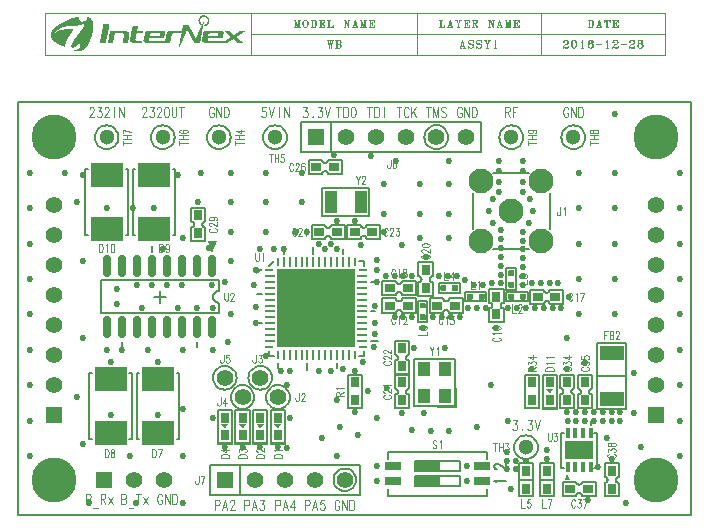
<source format=gbr>
%MOMM*%
%FSLAX33Y33*%
%ADD10C,0.203200*%
%ADD11C,0.120000*%
%ADD12C,0.152400*%
%ADD14C,0.199390*%
%ADD15C,0.070000*%
%ADD20C,1.400000*%
%ADD134C,3.800000*%
%ADD135R,1.400000X1.400000*%
%ADD136C,1.300000*%
%ADD137C,2.100000*%
%ADD139R,2.800000X2.000000*%
%ADD140C,0.635000*%
%ADD141R,0.800000X0.900000*%
%ADD142R,0.789000X0.254000*%
%ADD143R,0.900000X0.250000*%
%ADD144R,0.254000X0.789000*%
%ADD145R,0.250000X0.900000*%
%ADD146R,6.600000X6.600000*%
%ADD147R,0.900000X0.800000*%
%ADD148R,1.100000X1.900000*%
%ADD149R,1.397000X0.762000*%
%ADD150R,1.050000X1.300000*%
%ADD151R,0.325000X0.900000*%
%ADD152R,2.400000X1.650000*%
%ADD153R,2.000000X1.300000*%
%ADD186C,0.530000*%
G90*G71*G01*D02*G54D10*X000000Y000000D02*X057000Y000000D01*X057000Y035000D01*
X000000Y035000D01*X000000Y000000D01*X026710Y003000D02*X026728Y002815D01*
X026782Y002636D01*X026870Y002472D01*X026988Y002328D01*X027132Y002210D01*
X027296Y002122D01*X027475Y002068D01*X027660Y002050D01*X027845Y002068D01*
X028024Y002122D01*X028188Y002210D01*X028332Y002328D01*X028450Y002472D01*
X028538Y002636D01*X028592Y002815D01*X028610Y003000D01*X028592Y003185D01*
X028538Y003364D01*X028450Y003528D01*X028332Y003672D01*X028188Y003790D01*
X028024Y003878D01*X027845Y003932D01*X027660Y003950D01*X027475Y003932D01*
X027296Y003878D01*X027132Y003790D01*X026988Y003672D01*X026870Y003528D01*
X026782Y003364D01*X026728Y003185D01*X026710Y003000D01*X016230Y004270D02*
X016230Y001730D01*X028930Y001730D01*X028930Y004270D01*X016230Y004270D01*
X018770Y004270D02*X018770Y001730D01*X035659Y002489D02*X035659Y003305D01*
X033627Y002489D02*X037405Y002489D01*X037405Y003305D01*X033627Y003305D01*
X033627Y002489D01*X033627Y003759D02*X037405Y003759D01*X037405Y004575D01*
X033627Y004575D01*X033627Y003759D01*X035659Y003759D02*X035659Y004575D01*
X031300Y002240D02*X031300Y001640D01*X039700Y001640D01*X039700Y002240D01*
X039700Y004760D02*X039700Y005360D01*X031300Y005360D01*X031300Y004760D01*
X006230Y006450D02*X006030Y006450D01*X006030Y012050D01*X006230Y012050D01*
X009430Y006450D02*X009630Y006450D01*X009630Y012050D01*X009430Y012050D01*
X010230Y006450D02*X010030Y006450D01*X010030Y012050D01*X010230Y012050D01*
X013430Y006450D02*X013630Y006450D01*X013630Y012050D01*X013430Y012050D01*
X042000Y005750D02*X042019Y005555D01*X042076Y005367D01*X042169Y005194D01*
X042293Y005043D01*X042444Y004919D01*X042617Y004826D01*X042805Y004769D01*
X043000Y004750D01*X043195Y004769D01*X043383Y004826D01*X043556Y004919D01*
X043707Y005043D01*X043831Y005194D01*X043924Y005367D01*X043981Y005555D01*
X044000Y005750D01*X043981Y005945D01*X043924Y006133D01*X043831Y006306D01*
X043707Y006457D01*X043556Y006581D01*X043383Y006674D01*X043195Y006731D01*
X043000Y006750D01*X042805Y006731D01*X042617Y006674D01*X042444Y006581D01*
X042293Y006457D01*X042169Y006306D01*X042076Y006133D01*X042019Y005945D01*
X042000Y005750D01*X048800Y007000D02*X049000Y007000D01*X049000Y004000D01*
X048800Y004000D01*X046200Y007000D02*X046000Y007000D01*X046000Y004000D01*
X046200Y004000D01*X018000Y010000D02*X018019Y009805D01*X018076Y009617D01*
X018169Y009444D01*X018293Y009293D01*X018444Y009169D01*X018617Y009076D01*
X018805Y009019D01*X019000Y009000D01*X019195Y009019D01*X019383Y009076D01*
X019556Y009169D01*X019707Y009293D01*X019831Y009444D01*X019924Y009617D01*
X019981Y009805D01*X020000Y010000D01*X019981Y010195D01*X019924Y010383D01*
X019831Y010556D01*X019707Y010707D01*X019556Y010831D01*X019383Y010924D01*
X019195Y010981D01*X019000Y011000D01*X018805Y010981D01*X018617Y010924D01*
X018444Y010831D01*X018293Y010707D01*X018169Y010556D01*X018076Y010383D01*
X018019Y010195D01*X018000Y010000D01*X016500Y011625D02*X016519Y011430D01*
X016576Y011242D01*X016669Y011069D01*X016793Y010918D01*X016944Y010794D01*
X017117Y010701D01*X017305Y010644D01*X017500Y010625D01*X017695Y010644D01*
X017883Y010701D01*X018056Y010794D01*X018207Y010918D01*X018331Y011069D01*
X018424Y011242D01*X018481Y011430D01*X018500Y011625D01*X018481Y011820D01*
X018424Y012008D01*X018331Y012181D01*X018207Y012332D01*X018056Y012456D01*
X017883Y012549D01*X017695Y012606D01*X017500Y012625D01*X017305Y012606D01*
X017117Y012549D01*X016944Y012456D01*X016793Y012332D01*X016669Y012181D01*
X016576Y012008D01*X016519Y011820D01*X016500Y011625D01*X021000Y010000D02*
X021019Y009805D01*X021076Y009617D01*X021169Y009444D01*X021293Y009293D01*
X021444Y009169D01*X021617Y009076D01*X021805Y009019D01*X022000Y009000D01*
X022195Y009019D01*X022383Y009076D01*X022556Y009169D01*X022707Y009293D01*
X022831Y009444D01*X022924Y009617D01*X022981Y009805D01*X023000Y010000D01*
X022981Y010195D01*X022924Y010383D01*X022831Y010556D01*X022707Y010707D01*
X022556Y010831D01*X022383Y010924D01*X022195Y010981D01*X022000Y011000D01*
X021805Y010981D01*X021617Y010924D01*X021444Y010831D01*X021293Y010707D01*
X021169Y010556D01*X021076Y010383D01*X021019Y010195D01*X021000Y010000D01*
X019500Y011625D02*X019519Y011430D01*X019576Y011242D01*X019669Y011069D01*
X019793Y010918D01*X019944Y010794D01*X020117Y010701D01*X020305Y010644D01*
X020500Y010625D01*X020695Y010644D01*X020883Y010701D01*X021056Y010794D01*
X021207Y010918D01*X021331Y011069D01*X021424Y011242D01*X021481Y011430D01*
X021500Y011625D01*X021481Y011820D01*X021424Y012008D01*X021331Y012181D01*
X021207Y012332D01*X021056Y012456D01*X020883Y012549D01*X020695Y012606D01*
X020500Y012625D01*X020305Y012606D01*X020117Y012549D01*X019944Y012456D01*
X019793Y012332D01*X019669Y012181D01*X019576Y012008D01*X019519Y011820D01*
X019500Y011625D01*X051450Y014550D02*X051450Y008950D01*X049050Y008950D01*
X049050Y014550D01*X051450Y014550D01*X051450Y011750D02*X049050Y011750D01*
X033550Y009250D02*X033550Y013250D01*X036950Y013250D01*X036950Y009250D01*
X033550Y009250D01*X035550Y009150D02*X037050Y009150D01*X037050Y010750D01*
X015175Y014700D02*X015175Y014200D01*X017000Y018000D02*X016951Y018002D01*
X016902Y018010D01*X016855Y018022D01*X016809Y018038D01*X016764Y018059D01*
X016722Y018084D01*X016683Y018113D01*X016646Y018146D01*X016613Y018183D01*
X016584Y018222D01*X016559Y018264D01*X016538Y018309D01*X016522Y018355D01*
X016510Y018402D01*X016502Y018451D01*X016500Y018500D01*X016502Y018549D01*
X016510Y018598D01*X016522Y018645D01*X016538Y018691D01*X016559Y018736D01*
X016584Y018778D01*X016613Y018817D01*X016646Y018854D01*X016683Y018887D01*
X016722Y018916D01*X016764Y018941D01*X016809Y018962D01*X016855Y018978D01*
X016902Y018990D01*X016951Y018998D01*X017000Y019000D01*X012500Y018500D02*
X011500Y018500D01*X012000Y019000D02*X012000Y018000D01*X017000Y019900D02*
X017000Y019000D01*X017000Y017100D02*X017000Y018000D01*X017000Y017100D02*
X007000Y017100D01*X007000Y019900D01*X017000Y019900D01*X011365Y022800D02*
X011365Y022300D01*X008825Y014700D02*X008825Y013900D01*X022500Y022700D02*
X022500Y022100D01*X022000Y012900D02*X022000Y012500D01*X021650Y021500D02*
X021250Y021100D01*X021650Y013500D02*X021250Y013500D01*X021250Y013900D01*
X029250Y013900D02*X029250Y013500D01*X028850Y013500D01*X028850Y021500D02*
X029250Y021500D01*X029250Y021100D01*X020650Y018750D02*X020250Y018750D01*
X027000Y012500D02*X027000Y012900D01*X024500Y012900D02*X024500Y012300D01*
X029850Y017250D02*X030250Y017250D01*X030450Y014750D02*X029850Y014750D01*
X025000Y022700D02*X025000Y022100D01*X027500Y022100D02*X027500Y022500D01*
X020650Y016250D02*X020050Y016250D01*X029850Y019750D02*X030450Y019750D01*
X005900Y023700D02*X005700Y023700D01*X005700Y029300D01*X005900Y029300D01*
X009100Y023700D02*X009300Y023700D01*X009300Y029300D01*X009100Y029300D01*
X009900Y023700D02*X009700Y023700D01*X009700Y029300D01*X009900Y029300D01*
X013100Y023700D02*X013300Y023700D01*X013300Y029300D01*X013100Y029300D01*
X040250Y022500D02*X043250Y022500D01*X040250Y029000D02*X043250Y029000D01*
X045000Y027250D02*X045000Y024250D01*X038500Y027250D02*X038500Y024250D01*
X029750Y025300D02*X029750Y027700D01*X025750Y027700D01*X025750Y025300D01*
X029750Y025300D01*X026520Y030730D02*X026520Y033270D01*X023980Y033270D02*
X023980Y030730D01*X039220Y030730D01*X039220Y033270D01*X023980Y033270D01*
X034394Y032000D02*X034414Y031802D01*X034471Y031611D01*X034565Y031436D01*
X034692Y031282D01*X034846Y031155D01*X035021Y031061D01*X035212Y031004D01*
X035410Y030984D01*X035608Y031004D01*X035799Y031061D01*X035974Y031155D01*
X036128Y031282D01*X036255Y031436D01*X036349Y031611D01*X036406Y031802D01*
X036426Y032000D01*X036406Y032198D01*X036349Y032389D01*X036255Y032564D01*
X036128Y032718D01*X035974Y032845D01*X035799Y032939D01*X035608Y032996D01*
X035410Y033016D01*X035212Y032996D01*X035021Y032939D01*X034846Y032845D01*
X034692Y032718D01*X034565Y032564D01*X034471Y032389D01*X034414Y032198D01*
X034394Y032000D01*X006500Y032000D02*X006519Y031805D01*X006576Y031617D01*
X006669Y031444D01*X006793Y031293D01*X006944Y031169D01*X007117Y031076D01*
X007305Y031019D01*X007500Y031000D01*X007695Y031019D01*X007883Y031076D01*
X008056Y031169D01*X008207Y031293D01*X008331Y031444D01*X008424Y031617D01*
X008481Y031805D01*X008500Y032000D01*X008481Y032195D01*X008424Y032383D01*
X008331Y032556D01*X008207Y032707D01*X008056Y032831D01*X007883Y032924D01*
X007695Y032981D01*X007500Y033000D01*X007305Y032981D01*X007117Y032924D01*
X006944Y032831D01*X006793Y032707D01*X006669Y032556D01*X006576Y032383D01*
X006519Y032195D01*X006500Y032000D01*X011250Y032000D02*X011269Y031805D01*
X011326Y031617D01*X011419Y031444D01*X011543Y031293D01*X011694Y031169D01*
X011867Y031076D01*X012055Y031019D01*X012250Y031000D01*X012445Y031019D01*
X012633Y031076D01*X012806Y031169D01*X012957Y031293D01*X013081Y031444D01*
X013174Y031617D01*X013231Y031805D01*X013250Y032000D01*X013231Y032195D01*
X013174Y032383D01*X013081Y032556D01*X012957Y032707D01*X012806Y032831D01*
X012633Y032924D01*X012445Y032981D01*X012250Y033000D01*X012055Y032981D01*
X011867Y032924D01*X011694Y032831D01*X011543Y032707D01*X011419Y032556D01*
X011326Y032383D01*X011269Y032195D01*X011250Y032000D01*X016000Y032000D02*
X016019Y031805D01*X016076Y031617D01*X016169Y031444D01*X016293Y031293D01*
X016444Y031169D01*X016617Y031076D01*X016805Y031019D01*X017000Y031000D01*
X017195Y031019D01*X017383Y031076D01*X017556Y031169D01*X017707Y031293D01*
X017831Y031444D01*X017924Y031617D01*X017981Y031805D01*X018000Y032000D01*
X017981Y032195D01*X017924Y032383D01*X017831Y032556D01*X017707Y032707D01*
X017556Y032831D01*X017383Y032924D01*X017195Y032981D01*X017000Y033000D01*
X016805Y032981D01*X016617Y032924D01*X016444Y032831D01*X016293Y032707D01*
X016169Y032556D01*X016076Y032383D01*X016019Y032195D01*X016000Y032000D01*
X020750Y032000D02*X020769Y031805D01*X020826Y031617D01*X020919Y031444D01*
X021043Y031293D01*X021194Y031169D01*X021367Y031076D01*X021555Y031019D01*
X021750Y031000D01*X021945Y031019D01*X022133Y031076D01*X022306Y031169D01*
X022457Y031293D01*X022581Y031444D01*X022674Y031617D01*X022731Y031805D01*
X022750Y032000D01*X022731Y032195D01*X022674Y032383D01*X022581Y032556D01*
X022457Y032707D01*X022306Y032831D01*X022133Y032924D01*X021945Y032981D01*
X021750Y033000D01*X021555Y032981D01*X021367Y032924D01*X021194Y032831D01*
X021043Y032707D01*X020919Y032556D01*X020826Y032383D01*X020769Y032195D01*
X020750Y032000D01*X040750Y032000D02*X040769Y031805D01*X040826Y031617D01*
X040919Y031444D01*X041043Y031293D01*X041194Y031169D01*X041367Y031076D01*
X041555Y031019D01*X041750Y031000D01*X041945Y031019D01*X042133Y031076D01*
X042306Y031169D01*X042457Y031293D01*X042581Y031444D01*X042674Y031617D01*
X042731Y031805D01*X042750Y032000D01*X042731Y032195D01*X042674Y032383D01*
X042581Y032556D01*X042457Y032707D01*X042306Y032831D01*X042133Y032924D01*
X041945Y032981D01*X041750Y033000D01*X041555Y032981D01*X041367Y032924D01*
X041194Y032831D01*X041043Y032707D01*X040919Y032556D01*X040826Y032383D01*
X040769Y032195D01*X040750Y032000D01*X046000Y032000D02*X046019Y031805D01*
X046076Y031617D01*X046169Y031444D01*X046293Y031293D01*X046444Y031169D01*
X046617Y031076D01*X046805Y031019D01*X047000Y031000D01*X047195Y031019D01*
X047383Y031076D01*X047556Y031169D01*X047707Y031293D01*X047831Y031444D01*
X047924Y031617D01*X047981Y031805D01*X048000Y032000D01*X047981Y032195D01*
X047924Y032383D01*X047831Y032556D01*X047707Y032707D01*X047556Y032831D01*
X047383Y032924D01*X047195Y032981D01*X047000Y033000D01*X046805Y032981D01*
X046617Y032924D01*X046444Y032831D01*X046293Y032707D01*X046169Y032556D01*
X046076Y032383D01*X046019Y032195D01*X046000Y032000D01*D02*G54D11*
X041230Y033675D02*X041230Y034575D01*X041492Y034575D01*X041578Y034520D01*
X041607Y034480D01*X041640Y034398D01*X041640Y034316D01*X041607Y034234D01*
X041578Y034180D01*X041492Y034139D01*X041230Y034139D01*X041431Y034139D02*
X041640Y033675D01*X042270Y034575D02*X041860Y034575D01*X041860Y033675D01*
X041860Y034139D02*X042110Y034139D01*X041908Y008061D02*X042227Y008061D01*
X042051Y007720D01*X042141Y007720D01*X042198Y007680D01*X042227Y007639D01*
X042260Y007516D01*X042260Y007420D01*X042227Y007298D01*X042170Y007216D01*
X042084Y007175D01*X041994Y007175D01*X041908Y007216D01*X041879Y007257D01*
X041850Y007339D01*X042681Y007257D02*X042665Y007216D01*X042681Y007175D01*
X042697Y007216D01*X042681Y007257D01*X043168Y008061D02*X043487Y008061D01*
X043311Y007720D01*X043401Y007720D01*X043458Y007680D01*X043487Y007639D01*
X043520Y007516D01*X043520Y007420D01*X043487Y007298D01*X043430Y007216D01*
X043344Y007175D01*X043254Y007175D01*X043168Y007216D01*X043139Y007257D01*
X043110Y007339D01*X043740Y008075D02*X043941Y007175D01*X044150Y008075D01*
X027200Y001107D02*X027171Y001189D01*X027114Y001270D01*X027061Y001325D01*
X026950Y001325D01*X026897Y001270D01*X026843Y001189D01*X026815Y001107D01*
X026790Y000984D01*X026790Y000766D01*X026815Y000643D01*X026843Y000548D01*
X026897Y000466D01*X026950Y000425D01*X027061Y000425D01*X027114Y000466D01*
X027171Y000548D01*X027200Y000643D01*X027200Y000766D01*X027061Y000766D01*
X027420Y000425D02*X027420Y001325D01*X027830Y000425D01*X027830Y001325D01*
X028050Y001325D02*X028255Y001325D01*X028341Y001270D01*X028398Y001189D01*
X028427Y001107D01*X028460Y000984D01*X028460Y000766D01*X028427Y000643D01*
X028398Y000548D01*X028341Y000466D01*X028255Y000425D01*X028050Y000425D01*
X028050Y001325D01*X024290Y000425D02*X024290Y001325D01*X024552Y001325D01*
X024638Y001270D01*X024667Y001230D01*X024700Y001148D01*X024700Y001025D01*
X024667Y000930D01*X024638Y000889D01*X024552Y000848D01*X024290Y000848D01*
X024994Y000725D02*X025252Y000725D01*X024920Y000425D02*X025121Y001325D01*
X025330Y000425D01*X025898Y001311D02*X025608Y001311D01*X025579Y000930D01*
X025608Y000970D01*X025694Y001011D01*X025780Y001011D01*X025870Y000970D01*
X025927Y000889D01*X025960Y000766D01*X025960Y000670D01*X025927Y000548D01*
X025870Y000466D01*X025780Y000425D01*X025694Y000425D01*X025608Y000466D01*
X025579Y000507D01*X025550Y000589D01*X021790Y000425D02*X021790Y001325D01*
X022052Y001325D01*X022138Y001270D01*X022167Y001230D01*X022200Y001148D01*
X022200Y001025D01*X022167Y000930D01*X022138Y000889D01*X022052Y000848D01*
X021790Y000848D01*X022494Y000725D02*X022752Y000725D01*X022420Y000425D02*
X022621Y001325D01*X022830Y000425D01*X023321Y001311D02*X023321Y000425D01*
X023321Y001311D02*X023050Y000725D01*X023460Y000725D01*X019165Y000425D02*
X019165Y001325D01*X019427Y001325D01*X019513Y001270D01*X019542Y001230D01*
X019575Y001148D01*X019575Y001025D01*X019542Y000930D01*X019513Y000889D01*
X019427Y000848D01*X019165Y000848D01*X019869Y000725D02*X020127Y000725D01*
X019795Y000425D02*X019996Y001325D01*X020205Y000425D01*X020483Y001311D02*
X020802Y001311D01*X020626Y000970D01*X020716Y000970D01*X020773Y000930D01*
X020802Y000889D01*X020835Y000766D01*X020835Y000670D01*X020802Y000548D01*
X020745Y000466D01*X020659Y000425D01*X020569Y000425D01*X020483Y000466D01*
X020454Y000507D01*X020425Y000589D01*X016575Y034357D02*X016546Y034439D01*
X016489Y034520D01*X016436Y034575D01*X016325Y034575D01*X016272Y034520D01*
X016218Y034439D01*X016190Y034357D01*X016165Y034234D01*X016165Y034016D01*
X016190Y033893D01*X016218Y033798D01*X016272Y033716D01*X016325Y033675D01*
X016436Y033675D01*X016489Y033716D01*X016546Y033798D01*X016575Y033893D01*
X016575Y034016D01*X016436Y034016D01*X016795Y033675D02*X016795Y034575D01*
X017205Y033675D01*X017205Y034575D01*X017425Y034575D02*X017630Y034575D01*
X017716Y034520D01*X017773Y034439D01*X017802Y034357D01*X017835Y034234D01*
X017835Y034016D01*X017802Y033893D01*X017773Y033798D01*X017716Y033716D01*
X017630Y033675D01*X017425Y033675D01*X017425Y034575D01*X020948Y034561D02*
X020658Y034561D01*X020629Y034180D01*X020658Y034220D01*X020744Y034261D01*
X020830Y034261D01*X020920Y034220D01*X020977Y034139D01*X021010Y034016D01*
X021010Y033920D01*X020977Y033798D01*X020920Y033716D01*X020830Y033675D01*
X020744Y033675D01*X020658Y033716D01*X020629Y033757D01*X020600Y033839D01*
X021230Y034575D02*X021431Y033675D01*X021640Y034575D01*X022065Y034575D02*
X022065Y033675D01*X022490Y033675D02*X022490Y034575D01*X022900Y033675D01*
X022900Y034575D01*X016665Y000425D02*X016665Y001325D01*X016927Y001325D01*
X017013Y001270D01*X017042Y001230D01*X017075Y001148D01*X017075Y001025D01*
X017042Y000930D01*X017013Y000889D01*X016927Y000848D01*X016665Y000848D01*
X017369Y000725D02*X017627Y000725D01*X017295Y000425D02*X017496Y001325D01*
X017705Y000425D01*X017954Y001107D02*X017954Y001148D01*X017983Y001230D01*
X018011Y001270D01*X018069Y001325D01*X018187Y001325D01*X018245Y001270D01*
X018273Y001230D01*X018302Y001148D01*X018302Y001066D01*X018273Y000984D01*
X018216Y000848D01*X017925Y000425D01*X018335Y000425D01*X032040Y034575D02*
X032450Y034575D01*X032245Y034575D02*X032245Y033675D01*X033080Y034357D02*
X033051Y034439D01*X032994Y034520D01*X032941Y034575D01*X032830Y034575D01*
X032777Y034520D01*X032723Y034439D01*X032695Y034357D01*X032670Y034234D01*
X032670Y034016D01*X032695Y033893D01*X032723Y033798D01*X032777Y033716D01*
X032830Y033675D01*X032941Y033675D01*X032994Y033716D01*X033051Y033798D01*
X033080Y033893D01*X033444Y034180D02*X033710Y033675D01*X033710Y034575D02*
X033300Y033975D01*X033300Y034575D02*X033300Y033675D01*X006064Y034357D02*
X006064Y034398D01*X006093Y034480D01*X006121Y034520D01*X006179Y034575D01*
X006297Y034575D01*X006355Y034520D01*X006383Y034480D01*X006412Y034398D01*
X006412Y034316D01*X006383Y034234D01*X006326Y034098D01*X006035Y033675D01*
X006445Y033675D01*X006723Y034561D02*X007042Y034561D01*X006866Y034220D01*
X006956Y034220D01*X007013Y034180D01*X007042Y034139D01*X007075Y034016D01*
X007075Y033920D01*X007042Y033798D01*X006985Y033716D01*X006899Y033675D01*
X006809Y033675D01*X006723Y033716D01*X006694Y033757D01*X006665Y033839D01*
X007324Y034357D02*X007324Y034398D01*X007353Y034480D01*X007381Y034520D01*
X007439Y034575D01*X007557Y034575D01*X007615Y034520D01*X007643Y034480D01*
X007672Y034398D01*X007672Y034316D01*X007643Y034234D01*X007586Y034098D01*
X007295Y033675D01*X007705Y033675D01*X008130Y034575D02*X008130Y033675D01*
X008555Y033675D02*X008555Y034575D01*X008965Y033675D01*X008965Y034575D01*
X010499Y034357D02*X010499Y034398D01*X010528Y034480D01*X010556Y034520D01*
X010614Y034575D01*X010732Y034575D01*X010790Y034520D01*X010818Y034480D01*
X010847Y034398D01*X010847Y034316D01*X010818Y034234D01*X010761Y034098D01*
X010470Y033675D01*X010880Y033675D01*X011158Y034561D02*X011477Y034561D01*
X011301Y034220D01*X011391Y034220D01*X011448Y034180D01*X011477Y034139D01*
X011510Y034016D01*X011510Y033920D01*X011477Y033798D01*X011420Y033716D01*
X011334Y033675D01*X011244Y033675D01*X011158Y033716D01*X011129Y033757D01*
X011100Y033839D01*X011759Y034357D02*X011759Y034398D01*X011788Y034480D01*
X011816Y034520D01*X011874Y034575D01*X011992Y034575D01*X012050Y034520D01*
X012078Y034480D01*X012107Y034398D01*X012107Y034316D01*X012078Y034234D01*
X012021Y034098D01*X011730Y033675D01*X012140Y033675D01*X012512Y034575D02*
X012463Y034520D01*X012409Y034439D01*X012385Y034357D01*X012360Y034234D01*
X012360Y034016D01*X012385Y033893D01*X012409Y033798D01*X012463Y033716D01*
X012512Y033675D01*X012614Y033675D01*X012663Y033716D01*X012717Y033798D01*
X012741Y033893D01*X012770Y034016D01*X012770Y034234D01*X012741Y034357D01*
X012717Y034439D01*X012663Y034520D01*X012614Y034575D01*X012512Y034575D01*
X012990Y034575D02*X012990Y033934D01*X013019Y033798D01*X013076Y033716D01*
X013166Y033675D01*X013224Y033675D01*X013310Y033716D01*X013367Y033798D01*
X013400Y033934D01*X013400Y034575D01*X013620Y034575D02*X014030Y034575D01*
X013825Y034575D02*X013825Y033675D01*X034540Y034575D02*X034950Y034575D01*
X034745Y034575D02*X034745Y033675D01*X035170Y033675D02*X035170Y034575D01*
X035375Y033675D01*X035580Y034575D01*X035580Y033675D01*X036210Y034439D02*
X036148Y034520D01*X036062Y034575D01*X035944Y034575D01*X035858Y034520D01*
X035800Y034439D01*X035800Y034357D01*X035829Y034275D01*X035858Y034234D01*
X035915Y034180D01*X036091Y034098D01*X036148Y034057D01*X036177Y034016D01*
X036210Y033934D01*X036210Y033798D01*X036148Y033716D01*X036062Y033675D01*
X035944Y033675D01*X035858Y033716D01*X035800Y033798D01*X037575Y034357D02*
X037546Y034439D01*X037489Y034520D01*X037436Y034575D01*X037325Y034575D01*
X037272Y034520D01*X037218Y034439D01*X037190Y034357D01*X037165Y034234D01*
X037165Y034016D01*X037190Y033893D01*X037218Y033798D01*X037272Y033716D01*
X037325Y033675D01*X037436Y033675D01*X037489Y033716D01*X037546Y033798D01*
X037575Y033893D01*X037575Y034016D01*X037436Y034016D01*X037795Y033675D02*
X037795Y034575D01*X038205Y033675D01*X038205Y034575D01*X038425Y034575D02*
X038630Y034575D01*X038716Y034520D01*X038773Y034439D01*X038802Y034357D01*
X038835Y034234D01*X038835Y034016D01*X038802Y033893D01*X038773Y033798D01*
X038716Y033716D01*X038630Y033675D01*X038425Y033675D01*X038425Y034575D01*
X046575Y034357D02*X046546Y034439D01*X046489Y034520D01*X046436Y034575D01*
X046325Y034575D01*X046272Y034520D01*X046218Y034439D01*X046190Y034357D01*
X046165Y034234D01*X046165Y034016D01*X046190Y033893D01*X046218Y033798D01*
X046272Y033716D01*X046325Y033675D01*X046436Y033675D01*X046489Y033716D01*
X046546Y033798D01*X046575Y033893D01*X046575Y034016D01*X046436Y034016D01*
X046795Y033675D02*X046795Y034575D01*X047205Y033675D01*X047205Y034575D01*
X047425Y034575D02*X047630Y034575D01*X047716Y034520D01*X047773Y034439D01*
X047802Y034357D01*X047835Y034234D01*X047835Y034016D01*X047802Y033893D01*
X047773Y033798D01*X047716Y033716D01*X047630Y033675D01*X047425Y033675D01*
X047425Y034575D01*X012200Y001607D02*X012171Y001689D01*X012114Y001770D01*
X012061Y001825D01*X011950Y001825D01*X011897Y001770D01*X011843Y001689D01*
X011815Y001607D01*X011790Y001484D01*X011790Y001266D01*X011815Y001143D01*
X011843Y001048D01*X011897Y000966D01*X011950Y000925D01*X012061Y000925D01*
X012114Y000966D01*X012171Y001048D01*X012200Y001143D01*X012200Y001266D01*
X012061Y001266D01*X012420Y000925D02*X012420Y001825D01*X012830Y000925D01*
X012830Y001825D01*X013050Y001825D02*X013255Y001825D01*X013341Y001770D01*
X013398Y001689D01*X013427Y001607D01*X013460Y001484D01*X013460Y001266D01*
X013427Y001143D01*X013398Y001048D01*X013341Y000966D01*X013255Y000925D01*
X013050Y000925D01*X013050Y001825D01*X029540Y034575D02*X029950Y034575D01*
X029745Y034575D02*X029745Y033675D01*X030170Y034575D02*X030375Y034575D01*
X030461Y034520D01*X030518Y034439D01*X030547Y034357D01*X030580Y034234D01*
X030580Y034016D01*X030547Y033893D01*X030518Y033798D01*X030461Y033716D01*
X030375Y033675D01*X030170Y033675D01*X030170Y034575D01*X031005Y034575D02*
X031005Y033675D01*X026915Y034575D02*X027325Y034575D01*X027120Y034575D02*
X027120Y033675D01*X027545Y034575D02*X027750Y034575D01*X027836Y034520D01*
X027893Y034439D01*X027922Y034357D01*X027955Y034234D01*X027955Y034016D01*
X027922Y033893D01*X027893Y033798D01*X027836Y033716D01*X027750Y033675D01*
X027545Y033675D01*X027545Y034575D01*X028327Y034575D02*X028278Y034520D01*
X028224Y034439D01*X028200Y034357D01*X028175Y034234D01*X028175Y034016D01*
X028200Y033893D01*X028224Y033798D01*X028278Y033716D01*X028327Y033675D01*
X028429Y033675D01*X028478Y033716D01*X028532Y033798D01*X028556Y033893D01*
X028585Y034016D01*X028585Y034234D01*X028556Y034357D01*X028532Y034439D01*
X028478Y034520D01*X028429Y034575D01*X028327Y034575D01*X008725Y001389D02*
X008987Y001389D01*X009073Y001348D01*X009102Y001307D01*X009135Y001225D01*
X009135Y001089D01*X009102Y001007D01*X009073Y000966D01*X008987Y000925D01*
X008725Y000925D01*X008725Y001825D01*X008987Y001825D01*X009073Y001770D01*
X009102Y001730D01*X009135Y001648D01*X009135Y001566D01*X009102Y001484D01*
X009073Y001430D01*X008987Y001389D01*X009355Y000625D02*X009765Y000625D01*
X009985Y001825D02*X010395Y001825D01*X010190Y001825D02*X010190Y000925D01*
X011025Y001511D02*X010615Y000925D01*X010615Y001511D02*X011025Y000925D01*
X005725Y001389D02*X005987Y001389D01*X006073Y001348D01*X006102Y001307D01*
X006135Y001225D01*X006135Y001089D01*X006102Y001007D01*X006073Y000966D01*
X005987Y000925D01*X005725Y000925D01*X005725Y001825D01*X005987Y001825D01*
X006073Y001770D01*X006102Y001730D01*X006135Y001648D01*X006135Y001566D01*
X006102Y001484D01*X006073Y001430D01*X005987Y001389D01*X006355Y000625D02*
X006765Y000625D01*X006985Y000925D02*X006985Y001825D01*X007247Y001825D01*
X007333Y001770D01*X007362Y001730D01*X007395Y001648D01*X007395Y001566D01*
X007362Y001484D01*X007333Y001430D01*X007247Y001389D01*X006985Y001389D01*
X007186Y001389D02*X007395Y000925D01*X008025Y001511D02*X007615Y000925D01*
X007615Y001511D02*X008025Y000925D01*X024158Y034561D02*X024477Y034561D01*
X024301Y034220D01*X024391Y034220D01*X024448Y034180D01*X024477Y034139D01*
X024510Y034016D01*X024510Y033920D01*X024477Y033798D01*X024420Y033716D01*
X024334Y033675D01*X024244Y033675D01*X024158Y033716D01*X024129Y033757D01*
X024100Y033839D01*X024931Y033757D02*X024915Y033716D01*X024931Y033675D01*
X024947Y033716D01*X024931Y033757D01*X025418Y034561D02*X025737Y034561D01*
X025561Y034220D01*X025651Y034220D01*X025708Y034180D01*X025737Y034139D01*
X025770Y034016D01*X025770Y033920D01*X025737Y033798D01*X025680Y033716D01*
X025594Y033675D01*X025504Y033675D01*X025418Y033716D01*X025389Y033757D01*
X025360Y033839D01*X025990Y034575D02*X026191Y033675D01*X026400Y034575D01*
X042596Y001350D02*X042596Y000650D01*X042914Y000650D01*X043356Y001339D02*
X043130Y001339D01*X043108Y001042D01*X043130Y001074D01*X043197Y001106D01*
X043264Y001106D01*X043334Y001074D01*X043379Y001011D01*X043404Y000915D01*
X043404Y000841D01*X043379Y000745D01*X043334Y000682D01*X043264Y000650D01*
X043197Y000650D01*X043130Y000682D01*X043108Y000714D01*X043086Y000777D01*
X044346Y001350D02*X044346Y000650D01*X044664Y000650D01*X044836Y001339D02*
X045154Y001339D01*X044925Y000650D01*X015286Y003350D02*X015286Y002820D01*
X015254Y002714D01*X015222Y002682D01*X015162Y002650D01*X015095Y002650D01*
X015034Y002682D01*X015003Y002714D01*X014971Y002820D01*X014971Y002883D01*
X015461Y003339D02*X015779Y003339D01*X015550Y002650D01*X035414Y006244D02*
X035366Y006308D01*X035300Y006350D01*X035207Y006350D01*X035140Y006308D01*
X035096Y006244D01*X035096Y006180D01*X035118Y006117D01*X035140Y006085D01*
X035185Y006042D01*X035322Y005979D01*X035366Y005947D01*X035389Y005915D01*
X035414Y005852D01*X035414Y005745D01*X035366Y005682D01*X035300Y005650D01*
X035207Y005650D01*X035140Y005682D01*X035096Y005745D01*X035710Y006212D02*
X035735Y006244D01*X035774Y006339D01*X035774Y005650D01*X047169Y001180D02*
X047147Y001244D01*X047102Y001308D01*X047061Y001350D01*X046975Y001350D01*
X046934Y001308D01*X046892Y001244D01*X046870Y001180D01*X046851Y001085D01*
X046851Y000915D01*X046870Y000820D01*X046892Y000745D01*X046934Y000682D01*
X046975Y000650D01*X047061Y000650D01*X047102Y000682D01*X047147Y000745D01*
X047169Y000820D01*X047385Y001339D02*X047634Y001339D01*X047497Y001074D01*
X047567Y001074D01*X047611Y001042D01*X047634Y001011D01*X047659Y000915D01*
X047659Y000841D01*X047634Y000745D01*X047589Y000682D01*X047522Y000650D01*
X047452Y000650D01*X047385Y000682D01*X047363Y000714D01*X047341Y000777D01*
X047831Y001339D02*X048149Y001339D01*X047920Y000650D01*X050070Y005169D02*
X050006Y005147D01*X049942Y005102D01*X049900Y005061D01*X049900Y004975D01*
X049942Y004934D01*X050006Y004892D01*X050070Y004870D01*X050165Y004851D01*
X050335Y004851D01*X050430Y004870D01*X050505Y004892D01*X050568Y004934D01*
X050600Y004975D01*X050600Y005061D01*X050568Y005102D01*X050505Y005147D01*
X050430Y005169D01*X049911Y005385D02*X049911Y005634D01*X050176Y005497D01*
X050176Y005567D01*X050208Y005611D01*X050239Y005634D01*X050335Y005659D01*
X050409Y005659D01*X050505Y005634D01*X050568Y005589D01*X050600Y005522D01*
X050600Y005452D01*X050568Y005385D01*X050536Y005363D01*X050473Y005341D01*
X049911Y005942D02*X049942Y005875D01*X050006Y005853D01*X050070Y005853D01*
X050144Y005875D01*X050176Y005920D01*X050208Y006012D01*X050239Y006079D01*
X050303Y006124D01*X050367Y006149D01*X050473Y006149D01*X050536Y006124D01*
X050568Y006101D01*X050600Y006035D01*X050600Y005942D01*X050568Y005875D01*
X050536Y005853D01*X050473Y005831D01*X050367Y005831D01*X050303Y005853D01*
X050239Y005898D01*X050208Y005965D01*X050176Y006057D01*X050144Y006101D01*
X050070Y006124D01*X050006Y006124D01*X049942Y006101D01*X049911Y006035D01*
X049911Y005942D01*X007346Y005600D02*X007505Y005600D01*X007572Y005558D01*
X007616Y005494D01*X007639Y005430D01*X007664Y005335D01*X007664Y005165D01*
X007639Y005070D01*X007616Y004995D01*X007572Y004932D01*X007505Y004900D01*
X007346Y004900D01*X007346Y005600D01*X007947Y005589D02*X007880Y005558D01*
X007858Y005494D01*X007858Y005430D01*X007880Y005356D01*X007925Y005324D01*
X008017Y005292D01*X008084Y005261D01*X008129Y005197D01*X008154Y005133D01*
X008154Y005027D01*X008129Y004964D01*X008106Y004932D01*X008040Y004900D01*
X007947Y004900D01*X007880Y004932D01*X007858Y004964D01*X007836Y005027D01*
X007836Y005133D01*X007858Y005197D01*X007903Y005261D01*X007970Y005292D01*
X008062Y005324D01*X008106Y005356D01*X008129Y005430D01*X008129Y005494D01*
X008106Y005558D01*X008040Y005589D01*X007947Y005589D01*X011346Y005600D02*
X011505Y005600D01*X011572Y005558D01*X011616Y005494D01*X011639Y005430D01*
X011664Y005335D01*X011664Y005165D01*X011639Y005070D01*X011616Y004995D01*
X011572Y004932D01*X011505Y004900D01*X011346Y004900D01*X011346Y005600D01*
X011836Y005589D02*X012154Y005589D01*X011925Y004900D01*X017150Y004846D02*
X017150Y005005D01*X017192Y005072D01*X017256Y005116D01*X017320Y005139D01*
X017415Y005164D01*X017585Y005164D01*X017680Y005139D01*X017755Y005116D01*
X017818Y005072D01*X017850Y005005D01*X017850Y004846D01*X017150Y004846D01*
X017161Y005546D02*X017850Y005546D01*X017161Y005546D02*X017617Y005336D01*
X017617Y005654D01*X021650Y004846D02*X021650Y005005D01*X021692Y005072D01*
X021756Y005116D01*X021820Y005139D01*X021915Y005164D01*X022085Y005164D01*
X022180Y005139D01*X022255Y005116D01*X022318Y005072D01*X022350Y005005D01*
X022350Y004846D01*X021650Y004846D01*X021788Y005460D02*X021756Y005485D01*
X021661Y005524D01*X022350Y005524D01*X020150Y004846D02*X020150Y005005D01*
X020192Y005072D01*X020256Y005116D01*X020320Y005139D01*X020415Y005164D01*
X020585Y005164D01*X020680Y005139D01*X020755Y005116D01*X020818Y005072D01*
X020850Y005005D01*X020850Y004846D01*X020150Y004846D01*X020320Y005358D02*
X020288Y005358D01*X020224Y005380D01*X020192Y005403D01*X020150Y005447D01*
X020150Y005540D01*X020192Y005584D01*X020224Y005606D01*X020288Y005629D01*
X020352Y005629D01*X020415Y005606D01*X020521Y005562D01*X020850Y005336D01*
X020850Y005654D01*X018650Y004846D02*X018650Y005005D01*X018692Y005072D01*
X018756Y005116D01*X018820Y005139D01*X018915Y005164D01*X019085Y005164D01*
X019180Y005139D01*X019255Y005116D01*X019318Y005072D01*X019350Y005005D01*
X019350Y004846D01*X018650Y004846D01*X018661Y005380D02*X018661Y005629D01*
X018926Y005492D01*X018926Y005562D01*X018958Y005606D01*X018989Y005629D01*
X019085Y005654D01*X019159Y005654D01*X019255Y005629D01*X019318Y005584D01*
X019350Y005517D01*X019350Y005447D01*X019318Y005380D01*X019286Y005358D01*
X019223Y005336D01*X040226Y006100D02*X040544Y006100D01*X040385Y006100D02*
X040385Y005400D01*X040716Y005761D02*X041034Y005761D01*X041034Y006100D02*
X041034Y005400D01*X040716Y006100D02*X040716Y005400D01*X041250Y006089D02*
X041499Y006089D01*X041362Y005824D01*X041432Y005824D01*X041476Y005792D01*
X041499Y005761D01*X041524Y005665D01*X041524Y005591D01*X041499Y005495D01*
X041454Y005432D01*X041387Y005400D01*X041317Y005400D01*X041250Y005432D01*
X041228Y005464D01*X041206Y005527D01*X044846Y006975D02*X044846Y006477D01*
X044868Y006370D01*X044913Y006307D01*X044983Y006275D01*X045027Y006275D01*
X045094Y006307D01*X045139Y006370D01*X045164Y006477D01*X045164Y006975D01*
X045380Y006964D02*X045629Y006964D01*X045492Y006699D01*X045562Y006699D01*
X045606Y006667D01*X045629Y006636D01*X045654Y006540D01*X045654Y006466D01*
X045629Y006370D01*X045584Y006307D01*X045517Y006275D01*X045447Y006275D01*
X045380Y006307D01*X045358Y006339D01*X045336Y006402D01*X017161Y009975D02*
X017161Y009445D01*X017129Y009339D01*X017097Y009307D01*X017037Y009275D01*
X016970Y009275D01*X016909Y009307D01*X016878Y009339D01*X016846Y009445D01*
X016846Y009508D01*X017546Y009964D02*X017546Y009275D01*X017546Y009964D02*
X017336Y009508D01*X017654Y009508D01*X017411Y013600D02*X017411Y013070D01*
X017379Y012964D01*X017347Y012932D01*X017287Y012900D01*X017220Y012900D01*
X017159Y012932D01*X017128Y012964D01*X017096Y013070D01*X017096Y013133D01*
X017856Y013589D02*X017630Y013589D01*X017608Y013292D01*X017630Y013324D01*
X017697Y013356D01*X017764Y013356D01*X017834Y013324D01*X017879Y013261D01*
X017904Y013165D01*X017904Y013091D01*X017879Y012995D01*X017834Y012932D01*
X017764Y012900D01*X017697Y012900D01*X017630Y012932D01*X017608Y012964D01*
X017586Y013027D01*X023786Y010350D02*X023786Y009820D01*X023754Y009714D01*
X023722Y009682D01*X023662Y009650D01*X023595Y009650D01*X023534Y009682D01*
X023503Y009714D01*X023471Y009820D01*X023471Y009883D01*X023983Y010180D02*
X023983Y010212D01*X024005Y010276D01*X024028Y010308D01*X024072Y010350D01*
X024165Y010350D01*X024209Y010308D01*X024231Y010276D01*X024254Y010212D01*
X024254Y010148D01*X024231Y010085D01*X024187Y009979D01*X023961Y009650D01*
X024279Y009650D01*X020161Y013600D02*X020161Y013070D01*X020129Y012964D01*
X020097Y012932D01*X020037Y012900D01*X019970Y012900D01*X019909Y012932D01*
X019878Y012964D01*X019846Y013070D01*X019846Y013133D01*X020380Y013589D02*
X020629Y013589D01*X020492Y013324D01*X020562Y013324D01*X020606Y013292D01*
X020629Y013261D01*X020654Y013165D01*X020654Y013091D01*X020629Y012995D01*
X020584Y012932D01*X020517Y012900D01*X020447Y012900D01*X020380Y012932D01*
X020358Y012964D01*X020336Y013027D01*X027600Y010096D02*X026900Y010096D01*
X026900Y010300D01*X026942Y010366D01*X026974Y010389D01*X027038Y010414D01*
X027102Y010414D01*X027165Y010389D01*X027208Y010366D01*X027239Y010300D01*
X027239Y010096D01*X027239Y010252D02*X027600Y010414D01*X027038Y010710D02*
X027006Y010735D01*X026911Y010774D01*X027600Y010774D01*X031070Y010169D02*
X031006Y010147D01*X030942Y010102D01*X030900Y010061D01*X030900Y009975D01*
X030942Y009934D01*X031006Y009892D01*X031070Y009870D01*X031165Y009851D01*
X031335Y009851D01*X031430Y009870D01*X031505Y009892D01*X031568Y009934D01*
X031600Y009975D01*X031600Y010061D01*X031568Y010102D01*X031505Y010147D01*
X031430Y010169D01*X031070Y010363D02*X031038Y010363D01*X030974Y010385D01*
X030942Y010408D01*X030900Y010452D01*X030900Y010545D01*X030942Y010589D01*
X030974Y010611D01*X031038Y010634D01*X031102Y010634D01*X031165Y010611D01*
X031271Y010567D01*X031600Y010341D01*X031600Y010659D01*X031038Y010955D02*
X031006Y010980D01*X030911Y011019D01*X031600Y011019D01*X046320Y012544D02*
X046256Y012522D01*X046192Y012477D01*X046150Y012436D01*X046150Y012350D01*
X046192Y012309D01*X046256Y012267D01*X046320Y012245D01*X046415Y012226D01*
X046585Y012226D01*X046680Y012245D01*X046755Y012267D01*X046818Y012309D01*
X046850Y012350D01*X046850Y012436D01*X046818Y012477D01*X046755Y012522D01*
X046680Y012544D01*X046161Y012760D02*X046161Y013009D01*X046426Y012872D01*
X046426Y012942D01*X046458Y012986D01*X046489Y013009D01*X046585Y013034D01*
X046659Y013034D01*X046755Y013009D01*X046818Y012964D01*X046850Y012897D01*
X046850Y012827D01*X046818Y012760D01*X046786Y012738D01*X046723Y012716D01*
X046161Y013416D02*X046850Y013416D01*X046161Y013416D02*X046617Y013206D01*
X046617Y013524D01*X047820Y012544D02*X047756Y012522D01*X047692Y012477D01*
X047650Y012436D01*X047650Y012350D01*X047692Y012309D01*X047756Y012267D01*
X047820Y012245D01*X047915Y012226D01*X048085Y012226D01*X048180Y012245D01*
X048255Y012267D01*X048318Y012309D01*X048350Y012350D01*X048350Y012436D01*
X048318Y012477D01*X048255Y012522D01*X048180Y012544D01*X047661Y012760D02*
X047661Y013009D01*X047926Y012872D01*X047926Y012942D01*X047958Y012986D01*
X047989Y013009D01*X048085Y013034D01*X048159Y013034D01*X048255Y013009D01*
X048318Y012964D01*X048350Y012897D01*X048350Y012827D01*X048318Y012760D01*
X048286Y012738D01*X048223Y012716D01*X047661Y013476D02*X047661Y013250D01*
X047958Y013228D01*X047926Y013250D01*X047894Y013317D01*X047894Y013384D01*
X047926Y013454D01*X047989Y013499D01*X048085Y013524D01*X048159Y013524D01*
X048255Y013499D01*X048318Y013454D01*X048350Y013384D01*X048350Y013317D01*
X048318Y013250D01*X048286Y013228D01*X048223Y013206D01*X044650Y012226D02*
X044650Y012385D01*X044692Y012452D01*X044756Y012496D01*X044820Y012519D01*
X044915Y012544D01*X045085Y012544D01*X045180Y012519D01*X045255Y012496D01*
X045318Y012452D01*X045350Y012385D01*X045350Y012226D01*X044650Y012226D01*
X044788Y012840D02*X044756Y012865D01*X044661Y012904D01*X045350Y012904D01*
X044788Y013330D02*X044756Y013355D01*X044661Y013394D01*X045350Y013394D01*
X043850Y012226D02*X043150Y012226D01*X043150Y012430D01*X043192Y012496D01*
X043224Y012519D01*X043288Y012544D01*X043352Y012544D01*X043415Y012519D01*
X043458Y012496D01*X043489Y012430D01*X043489Y012226D01*X043489Y012382D02*
X043850Y012544D01*X043161Y012760D02*X043161Y013009D01*X043426Y012872D01*
X043426Y012942D01*X043458Y012986D01*X043489Y013009D01*X043585Y013034D01*
X043659Y013034D01*X043755Y013009D01*X043818Y012964D01*X043850Y012897D01*
X043850Y012827D01*X043818Y012760D01*X043786Y012738D01*X043723Y012716D01*
X043161Y013416D02*X043850Y013416D01*X043161Y013416D02*X043617Y013206D01*
X043617Y013524D01*X049919Y015600D02*X049601Y015600D01*X049601Y014900D01*
X049601Y015261D02*X049795Y015261D01*X050091Y015261D02*X050295Y015261D01*
X050361Y015229D01*X050384Y015197D01*X050409Y015133D01*X050409Y015027D01*
X050384Y014964D01*X050361Y014932D01*X050295Y014900D01*X050091Y014900D01*
X050091Y015600D01*X050295Y015600D01*X050361Y015558D01*X050384Y015526D01*
X050409Y015462D01*X050409Y015398D01*X050384Y015335D01*X050361Y015292D01*
X050295Y015261D01*X050603Y015430D02*X050603Y015462D01*X050625Y015526D01*
X050648Y015558D01*X050692Y015600D01*X050785Y015600D01*X050829Y015558D01*
X050851Y015526D01*X050874Y015462D01*X050874Y015398D01*X050851Y015335D01*
X050807Y015229D01*X050581Y014900D01*X050899Y014900D01*X035164Y014225D02*
X035005Y013886D01*X034846Y014225D02*X035005Y013886D01*X035005Y013525D01*
X035460Y014087D02*X035485Y014119D01*X035524Y014214D01*X035524Y013525D01*
X031070Y013044D02*X031006Y013022D01*X030942Y012977D01*X030900Y012936D01*
X030900Y012850D01*X030942Y012809D01*X031006Y012767D01*X031070Y012745D01*
X031165Y012726D01*X031335Y012726D01*X031430Y012745D01*X031505Y012767D01*
X031568Y012809D01*X031600Y012850D01*X031600Y012936D01*X031568Y012977D01*
X031505Y013022D01*X031430Y013044D01*X031070Y013238D02*X031038Y013238D01*
X030974Y013260D01*X030942Y013283D01*X030900Y013327D01*X030900Y013420D01*
X030942Y013464D01*X030974Y013486D01*X031038Y013509D01*X031102Y013509D01*
X031165Y013486D01*X031271Y013442D01*X031600Y013216D01*X031600Y013534D01*
X031070Y013728D02*X031038Y013728D01*X030974Y013750D01*X030942Y013773D01*
X030900Y013817D01*X030900Y013910D01*X030942Y013954D01*X030974Y013976D01*
X031038Y013999D01*X031102Y013999D01*X031165Y013976D01*X031271Y013932D01*
X031600Y013706D01*X031600Y014024D01*X017471Y018850D02*X017471Y018352D01*
X017493Y018245D01*X017538Y018182D01*X017608Y018150D01*X017652Y018150D01*
X017719Y018182D01*X017764Y018245D01*X017789Y018352D01*X017789Y018850D01*
X017983Y018680D02*X017983Y018712D01*X018005Y018776D01*X018028Y018808D01*
X018072Y018850D01*X018165Y018850D01*X018209Y018808D01*X018231Y018776D01*
X018254Y018712D01*X018254Y018648D01*X018231Y018585D01*X018187Y018479D01*
X017961Y018150D01*X018279Y018150D01*X020096Y022225D02*X020096Y021727D01*
X020118Y021620D01*X020163Y021557D01*X020233Y021525D01*X020277Y021525D01*
X020344Y021557D01*X020389Y021620D01*X020414Y021727D01*X020414Y022225D01*
X020710Y022087D02*X020735Y022119D01*X020774Y022214D01*X020774Y021525D01*
X033900Y015221D02*X034600Y015221D01*X034600Y015539D01*X033911Y015755D02*
X033911Y016004D01*X034176Y015867D01*X034176Y015937D01*X034208Y015981D01*
X034239Y016004D01*X034335Y016029D01*X034409Y016029D01*X034505Y016004D01*
X034568Y015959D01*X034600Y015892D01*X034600Y015822D01*X034568Y015755D01*
X034536Y015733D01*X034473Y015711D01*X031919Y016680D02*X031897Y016744D01*
X031852Y016808D01*X031811Y016850D01*X031725Y016850D01*X031684Y016808D01*
X031642Y016744D01*X031620Y016680D01*X031601Y016585D01*X031601Y016415D01*
X031620Y016320D01*X031642Y016245D01*X031684Y016182D01*X031725Y016150D01*
X031811Y016150D01*X031852Y016182D01*X031897Y016245D01*X031919Y016320D01*
X032215Y016712D02*X032240Y016744D01*X032279Y016839D01*X032279Y016150D01*
X032603Y016680D02*X032603Y016712D01*X032625Y016776D01*X032648Y016808D01*
X032692Y016850D01*X032785Y016850D01*X032829Y016808D01*X032851Y016776D01*
X032874Y016712D01*X032874Y016648D01*X032851Y016585D01*X032807Y016479D01*
X032581Y016150D01*X032899Y016150D01*X035919Y016680D02*X035897Y016744D01*
X035852Y016808D01*X035811Y016850D01*X035725Y016850D01*X035684Y016808D01*
X035642Y016744D01*X035620Y016680D01*X035601Y016585D01*X035601Y016415D01*
X035620Y016320D01*X035642Y016245D01*X035684Y016182D01*X035725Y016150D01*
X035811Y016150D01*X035852Y016182D01*X035897Y016245D01*X035919Y016320D01*
X036215Y016712D02*X036240Y016744D01*X036279Y016839D01*X036279Y016150D01*
X036625Y016839D02*X036874Y016839D01*X036737Y016574D01*X036807Y016574D01*
X036851Y016542D01*X036874Y016511D01*X036899Y016415D01*X036899Y016341D01*
X036874Y016245D01*X036829Y016182D01*X036762Y016150D01*X036692Y016150D01*
X036625Y016182D01*X036603Y016214D01*X036581Y016277D01*X042400Y019596D02*
X043100Y019596D01*X043100Y019914D01*X042411Y020197D02*X042442Y020130D01*
X042506Y020108D01*X042570Y020108D01*X042644Y020130D01*X042676Y020175D01*
X042708Y020267D01*X042739Y020334D01*X042803Y020379D01*X042867Y020404D01*
X042973Y020404D01*X043036Y020379D01*X043068Y020356D01*X043100Y020290D01*
X043100Y020197D01*X043068Y020130D01*X043036Y020108D01*X042973Y020086D01*
X042867Y020086D01*X042803Y020108D01*X042739Y020153D01*X042708Y020220D01*
X042676Y020312D01*X042644Y020356D01*X042570Y020379D01*X042506Y020379D01*
X042442Y020356D01*X042411Y020290D01*X042411Y020197D01*X040320Y015044D02*
X040256Y015022D01*X040192Y014977D01*X040150Y014936D01*X040150Y014850D01*
X040192Y014809D01*X040256Y014767D01*X040320Y014745D01*X040415Y014726D01*
X040585Y014726D01*X040680Y014745D01*X040755Y014767D01*X040818Y014809D01*
X040850Y014850D01*X040850Y014936D01*X040818Y014977D01*X040755Y015022D01*
X040680Y015044D01*X040288Y015340D02*X040256Y015365D01*X040161Y015404D01*
X040850Y015404D01*X040256Y015999D02*X040192Y015973D01*X040161Y015900D01*
X040161Y015852D01*X040192Y015779D01*X040288Y015728D01*X040458Y015706D01*
X040617Y015706D01*X040755Y015728D01*X040818Y015779D01*X040850Y015852D01*
X040850Y015875D01*X040818Y015948D01*X040755Y015999D01*X040659Y016024D01*
X040617Y016024D01*X040521Y015999D01*X040458Y015948D01*X040426Y015875D01*
X040426Y015852D01*X040458Y015779D01*X040521Y015728D01*X040617Y015706D01*
X046919Y018680D02*X046897Y018744D01*X046852Y018808D01*X046811Y018850D01*
X046725Y018850D01*X046684Y018808D01*X046642Y018744D01*X046620Y018680D01*
X046601Y018585D01*X046601Y018415D01*X046620Y018320D01*X046642Y018245D01*
X046684Y018182D01*X046725Y018150D01*X046811Y018150D01*X046852Y018182D01*
X046897Y018245D01*X046919Y018320D01*X047215Y018712D02*X047240Y018744D01*
X047279Y018839D01*X047279Y018150D01*X047581Y018839D02*X047899Y018839D01*
X047670Y018150D01*X041846Y017850D02*X041846Y017150D01*X042164Y017150D01*
X042358Y017680D02*X042358Y017712D01*X042380Y017776D01*X042403Y017808D01*
X042447Y017850D01*X042540Y017850D01*X042584Y017808D01*X042606Y017776D01*
X042629Y017712D01*X042629Y017648D01*X042606Y017585D01*X042562Y017479D01*
X042336Y017150D01*X042654Y017150D01*X031919Y020680D02*X031897Y020744D01*
X031852Y020808D01*X031811Y020850D01*X031725Y020850D01*X031684Y020808D01*
X031642Y020744D01*X031620Y020680D01*X031601Y020585D01*X031601Y020415D01*
X031620Y020320D01*X031642Y020245D01*X031684Y020182D01*X031725Y020150D01*
X031811Y020150D01*X031852Y020182D01*X031897Y020245D01*X031919Y020320D01*
X032215Y020712D02*X032240Y020744D01*X032279Y020839D01*X032279Y020150D01*
X032692Y020839D02*X032625Y020808D01*X032603Y020744D01*X032603Y020680D01*
X032625Y020606D01*X032670Y020574D01*X032762Y020542D01*X032829Y020511D01*
X032874Y020447D01*X032899Y020383D01*X032899Y020277D01*X032874Y020214D01*
X032851Y020182D01*X032785Y020150D01*X032692Y020150D01*X032625Y020182D01*
X032603Y020214D01*X032581Y020277D01*X032581Y020383D01*X032603Y020447D01*
X032648Y020511D01*X032715Y020542D01*X032807Y020574D01*X032851Y020606D01*
X032874Y020680D01*X032874Y020744D01*X032851Y020808D01*X032785Y020839D01*
X032692Y020839D01*X034320Y022044D02*X034256Y022022D01*X034192Y021977D01*
X034150Y021936D01*X034150Y021850D01*X034192Y021809D01*X034256Y021767D01*
X034320Y021745D01*X034415Y021726D01*X034585Y021726D01*X034680Y021745D01*
X034755Y021767D01*X034818Y021809D01*X034850Y021850D01*X034850Y021936D01*
X034818Y021977D01*X034755Y022022D01*X034680Y022044D01*X034320Y022238D02*
X034288Y022238D01*X034224Y022260D01*X034192Y022283D01*X034150Y022327D01*
X034150Y022420D01*X034192Y022464D01*X034224Y022486D01*X034288Y022509D01*
X034352Y022509D01*X034415Y022486D01*X034521Y022442D01*X034850Y022216D01*
X034850Y022534D01*X034161Y022843D02*X034192Y022773D01*X034288Y022728D01*
X034458Y022706D01*X034553Y022706D01*X034723Y022728D01*X034818Y022773D01*
X034850Y022843D01*X034850Y022887D01*X034818Y022954D01*X034723Y022999D01*
X034553Y023024D01*X034458Y023024D01*X034288Y022999D01*X034192Y022954D01*
X034161Y022887D01*X034161Y022843D01*X036096Y020600D02*X036096Y019900D01*
X036414Y019900D01*X036796Y020589D02*X036796Y019900D01*X036796Y020589D02*
X036586Y020133D01*X036904Y020133D01*X038346Y019850D02*X038346Y019150D01*
X038664Y019150D01*X038960Y019712D02*X038985Y019744D01*X039024Y019839D01*
X039024Y019150D01*X006851Y022975D02*X007010Y022975D01*X007077Y022933D01*
X007121Y022869D01*X007144Y022805D01*X007169Y022710D01*X007169Y022540D01*
X007144Y022445D01*X007121Y022370D01*X007077Y022307D01*X007010Y022275D01*
X006851Y022275D01*X006851Y022975D01*X007465Y022837D02*X007490Y022869D01*
X007529Y022964D01*X007529Y022275D01*X007968Y022964D02*X007898Y022933D01*
X007853Y022837D01*X007831Y022667D01*X007831Y022572D01*X007853Y022402D01*
X007898Y022307D01*X007968Y022275D01*X008012Y022275D01*X008079Y022307D01*
X008124Y022402D01*X008149Y022572D01*X008149Y022667D01*X008124Y022837D01*
X008079Y022933D01*X008012Y022964D01*X007968Y022964D01*X011971Y022975D02*
X012130Y022975D01*X012197Y022933D01*X012241Y022869D01*X012264Y022805D01*
X012289Y022710D01*X012289Y022540D01*X012264Y022445D01*X012241Y022370D01*
X012197Y022307D01*X012130Y022275D01*X011971Y022275D01*X011971Y022975D01*
X012779Y022742D02*X012754Y022636D01*X012706Y022572D01*X012630Y022540D01*
X012607Y022540D01*X012534Y022572D01*X012483Y022636D01*X012461Y022742D01*
X012461Y022773D01*X012483Y022869D01*X012534Y022933D01*X012607Y022964D01*
X012630Y022964D01*X012706Y022933D01*X012754Y022869D01*X012779Y022742D01*
X012779Y022572D01*X012754Y022402D01*X012706Y022307D01*X012630Y022275D01*
X012582Y022275D01*X012509Y022307D01*X012483Y022370D01*X016320Y024294D02*
X016256Y024272D01*X016192Y024227D01*X016150Y024186D01*X016150Y024100D01*
X016192Y024059D01*X016256Y024017D01*X016320Y023995D01*X016415Y023976D01*
X016585Y023976D01*X016680Y023995D01*X016755Y024017D01*X016818Y024059D01*
X016850Y024100D01*X016850Y024186D01*X016818Y024227D01*X016755Y024272D01*
X016680Y024294D01*X016320Y024488D02*X016288Y024488D01*X016224Y024510D01*
X016192Y024533D01*X016150Y024577D01*X016150Y024670D01*X016192Y024714D01*
X016224Y024736D01*X016288Y024759D01*X016352Y024759D01*X016415Y024736D01*
X016521Y024692D01*X016850Y024466D01*X016850Y024784D01*X016383Y025274D02*
X016489Y025249D01*X016553Y025201D01*X016585Y025125D01*X016585Y025102D01*
X016553Y025029D01*X016489Y024978D01*X016383Y024956D01*X016352Y024956D01*
X016256Y024978D01*X016192Y025029D01*X016161Y025102D01*X016161Y025125D01*
X016192Y025201D01*X016256Y025249D01*X016383Y025274D01*X016553Y025274D01*
X016723Y025249D01*X016818Y025201D01*X016850Y025125D01*X016850Y025077D01*
X016818Y025004D01*X016755Y024978D01*X023544Y024180D02*X023522Y024244D01*
X023477Y024308D01*X023436Y024350D01*X023350Y024350D01*X023309Y024308D01*
X023267Y024244D01*X023245Y024180D01*X023226Y024085D01*X023226Y023915D01*
X023245Y023820D01*X023267Y023745D01*X023309Y023682D01*X023350Y023650D01*
X023436Y023650D01*X023477Y023682D01*X023522Y023745D01*X023544Y023820D01*
X023738Y024180D02*X023738Y024212D01*X023760Y024276D01*X023783Y024308D01*
X023827Y024350D01*X023920Y024350D01*X023964Y024308D01*X023986Y024276D01*
X024009Y024212D01*X024009Y024148D01*X023986Y024085D01*X023942Y023979D01*
X023716Y023650D01*X024034Y023650D01*X024416Y024339D02*X024416Y023650D01*
X024416Y024339D02*X024206Y023883D01*X024524Y023883D01*X045911Y026100D02*
X045911Y025570D01*X045879Y025464D01*X045847Y025432D01*X045787Y025400D01*
X045720Y025400D01*X045659Y025432D01*X045628Y025464D01*X045596Y025570D01*
X045596Y025633D01*X046210Y025962D02*X046235Y025994D01*X046274Y026089D01*
X046274Y025400D01*X028914Y028725D02*X028755Y028386D01*X028596Y028725D02*
X028755Y028386D01*X028755Y028025D01*X029108Y028555D02*X029108Y028587D01*
X029130Y028651D01*X029153Y028683D01*X029197Y028725D01*X029290Y028725D01*
X029334Y028683D01*X029356Y028651D01*X029379Y028587D01*X029379Y028523D01*
X029356Y028460D01*X029312Y028354D01*X029086Y028025D01*X029404Y028025D01*
X031294Y024180D02*X031272Y024244D01*X031227Y024308D01*X031186Y024350D01*
X031100Y024350D01*X031059Y024308D01*X031017Y024244D01*X030995Y024180D01*
X030976Y024085D01*X030976Y023915D01*X030995Y023820D01*X031017Y023745D01*
X031059Y023682D01*X031100Y023650D01*X031186Y023650D01*X031227Y023682D01*
X031272Y023745D01*X031294Y023820D01*X031488Y024180D02*X031488Y024212D01*
X031510Y024276D01*X031533Y024308D01*X031577Y024350D01*X031670Y024350D01*
X031714Y024308D01*X031736Y024276D01*X031759Y024212D01*X031759Y024148D01*
X031736Y024085D01*X031692Y023979D01*X031466Y023650D01*X031784Y023650D01*
X032000Y024339D02*X032249Y024339D01*X032112Y024074D01*X032182Y024074D01*
X032226Y024042D01*X032249Y024011D01*X032274Y023915D01*X032274Y023841D01*
X032249Y023745D01*X032204Y023682D01*X032137Y023650D01*X032067Y023650D01*
X032000Y023682D01*X031978Y023714D01*X031956Y023777D01*X023294Y029680D02*
X023272Y029744D01*X023227Y029808D01*X023186Y029850D01*X023100Y029850D01*
X023059Y029808D01*X023017Y029744D01*X022995Y029680D01*X022976Y029585D01*
X022976Y029415D01*X022995Y029320D01*X023017Y029245D01*X023059Y029182D01*
X023100Y029150D01*X023186Y029150D01*X023227Y029182D01*X023272Y029245D01*
X023294Y029320D01*X023488Y029680D02*X023488Y029712D01*X023510Y029776D01*
X023533Y029808D01*X023577Y029850D01*X023670Y029850D01*X023714Y029808D01*
X023736Y029776D01*X023759Y029712D01*X023759Y029648D01*X023736Y029585D01*
X023692Y029479D01*X023466Y029150D01*X023784Y029150D01*X024249Y029744D02*
X024223Y029808D01*X024150Y029839D01*X024102Y029839D01*X024029Y029808D01*
X023978Y029712D01*X023956Y029542D01*X023956Y029383D01*X023978Y029245D01*
X024029Y029182D01*X024102Y029150D01*X024125Y029150D01*X024198Y029182D01*
X024249Y029245D01*X024274Y029341D01*X024274Y029383D01*X024249Y029479D01*
X024198Y029542D01*X024125Y029574D01*X024102Y029574D01*X024029Y029542D01*
X023978Y029479D01*X023956Y029383D01*X031536Y030100D02*X031536Y029570D01*
X031504Y029464D01*X031472Y029432D01*X031412Y029400D01*X031345Y029400D01*
X031284Y029432D01*X031253Y029464D01*X031221Y029570D01*X031221Y029633D01*
X032004Y029994D02*X031978Y030058D01*X031905Y030089D01*X031857Y030089D01*
X031784Y030058D01*X031733Y029962D01*X031711Y029792D01*X031711Y029633D01*
X031733Y029495D01*X031784Y029432D01*X031857Y029400D01*X031880Y029400D01*
X031953Y029432D01*X032004Y029495D01*X032029Y029591D01*X032029Y029633D01*
X032004Y029729D01*X031953Y029792D01*X031880Y029824D01*X031857Y029824D01*
X031784Y029792D01*X031733Y029729D01*X031711Y029633D01*X008900Y031351D02*
X008900Y031669D01*X008900Y031510D02*X009600Y031510D01*X009239Y031841D02*
X009239Y032159D01*X008900Y032159D02*X009600Y032159D01*X008900Y031841D02*
X009600Y031841D01*X008911Y032331D02*X008911Y032649D01*X009600Y032420D01*
X013650Y031351D02*X013650Y031669D01*X013650Y031510D02*X014350Y031510D01*
X013989Y031841D02*X013989Y032159D01*X013650Y032159D02*X014350Y032159D01*
X013650Y031841D02*X014350Y031841D01*X013756Y032624D02*X013692Y032598D01*
X013661Y032525D01*X013661Y032477D01*X013692Y032404D01*X013788Y032353D01*
X013958Y032331D01*X014117Y032331D01*X014255Y032353D01*X014318Y032404D01*
X014350Y032477D01*X014350Y032500D01*X014318Y032573D01*X014255Y032624D01*
X014159Y032649D01*X014117Y032649D01*X014021Y032624D01*X013958Y032573D01*
X013926Y032500D01*X013926Y032477D01*X013958Y032404D01*X014021Y032353D01*
X014117Y032331D01*X018400Y031351D02*X018400Y031669D01*X018400Y031510D02*
X019100Y031510D01*X018739Y031841D02*X018739Y032159D01*X018400Y032159D02*
X019100Y032159D01*X018400Y031841D02*X019100Y031841D01*X018411Y032541D02*
X019100Y032541D01*X018411Y032541D02*X018867Y032331D01*X018867Y032649D01*
X021226Y030600D02*X021544Y030600D01*X021385Y030600D02*X021385Y029900D01*
X021716Y030261D02*X022034Y030261D01*X022034Y030600D02*X022034Y029900D01*
X021716Y030600D02*X021716Y029900D01*X022476Y030589D02*X022250Y030589D01*
X022228Y030292D01*X022250Y030324D01*X022317Y030356D01*X022384Y030356D01*
X022454Y030324D01*X022499Y030261D01*X022524Y030165D01*X022524Y030091D01*
X022499Y029995D01*X022454Y029932D01*X022384Y029900D01*X022317Y029900D01*
X022250Y029932D01*X022228Y029964D01*X022206Y030027D01*X043150Y031351D02*
X043150Y031669D01*X043150Y031510D02*X043850Y031510D01*X043489Y031841D02*
X043489Y032159D01*X043150Y032159D02*X043850Y032159D01*X043150Y031841D02*
X043850Y031841D01*X043383Y032649D02*X043489Y032624D01*X043553Y032576D01*
X043585Y032500D01*X043585Y032477D01*X043553Y032404D01*X043489Y032353D01*
X043383Y032331D01*X043352Y032331D01*X043256Y032353D01*X043192Y032404D01*
X043161Y032477D01*X043161Y032500D01*X043192Y032576D01*X043256Y032624D01*
X043383Y032649D01*X043553Y032649D01*X043723Y032624D01*X043818Y032576D01*
X043850Y032500D01*X043850Y032452D01*X043818Y032379D01*X043755Y032353D01*
X048400Y031351D02*X048400Y031669D01*X048400Y031510D02*X049100Y031510D01*
X048739Y031841D02*X048739Y032159D01*X048400Y032159D02*X049100Y032159D01*
X048400Y031841D02*X049100Y031841D01*X048411Y032442D02*X048442Y032375D01*
X048506Y032353D01*X048570Y032353D01*X048644Y032375D01*X048676Y032420D01*
X048708Y032512D01*X048739Y032579D01*X048803Y032624D01*X048867Y032649D01*
X048973Y032649D01*X049036Y032624D01*X049068Y032601D01*X049100Y032535D01*
X049100Y032442D01*X049068Y032375D01*X049036Y032353D01*X048973Y032331D01*
X048867Y032331D01*X048803Y032353D01*X048739Y032398D01*X048708Y032465D01*
X048676Y032557D01*X048644Y032601D01*X048570Y032624D01*X048506Y032624D01*
X048442Y032601D01*X048411Y032535D01*X048411Y032442D01*D02*G54D12*
X042400Y004400D02*X043600Y004400D01*X043600Y004400D02*X043600Y001600D01*
X042400Y001600D01*X042400Y004400D01*X042400Y003000D02*X043600Y003000D01*
X044150Y004400D02*X045350Y004400D01*X045350Y004400D02*X045350Y001600D01*
X044150Y001600D01*X044150Y004400D01*X044150Y003000D02*X045350Y003000D01*
X040532Y003908D02*X040486Y003908D01*X040394Y003945D01*X040348Y003982D01*
X040286Y004056D01*X040286Y004209D01*X040348Y004283D01*X040394Y004320D01*
X040486Y004357D01*X040578Y004357D01*X040671Y004320D01*X040825Y004246D01*
X041302Y003871D01*X041302Y004399D01*X040486Y002807D02*X040440Y002849D01*
X040301Y002913D01*X041302Y002913D01*X047250Y001650D02*X047251Y001675D01*
X047254Y001699D01*X047260Y001724D01*X047268Y001747D01*X047278Y001770D01*
X047290Y001791D01*X047305Y001811D01*X047321Y001830D01*X047340Y001847D01*
X047360Y001862D01*X047381Y001875D01*X047403Y001886D01*X047427Y001894D01*
X047451Y001900D01*X047475Y001904D01*X047500Y001905D01*X047525Y001904D01*
X047549Y001900D01*X047573Y001894D01*X047597Y001886D01*X047619Y001875D01*
X047640Y001862D01*X047660Y001847D01*X047679Y001830D01*X047695Y001811D01*
X047710Y001791D01*X047722Y001770D01*X047732Y001747D01*X047740Y001724D01*
X047746Y001699D01*X047749Y001675D01*X047750Y001650D01*X048900Y002850D02*
X048900Y001650D01*X048900Y002850D02*X047750Y002850D01*X047250Y002850D02*
X046100Y002850D01*X046100Y002850D02*X046100Y001650D01*X048900Y001650D02*
X047750Y001650D01*X047250Y001650D02*X046100Y001650D01*X047750Y002850D02*
X047749Y002825D01*X047746Y002801D01*X047740Y002776D01*X047732Y002753D01*
X047722Y002730D01*X047710Y002709D01*X047695Y002689D01*X047679Y002670D01*
X047660Y002653D01*X047640Y002638D01*X047619Y002625D01*X047597Y002614D01*
X047573Y002606D01*X047549Y002600D01*X047525Y002596D01*X047500Y002595D01*
X047475Y002596D01*X047451Y002600D01*X047427Y002606D01*X047403Y002614D01*
X047381Y002625D01*X047360Y002638D01*X047340Y002653D01*X047321Y002670D01*
X047305Y002689D01*X047290Y002709D01*X047278Y002730D01*X047268Y002753D01*
X047260Y002776D01*X047254Y002801D01*X047251Y002825D01*X047250Y002850D01*
X050850Y002750D02*X050825Y002751D01*X050801Y002754D01*X050776Y002760D01*
X050753Y002768D01*X050730Y002778D01*X050709Y002790D01*X050689Y002805D01*
X050670Y002821D01*X050653Y002840D01*X050638Y002860D01*X050625Y002881D01*
X050614Y002903D01*X050606Y002927D01*X050600Y002951D01*X050596Y002975D01*
X050595Y003000D01*X050596Y003025D01*X050600Y003049D01*X050606Y003073D01*
X050614Y003097D01*X050625Y003119D01*X050638Y003140D01*X050653Y003160D01*
X050670Y003179D01*X050689Y003195D01*X050709Y003210D01*X050730Y003222D01*
X050753Y003232D01*X050776Y003240D01*X050801Y003246D01*X050825Y003249D01*
X050850Y003250D01*X049650Y004400D02*X050850Y004400D01*X049650Y004400D02*
X049650Y003250D01*X049650Y002750D02*X049650Y001600D01*X049650Y001600D02*
X050850Y001600D01*X050850Y004400D02*X050850Y003250D01*X050850Y002750D02*
X050850Y001600D01*X049650Y003250D02*X049675Y003249D01*X049699Y003246D01*
X049724Y003240D01*X049747Y003232D01*X049770Y003222D01*X049791Y003210D01*
X049811Y003195D01*X049830Y003179D01*X049847Y003160D01*X049862Y003140D01*
X049875Y003119D01*X049886Y003097D01*X049894Y003073D01*X049900Y003049D01*
X049904Y003025D01*X049905Y003000D01*X049904Y002975D01*X049900Y002951D01*
X049894Y002927D01*X049886Y002903D01*X049875Y002881D01*X049862Y002860D01*
X049847Y002840D01*X049830Y002821D01*X049811Y002805D01*X049791Y002790D01*
X049770Y002778D01*X049747Y002768D01*X049724Y002760D01*X049699Y002754D01*
X049675Y002751D01*X049650Y002750D01*X018100Y008900D02*X016900Y008900D01*
X016900Y006100D01*X018100Y006100D01*X018100Y008900D01*X018100Y006000D02*
X016900Y006000D01*X018100Y006100D02*X018100Y006000D01*X016900Y006100D02*
X016900Y006000D01*X022600Y008900D02*X021400Y008900D01*X021400Y006100D01*
X022600Y006100D01*X022600Y008900D01*X022600Y006000D02*X021400Y006000D01*
X022600Y006100D02*X022600Y006000D01*X021400Y006100D02*X021400Y006000D01*
X021100Y008900D02*X019900Y008900D01*X019900Y006100D01*X021100Y006100D01*
X021100Y008900D01*X021100Y006000D02*X019900Y006000D01*X021100Y006100D02*
X021100Y006000D01*X019900Y006100D02*X019900Y006000D01*X019600Y008900D02*
X018400Y008900D01*X018400Y006100D01*X019600Y006100D01*X019600Y008900D01*
X019600Y006000D02*X018400Y006000D01*X019600Y006100D02*X019600Y006000D01*
X018400Y006100D02*X018400Y006000D01*X029100Y011900D02*X029100Y009100D01*
X027900Y009100D01*X027900Y011900D01*X027900Y011900D02*X029100Y011900D01*
X033100Y010250D02*X033075Y010251D01*X033051Y010254D01*X033026Y010260D01*
X033003Y010268D01*X032980Y010278D01*X032959Y010290D01*X032939Y010305D01*
X032920Y010321D01*X032903Y010340D01*X032888Y010360D01*X032875Y010381D01*
X032864Y010403D01*X032856Y010427D01*X032850Y010451D01*X032846Y010475D01*
X032845Y010500D01*X032846Y010525D01*X032850Y010549D01*X032856Y010573D01*
X032864Y010597D01*X032875Y010619D01*X032888Y010640D01*X032903Y010660D01*
X032920Y010679D01*X032939Y010695D01*X032959Y010710D01*X032980Y010722D01*
X033003Y010732D01*X033026Y010740D01*X033051Y010746D01*X033075Y010749D01*
X033100Y010750D01*X031900Y011900D02*X033100Y011900D01*X031900Y011900D02*
X031900Y010750D01*X031900Y010250D02*X031900Y009100D01*X031900Y009100D02*
X033100Y009100D01*X033100Y011900D02*X033100Y010750D01*X033100Y010250D02*
X033100Y009100D01*X031900Y010750D02*X031925Y010749D01*X031949Y010746D01*
X031974Y010740D01*X031997Y010732D01*X032020Y010722D01*X032041Y010710D01*
X032061Y010695D01*X032080Y010679D01*X032097Y010660D01*X032112Y010640D01*
X032125Y010619D01*X032136Y010597D01*X032144Y010573D01*X032150Y010549D01*
X032154Y010525D01*X032155Y010500D01*X032154Y010475D01*X032150Y010451D01*
X032144Y010427D01*X032136Y010403D01*X032125Y010381D01*X032112Y010360D01*
X032097Y010340D01*X032080Y010321D01*X032061Y010305D01*X032041Y010290D01*
X032020Y010278D01*X031997Y010268D01*X031974Y010260D01*X031949Y010254D01*
X031925Y010251D01*X031900Y010250D01*X047100Y010250D02*X047075Y010251D01*
X047051Y010254D01*X047026Y010260D01*X047003Y010268D01*X046980Y010278D01*
X046959Y010290D01*X046939Y010305D01*X046920Y010321D01*X046903Y010340D01*
X046888Y010360D01*X046875Y010381D01*X046864Y010403D01*X046856Y010427D01*
X046850Y010451D01*X046846Y010475D01*X046845Y010500D01*X046846Y010525D01*
X046850Y010549D01*X046856Y010573D01*X046864Y010597D01*X046875Y010619D01*
X046888Y010640D01*X046903Y010660D01*X046920Y010679D01*X046939Y010695D01*
X046959Y010710D01*X046980Y010722D01*X047003Y010732D01*X047026Y010740D01*
X047051Y010746D01*X047075Y010749D01*X047100Y010750D01*X045900Y011900D02*
X047100Y011900D01*X045900Y011900D02*X045900Y010750D01*X045900Y010250D02*
X045900Y009100D01*X045900Y009100D02*X047100Y009100D01*X047100Y011900D02*
X047100Y010750D01*X047100Y010250D02*X047100Y009100D01*X045900Y010750D02*
X045925Y010749D01*X045949Y010746D01*X045974Y010740D01*X045997Y010732D01*
X046020Y010722D01*X046041Y010710D01*X046061Y010695D01*X046080Y010679D01*
X046097Y010660D01*X046112Y010640D01*X046125Y010619D01*X046136Y010597D01*
X046144Y010573D01*X046150Y010549D01*X046154Y010525D01*X046155Y010500D01*
X046154Y010475D01*X046150Y010451D01*X046144Y010427D01*X046136Y010403D01*
X046125Y010381D01*X046112Y010360D01*X046097Y010340D01*X046080Y010321D01*
X046061Y010305D01*X046041Y010290D01*X046020Y010278D01*X045997Y010268D01*
X045974Y010260D01*X045949Y010254D01*X045925Y010251D01*X045900Y010250D01*
X048600Y010250D02*X048575Y010251D01*X048551Y010254D01*X048526Y010260D01*
X048503Y010268D01*X048480Y010278D01*X048459Y010290D01*X048439Y010305D01*
X048420Y010321D01*X048403Y010340D01*X048388Y010360D01*X048375Y010381D01*
X048364Y010403D01*X048356Y010427D01*X048350Y010451D01*X048346Y010475D01*
X048345Y010500D01*X048346Y010525D01*X048350Y010549D01*X048356Y010573D01*
X048364Y010597D01*X048375Y010619D01*X048388Y010640D01*X048403Y010660D01*
X048420Y010679D01*X048439Y010695D01*X048459Y010710D01*X048480Y010722D01*
X048503Y010732D01*X048526Y010740D01*X048551Y010746D01*X048575Y010749D01*
X048600Y010750D01*X047400Y011900D02*X048600Y011900D01*X047400Y011900D02*
X047400Y010750D01*X047400Y010250D02*X047400Y009100D01*X047400Y009100D02*
X048600Y009100D01*X048600Y011900D02*X048600Y010750D01*X048600Y010250D02*
X048600Y009100D01*X047400Y010750D02*X047425Y010749D01*X047449Y010746D01*
X047474Y010740D01*X047497Y010732D01*X047520Y010722D01*X047541Y010710D01*
X047561Y010695D01*X047580Y010679D01*X047597Y010660D01*X047612Y010640D01*
X047625Y010619D01*X047636Y010597D01*X047644Y010573D01*X047650Y010549D01*
X047654Y010525D01*X047655Y010500D01*X047654Y010475D01*X047650Y010451D01*
X047644Y010427D01*X047636Y010403D01*X047625Y010381D01*X047612Y010360D01*
X047597Y010340D01*X047580Y010321D01*X047561Y010305D01*X047541Y010290D01*
X047520Y010278D01*X047497Y010268D01*X047474Y010260D01*X047449Y010254D01*
X047425Y010251D01*X047400Y010250D01*X045600Y011900D02*X044400Y011900D01*
X044400Y009100D01*X045600Y009100D01*X045600Y011900D01*X045600Y009000D02*
X044400Y009000D01*X045600Y009100D02*X045600Y009000D01*X044400Y009100D02*
X044400Y009000D01*X042900Y009100D02*X042900Y011900D01*X044100Y011900D01*
X044100Y009100D01*X044100Y009100D02*X042900Y009100D01*X031900Y013625D02*
X031925Y013624D01*X031949Y013621D01*X031974Y013615D01*X031997Y013607D01*
X032020Y013597D01*X032041Y013585D01*X032061Y013570D01*X032080Y013554D01*
X032097Y013535D01*X032112Y013515D01*X032125Y013494D01*X032136Y013472D01*
X032144Y013448D01*X032150Y013424D01*X032154Y013400D01*X032155Y013375D01*
X032154Y013350D01*X032150Y013326D01*X032144Y013302D01*X032136Y013278D01*
X032125Y013256D01*X032112Y013235D01*X032097Y013215D01*X032080Y013196D01*
X032061Y013180D01*X032041Y013165D01*X032020Y013153D01*X031997Y013143D01*
X031974Y013135D01*X031949Y013129D01*X031925Y013126D01*X031900Y013125D01*
X033100Y011975D02*X031900Y011975D01*X033100Y011975D02*X033100Y013125D01*
X033100Y013625D02*X033100Y014775D01*X033100Y014775D02*X031900Y014775D01*
X031900Y011975D02*X031900Y013125D01*X031900Y013625D02*X031900Y014775D01*
X033100Y013125D02*X033075Y013126D01*X033051Y013129D01*X033026Y013135D01*
X033003Y013143D01*X032980Y013153D01*X032959Y013165D01*X032939Y013180D01*
X032920Y013196D01*X032903Y013215D01*X032888Y013235D01*X032875Y013256D01*
X032864Y013278D01*X032856Y013302D01*X032850Y013326D01*X032846Y013350D01*
X032845Y013375D01*X032846Y013400D01*X032850Y013424D01*X032856Y013448D01*
X032864Y013472D01*X032875Y013494D01*X032888Y013515D01*X032903Y013535D01*
X032920Y013554D01*X032939Y013570D01*X032959Y013585D01*X032980Y013597D01*
X033003Y013607D01*X033026Y013615D01*X033051Y013621D01*X033075Y013624D01*
X033100Y013625D01*X034650Y018150D02*X034650Y016350D01*X033850Y016350D01*
X033850Y018150D02*X034650Y018150D01*X033850Y016350D02*X033850Y018150D01*
X032000Y017150D02*X032001Y017175D01*X032004Y017199D01*X032010Y017224D01*
X032018Y017247D01*X032028Y017270D01*X032040Y017291D01*X032055Y017311D01*
X032071Y017330D01*X032090Y017347D01*X032110Y017362D01*X032131Y017375D01*
X032153Y017386D01*X032177Y017394D01*X032201Y017400D01*X032225Y017404D01*
X032250Y017405D01*X032275Y017404D01*X032299Y017400D01*X032323Y017394D01*
X032347Y017386D01*X032369Y017375D01*X032390Y017362D01*X032410Y017347D01*
X032429Y017330D01*X032445Y017311D01*X032460Y017291D01*X032472Y017270D01*
X032482Y017247D01*X032490Y017224D01*X032496Y017199D01*X032499Y017175D01*
X032500Y017150D01*X033650Y018350D02*X033650Y017150D01*X033650Y018350D02*
X032500Y018350D01*X032000Y018350D02*X030850Y018350D01*X030850Y018350D02*
X030850Y017150D01*X033650Y017150D02*X032500Y017150D01*X032000Y017150D02*
X030850Y017150D01*X032500Y018350D02*X032499Y018325D01*X032496Y018301D01*
X032490Y018276D01*X032482Y018253D01*X032472Y018230D01*X032460Y018209D01*
X032445Y018189D01*X032429Y018170D01*X032410Y018153D01*X032390Y018138D01*
X032369Y018125D01*X032347Y018114D01*X032323Y018106D01*X032299Y018100D01*
X032275Y018096D01*X032250Y018095D01*X032225Y018096D01*X032201Y018100D01*
X032177Y018106D01*X032153Y018114D01*X032131Y018125D01*X032110Y018138D01*
X032090Y018153D01*X032071Y018170D01*X032055Y018189D01*X032040Y018209D01*
X032028Y018230D01*X032018Y018253D01*X032010Y018276D01*X032004Y018301D01*
X032001Y018325D01*X032000Y018350D01*X036000Y017150D02*X036001Y017175D01*
X036004Y017199D01*X036010Y017224D01*X036018Y017247D01*X036028Y017270D01*
X036040Y017291D01*X036055Y017311D01*X036071Y017330D01*X036090Y017347D01*
X036110Y017362D01*X036131Y017375D01*X036153Y017386D01*X036177Y017394D01*
X036201Y017400D01*X036225Y017404D01*X036250Y017405D01*X036275Y017404D01*
X036299Y017400D01*X036323Y017394D01*X036347Y017386D01*X036369Y017375D01*
X036390Y017362D01*X036410Y017347D01*X036429Y017330D01*X036445Y017311D01*
X036460Y017291D01*X036472Y017270D01*X036482Y017247D01*X036490Y017224D01*
X036496Y017199D01*X036499Y017175D01*X036500Y017150D01*X037650Y018350D02*
X037650Y017150D01*X037650Y018350D02*X036500Y018350D01*X036000Y018350D02*
X034850Y018350D01*X034850Y018350D02*X034850Y017150D01*X037650Y017150D02*
X036500Y017150D01*X036000Y017150D02*X034850Y017150D01*X036500Y018350D02*
X036499Y018325D01*X036496Y018301D01*X036490Y018276D01*X036482Y018253D01*
X036472Y018230D01*X036460Y018209D01*X036445Y018189D01*X036429Y018170D01*
X036410Y018153D01*X036390Y018138D01*X036369Y018125D01*X036347Y018114D01*
X036323Y018106D01*X036299Y018100D01*X036275Y018096D01*X036250Y018095D01*
X036225Y018096D01*X036201Y018100D01*X036177Y018106D01*X036153Y018114D01*
X036131Y018125D01*X036110Y018138D01*X036090Y018153D01*X036071Y018170D01*
X036055Y018189D01*X036040Y018209D01*X036028Y018230D01*X036018Y018253D01*
X036010Y018276D01*X036004Y018301D01*X036001Y018325D01*X036000Y018350D01*
X042150Y020900D02*X042150Y019100D01*X041350Y019100D01*X041350Y020900D02*
X042150Y020900D01*X041350Y019100D02*X041350Y020900D01*X041100Y017500D02*
X041075Y017501D01*X041051Y017504D01*X041026Y017510D01*X041003Y017518D01*
X040980Y017528D01*X040959Y017540D01*X040939Y017555D01*X040920Y017571D01*
X040903Y017590D01*X040888Y017610D01*X040875Y017631D01*X040864Y017653D01*
X040856Y017677D01*X040850Y017701D01*X040846Y017725D01*X040845Y017750D01*
X040846Y017775D01*X040850Y017799D01*X040856Y017823D01*X040864Y017847D01*
X040875Y017869D01*X040888Y017890D01*X040903Y017910D01*X040920Y017929D01*
X040939Y017945D01*X040959Y017960D01*X040980Y017972D01*X041003Y017982D01*
X041026Y017990D01*X041051Y017996D01*X041075Y017999D01*X041100Y018000D01*
X039900Y019150D02*X041100Y019150D01*X039900Y019150D02*X039900Y018000D01*
X039900Y017500D02*X039900Y016350D01*X039900Y016350D02*X041100Y016350D01*
X041100Y019150D02*X041100Y018000D01*X041100Y017500D02*X041100Y016350D01*
X039900Y018000D02*X039925Y017999D01*X039949Y017996D01*X039974Y017990D01*
X039997Y017982D01*X040020Y017972D01*X040041Y017960D01*X040061Y017945D01*
X040080Y017929D01*X040097Y017910D01*X040112Y017890D01*X040125Y017869D01*
X040136Y017847D01*X040144Y017823D01*X040150Y017799D01*X040154Y017775D01*
X040155Y017750D01*X040154Y017725D01*X040150Y017701D01*X040144Y017677D01*
X040136Y017653D01*X040125Y017631D01*X040112Y017610D01*X040097Y017590D01*
X040080Y017571D01*X040061Y017555D01*X040041Y017540D01*X040020Y017528D01*
X039997Y017518D01*X039974Y017510D01*X039949Y017504D01*X039925Y017501D01*
X039900Y017500D01*X045000Y019100D02*X044999Y019075D01*X044996Y019051D01*
X044990Y019026D01*X044982Y019003D01*X044972Y018980D01*X044960Y018959D01*
X044945Y018939D01*X044929Y018920D01*X044910Y018903D01*X044890Y018888D01*
X044869Y018875D01*X044847Y018864D01*X044823Y018856D01*X044799Y018850D01*
X044775Y018846D01*X044750Y018845D01*X044725Y018846D01*X044701Y018850D01*
X044677Y018856D01*X044653Y018864D01*X044631Y018875D01*X044610Y018888D01*
X044590Y018903D01*X044571Y018920D01*X044555Y018939D01*X044540Y018959D01*
X044528Y018980D01*X044518Y019003D01*X044510Y019026D01*X044504Y019051D01*
X044501Y019075D01*X044500Y019100D01*X043350Y017900D02*X043350Y019100D01*
X043350Y017900D02*X044500Y017900D01*X045000Y017900D02*X046150Y017900D01*
X046150Y017900D02*X046150Y019100D01*X043350Y019100D02*X044500Y019100D01*
X045000Y019100D02*X046150Y019100D01*X044500Y017900D02*X044501Y017925D01*
X044504Y017949D01*X044510Y017974D01*X044518Y017997D01*X044528Y018020D01*
X044540Y018041D01*X044555Y018061D01*X044571Y018080D01*X044590Y018097D01*
X044610Y018112D01*X044631Y018125D01*X044653Y018136D01*X044677Y018144D01*
X044701Y018150D01*X044725Y018154D01*X044750Y018155D01*X044775Y018154D01*
X044799Y018150D01*X044823Y018144D01*X044847Y018136D01*X044869Y018125D01*
X044890Y018112D01*X044910Y018097D01*X044929Y018080D01*X044945Y018061D01*
X044960Y018041D01*X044972Y018020D01*X044982Y017997D01*X044990Y017974D01*
X044996Y017949D01*X044999Y017925D01*X045000Y017900D01*X043150Y018100D02*
X041350Y018100D01*X041350Y018900D01*X043150Y018900D02*X043150Y018100D01*
X041350Y018900D02*X043150Y018900D01*X032000Y018650D02*X032001Y018675D01*
X032004Y018699D01*X032010Y018724D01*X032018Y018747D01*X032028Y018770D01*
X032040Y018791D01*X032055Y018811D01*X032071Y018830D01*X032090Y018847D01*
X032110Y018862D01*X032131Y018875D01*X032153Y018886D01*X032177Y018894D01*
X032201Y018900D01*X032225Y018904D01*X032250Y018905D01*X032275Y018904D01*
X032299Y018900D01*X032323Y018894D01*X032347Y018886D01*X032369Y018875D01*
X032390Y018862D01*X032410Y018847D01*X032429Y018830D01*X032445Y018811D01*
X032460Y018791D01*X032472Y018770D01*X032482Y018747D01*X032490Y018724D01*
X032496Y018699D01*X032499Y018675D01*X032500Y018650D01*X033650Y019850D02*
X033650Y018650D01*X033650Y019850D02*X032500Y019850D01*X032000Y019850D02*
X030850Y019850D01*X030850Y019850D02*X030850Y018650D01*X033650Y018650D02*
X032500Y018650D01*X032000Y018650D02*X030850Y018650D01*X032500Y019850D02*
X032499Y019825D01*X032496Y019801D01*X032490Y019776D01*X032482Y019753D01*
X032472Y019730D01*X032460Y019709D01*X032445Y019689D01*X032429Y019670D01*
X032410Y019653D01*X032390Y019638D01*X032369Y019625D01*X032347Y019614D01*
X032323Y019606D01*X032299Y019600D01*X032275Y019596D01*X032250Y019595D01*
X032225Y019596D01*X032201Y019600D01*X032177Y019606D01*X032153Y019614D01*
X032131Y019625D01*X032110Y019638D01*X032090Y019653D01*X032071Y019670D01*
X032055Y019689D01*X032040Y019709D01*X032028Y019730D01*X032018Y019753D01*
X032010Y019776D01*X032004Y019801D01*X032001Y019825D01*X032000Y019850D01*
X033900Y020250D02*X033925Y020249D01*X033949Y020246D01*X033974Y020240D01*
X033997Y020232D01*X034020Y020222D01*X034041Y020210D01*X034061Y020195D01*
X034080Y020179D01*X034097Y020160D01*X034112Y020140D01*X034125Y020119D01*
X034136Y020097D01*X034144Y020073D01*X034150Y020049D01*X034154Y020025D01*
X034155Y020000D01*X034154Y019975D01*X034150Y019951D01*X034144Y019927D01*
X034136Y019903D01*X034125Y019881D01*X034112Y019860D01*X034097Y019840D01*
X034080Y019821D01*X034061Y019805D01*X034041Y019790D01*X034020Y019778D01*
X033997Y019768D01*X033974Y019760D01*X033949Y019754D01*X033925Y019751D01*
X033900Y019750D01*X035100Y018600D02*X033900Y018600D01*X035100Y018600D02*
X035100Y019750D01*X035100Y020250D02*X035100Y021400D01*X035100Y021400D02*
X033900Y021400D01*X033900Y018600D02*X033900Y019750D01*X033900Y020250D02*
X033900Y021400D01*X035100Y019750D02*X035075Y019751D01*X035051Y019754D01*
X035026Y019760D01*X035003Y019768D01*X034980Y019778D01*X034959Y019790D01*
X034939Y019805D01*X034920Y019821D01*X034903Y019840D01*X034888Y019860D01*
X034875Y019881D01*X034864Y019903D01*X034856Y019927D01*X034850Y019951D01*
X034846Y019975D01*X034845Y020000D01*X034846Y020025D01*X034850Y020049D01*
X034856Y020073D01*X034864Y020097D01*X034875Y020119D01*X034888Y020140D01*
X034903Y020160D01*X034920Y020179D01*X034939Y020195D01*X034959Y020210D01*
X034980Y020222D01*X035003Y020232D01*X035026Y020240D01*X035051Y020246D01*
X035075Y020249D01*X035100Y020250D01*X037400Y018850D02*X035600Y018850D01*
X035600Y019650D01*X037400Y019650D02*X037400Y018850D01*X035600Y019650D02*
X037400Y019650D01*X039650Y018100D02*X037850Y018100D01*X037850Y018900D01*
X039650Y018900D02*X039650Y018100D01*X037850Y018900D02*X039650Y018900D01*
X014650Y024875D02*X014675Y024874D01*X014699Y024871D01*X014724Y024865D01*
X014747Y024857D01*X014770Y024847D01*X014791Y024835D01*X014811Y024820D01*
X014830Y024804D01*X014847Y024785D01*X014862Y024765D01*X014875Y024744D01*
X014886Y024722D01*X014894Y024698D01*X014900Y024674D01*X014904Y024650D01*
X014905Y024625D01*X014904Y024600D01*X014900Y024576D01*X014894Y024552D01*
X014886Y024528D01*X014875Y024506D01*X014862Y024485D01*X014847Y024465D01*
X014830Y024446D01*X014811Y024430D01*X014791Y024415D01*X014770Y024403D01*
X014747Y024393D01*X014724Y024385D01*X014699Y024379D01*X014675Y024376D01*
X014650Y024375D01*X015850Y023225D02*X014650Y023225D01*X015850Y023225D02*
X015850Y024375D01*X015850Y024875D02*X015850Y026025D01*X015850Y026025D02*
X014650Y026025D01*X014650Y023225D02*X014650Y024375D01*X014650Y024875D02*
X014650Y026025D01*X015850Y024375D02*X015825Y024376D01*X015801Y024379D01*
X015776Y024385D01*X015753Y024393D01*X015730Y024403D01*X015709Y024415D01*
X015689Y024430D01*X015670Y024446D01*X015653Y024465D01*X015638Y024485D01*
X015625Y024506D01*X015614Y024528D01*X015606Y024552D01*X015600Y024576D01*
X015596Y024600D01*X015595Y024625D01*X015596Y024650D01*X015600Y024674D01*
X015606Y024698D01*X015614Y024722D01*X015625Y024744D01*X015638Y024765D01*
X015653Y024785D01*X015670Y024804D01*X015689Y024820D01*X015709Y024835D01*
X015730Y024847D01*X015753Y024857D01*X015776Y024865D01*X015801Y024871D01*
X015825Y024874D01*X015850Y024875D01*X026500Y024600D02*X026499Y024575D01*
X026496Y024551D01*X026490Y024526D01*X026482Y024503D01*X026472Y024480D01*
X026460Y024459D01*X026445Y024439D01*X026429Y024420D01*X026410Y024403D01*
X026390Y024388D01*X026369Y024375D01*X026347Y024364D01*X026323Y024356D01*
X026299Y024350D01*X026275Y024346D01*X026250Y024345D01*X026225Y024346D01*
X026201Y024350D01*X026177Y024356D01*X026153Y024364D01*X026131Y024375D01*
X026110Y024388D01*X026090Y024403D01*X026071Y024420D01*X026055Y024439D01*
X026040Y024459D01*X026028Y024480D01*X026018Y024503D01*X026010Y024526D01*
X026004Y024551D01*X026001Y024575D01*X026000Y024600D01*X024850Y023400D02*
X024850Y024600D01*X024850Y023400D02*X026000Y023400D01*X026500Y023400D02*
X027650Y023400D01*X027650Y023400D02*X027650Y024600D01*X024850Y024600D02*
X026000Y024600D01*X026500Y024600D02*X027650Y024600D01*X026000Y023400D02*
X026001Y023425D01*X026004Y023449D01*X026010Y023474D01*X026018Y023497D01*
X026028Y023520D01*X026040Y023541D01*X026055Y023561D01*X026071Y023580D01*
X026090Y023597D01*X026110Y023612D01*X026131Y023625D01*X026153Y023636D01*
X026177Y023644D01*X026201Y023650D01*X026225Y023654D01*X026250Y023655D01*
X026275Y023654D01*X026299Y023650D01*X026323Y023644D01*X026347Y023636D01*
X026369Y023625D01*X026390Y023612D01*X026410Y023597D01*X026429Y023580D01*
X026445Y023561D01*X026460Y023541D01*X026472Y023520D01*X026482Y023497D01*
X026490Y023474D01*X026496Y023449D01*X026499Y023425D01*X026500Y023400D01*
X029000Y023400D02*X029001Y023425D01*X029004Y023449D01*X029010Y023474D01*
X029018Y023497D01*X029028Y023520D01*X029040Y023541D01*X029055Y023561D01*
X029071Y023580D01*X029090Y023597D01*X029110Y023612D01*X029131Y023625D01*
X029153Y023636D01*X029177Y023644D01*X029201Y023650D01*X029225Y023654D01*
X029250Y023655D01*X029275Y023654D01*X029299Y023650D01*X029323Y023644D01*
X029347Y023636D01*X029369Y023625D01*X029390Y023612D01*X029410Y023597D01*
X029429Y023580D01*X029445Y023561D01*X029460Y023541D01*X029472Y023520D01*
X029482Y023497D01*X029490Y023474D01*X029496Y023449D01*X029499Y023425D01*
X029500Y023400D01*X030650Y024600D02*X030650Y023400D01*X030650Y024600D02*
X029500Y024600D01*X029000Y024600D02*X027850Y024600D01*X027850Y024600D02*
X027850Y023400D01*X030650Y023400D02*X029500Y023400D01*X029000Y023400D02*
X027850Y023400D01*X029500Y024600D02*X029499Y024575D01*X029496Y024551D01*
X029490Y024526D01*X029482Y024503D01*X029472Y024480D01*X029460Y024459D01*
X029445Y024439D01*X029429Y024420D01*X029410Y024403D01*X029390Y024388D01*
X029369Y024375D01*X029347Y024364D01*X029323Y024356D01*X029299Y024350D01*
X029275Y024346D01*X029250Y024345D01*X029225Y024346D01*X029201Y024350D01*
X029177Y024356D01*X029153Y024364D01*X029131Y024375D01*X029110Y024388D01*
X029090Y024403D01*X029071Y024420D01*X029055Y024439D01*X029040Y024459D01*
X029028Y024480D01*X029018Y024503D01*X029010Y024526D01*X029004Y024551D01*
X029001Y024575D01*X029000Y024600D01*X026250Y030100D02*X026249Y030075D01*
X026246Y030051D01*X026240Y030026D01*X026232Y030003D01*X026222Y029980D01*
X026210Y029959D01*X026195Y029939D01*X026179Y029920D01*X026160Y029903D01*
X026140Y029888D01*X026119Y029875D01*X026097Y029864D01*X026073Y029856D01*
X026049Y029850D01*X026025Y029846D01*X026000Y029845D01*X025975Y029846D01*
X025951Y029850D01*X025927Y029856D01*X025903Y029864D01*X025881Y029875D01*
X025860Y029888D01*X025840Y029903D01*X025821Y029920D01*X025805Y029939D01*
X025790Y029959D01*X025778Y029980D01*X025768Y030003D01*X025760Y030026D01*
X025754Y030051D01*X025751Y030075D01*X025750Y030100D01*X024600Y028900D02*
X024600Y030100D01*X024600Y028900D02*X025750Y028900D01*X026250Y028900D02*
X027400Y028900D01*X027400Y028900D02*X027400Y030100D01*X024600Y030100D02*
X025750Y030100D01*X026250Y030100D02*X027400Y030100D01*X025750Y028900D02*
X025751Y028925D01*X025754Y028949D01*X025760Y028974D01*X025768Y028997D01*
X025778Y029020D01*X025790Y029041D01*X025805Y029061D01*X025821Y029080D01*
X025840Y029097D01*X025860Y029112D01*X025881Y029125D01*X025903Y029136D01*
X025927Y029144D01*X025951Y029150D01*X025975Y029154D01*X026000Y029155D01*
X026025Y029154D01*X026049Y029150D01*X026073Y029144D01*X026097Y029136D01*
X026119Y029125D01*X026140Y029112D01*X026160Y029097D01*X026179Y029080D01*
X026195Y029061D01*X026210Y029041D01*X026222Y029020D01*X026232Y028997D01*
X026240Y028974D01*X026246Y028949D01*X026249Y028925D01*X026250Y028900D01*D02*
G54D14*X048475Y008000D02*X048475Y007600D01*D02*G54D15*X019750Y042500D02*
X002250Y042500D01*X002250Y039000D01*X019750Y039000D01*X019750Y040750D02*
X054750Y040750D01*X026232Y040214D02*X026314Y039578D01*X026254Y040214D02*
X026314Y039727D01*X026314Y039578D01*X026273Y040214D02*X026336Y039727D01*
X026400Y040214D02*X026336Y039727D01*X026314Y039578D01*X026400Y040214D02*
X026482Y039578D01*X026418Y040214D02*X026482Y039727D01*X026482Y039578D01*
X026441Y040214D02*X026500Y039727D01*X026564Y040193D02*X026500Y039727D01*
X026482Y039578D01*X026173Y040214D02*X026336Y040214D01*X026400Y040214D02*
X026441Y040214D01*X026500Y040214D02*X026628Y040214D01*X026191Y040214D02*
X026254Y040193D01*X026213Y040214D02*X026254Y040161D01*X026295Y040214D02*
X026273Y040161D01*X026314Y040214D02*X026273Y040193D01*X026523Y040214D02*
X026564Y040193D01*X026605Y040214D02*X026564Y040193D01*X026950Y040214D02*
X026950Y039578D01*X026977Y040193D02*X026977Y039610D01*X027004Y040214D02*
X027004Y039578D01*X026873Y040214D02*X027191Y040214D01*X027273Y040193D01*
X027296Y040161D01*X027327Y040098D01*X027327Y040034D01*X027296Y039981D01*
X027273Y039949D01*X027191Y039917D01*X027273Y040161D02*X027296Y040098D01*
X027296Y040034D01*X027273Y039981D01*X027191Y040214D02*X027246Y040193D01*
X027273Y040130D01*X027273Y040002D01*X027246Y039949D01*X027191Y039917D01*
X027004Y039917D02*X027191Y039917D01*X027273Y039886D01*X027296Y039854D01*
X027327Y039790D01*X027327Y039705D01*X027296Y039642D01*X027273Y039610D01*
X027191Y039578D01*X026873Y039578D01*X027273Y039854D02*X027296Y039790D01*
X027296Y039705D01*X027273Y039642D01*X027191Y039917D02*X027246Y039886D01*
X027273Y039822D01*X027273Y039673D01*X027246Y039610D01*X027191Y039578D01*
X026895Y040214D02*X026950Y040193D01*X026923Y040214D02*X026950Y040161D01*
X027032Y040214D02*X027004Y040161D01*X027059Y040214D02*X027004Y040193D01*
X026950Y039610D02*X026895Y039578D01*X026950Y039642D02*X026923Y039578D01*
X027004Y039642D02*X027032Y039578D01*X027004Y039610D02*X027059Y039578D01*
X023432Y041964D02*X023432Y041360D01*X023432Y041964D02*X023577Y041328D01*
X023454Y041964D02*X023577Y041423D01*X023473Y041964D02*X023596Y041423D01*
X023723Y041964D02*X023577Y041328D01*X023723Y041964D02*X023723Y041328D01*
X023741Y041943D02*X023741Y041360D01*X023764Y041964D02*X023764Y041328D01*
X023373Y041964D02*X023473Y041964D01*X023723Y041964D02*X023828Y041964D01*
X023373Y041328D02*X023495Y041328D01*X023659Y041328D02*X023828Y041328D01*
X023391Y041964D02*X023432Y041943D01*X023782Y041964D02*X023764Y041911D01*
X023805Y041964D02*X023764Y041943D01*X023432Y041360D02*X023391Y041328D01*
X023432Y041360D02*X023473Y041328D01*X023723Y041360D02*X023682Y041328D01*
X023723Y041392D02*X023700Y041328D01*X023764Y041392D02*X023782Y041328D01*
X023764Y041360D02*X023805Y041328D01*X024268Y041964D02*X024186Y041943D01*
X024127Y041880D01*X024100Y041816D01*X024073Y041699D01*X024073Y041604D01*
X024100Y041477D01*X024127Y041423D01*X024186Y041360D01*X024268Y041328D01*
X024327Y041328D01*X024414Y041360D01*X024468Y041423D01*X024496Y041477D01*
X024528Y041604D01*X024528Y041699D01*X024496Y041816D01*X024468Y041880D01*
X024414Y041943D01*X024327Y041964D01*X024268Y041964D01*X024154Y041880D02*
X024127Y041816D01*X024100Y041731D01*X024100Y041572D01*X024127Y041477D01*
X024154Y041423D01*X024441Y041423D02*X024468Y041477D01*X024496Y041572D01*
X024496Y041731D01*X024468Y041816D01*X024441Y041880D01*X024268Y041964D02*
X024214Y041943D01*X024154Y041848D01*X024127Y041731D01*X024127Y041572D01*
X024154Y041455D01*X024214Y041360D01*X024268Y041328D01*X024327Y041328D02*
X024382Y041360D01*X024441Y041455D01*X024468Y041572D01*X024468Y041731D01*
X024441Y041848D01*X024382Y041943D01*X024327Y041964D01*X024850Y041964D02*
X024850Y041328D01*X024877Y041943D02*X024877Y041360D01*X024904Y041964D02*
X024904Y041328D01*X024773Y041964D02*X025036Y041964D01*X025118Y041943D01*
X025173Y041880D01*X025200Y041816D01*X025228Y041731D01*X025228Y041572D01*
X025200Y041477D01*X025173Y041423D01*X025118Y041360D01*X025036Y041328D01*
X024773Y041328D01*X025146Y041880D02*X025173Y041816D01*X025200Y041731D01*
X025200Y041572D01*X025173Y041477D01*X025146Y041423D01*X025036Y041964D02*
X025091Y041943D01*X025146Y041848D01*X025173Y041731D01*X025173Y041572D01*
X025146Y041455D01*X025091Y041360D01*X025036Y041328D01*X024795Y041964D02*
X024850Y041943D01*X024823Y041964D02*X024850Y041911D01*X024932Y041964D02*
X024904Y041911D01*X024959Y041964D02*X024904Y041943D01*X024850Y041360D02*
X024795Y041328D01*X024850Y041392D02*X024823Y041328D01*X024904Y041392D02*
X024932Y041328D01*X024904Y041360D02*X024959Y041328D01*X025554Y041964D02*
X025554Y041328D01*X025582Y041943D02*X025582Y041360D01*X025614Y041964D02*
X025614Y041328D01*X025473Y041964D02*X025928Y041964D01*X025928Y041784D01*
X025614Y041667D02*X025782Y041667D01*X025782Y041784D02*X025782Y041540D01*
X025473Y041328D02*X025928Y041328D01*X025928Y041508D01*X025500Y041964D02*
X025554Y041943D01*X025527Y041964D02*X025554Y041911D01*X025641Y041964D02*
X025614Y041911D01*X025668Y041964D02*X025614Y041943D01*X025782Y041964D02*
X025928Y041943D01*X025841Y041964D02*X025928Y041911D01*X025868Y041964D02*
X025928Y041880D01*X025896Y041964D02*X025928Y041784D01*X025782Y041784D02*
X025755Y041667D01*X025782Y041540D01*X025782Y041731D02*X025727Y041667D01*
X025782Y041604D01*X025782Y041699D02*X025668Y041667D01*X025782Y041636D01*
X025554Y041360D02*X025500Y041328D01*X025554Y041392D02*X025527Y041328D01*
X025614Y041392D02*X025641Y041328D01*X025614Y041360D02*X025668Y041328D01*
X025782Y041328D02*X025928Y041360D01*X025841Y041328D02*X025928Y041392D01*
X025868Y041328D02*X025928Y041423D01*X025896Y041328D02*X025928Y041508D01*
X026264Y041964D02*X026264Y041328D01*X026291Y041943D02*X026291Y041360D01*
X026323Y041964D02*X026323Y041328D01*X026173Y041964D02*X026414Y041964D01*
X026173Y041328D02*X026628Y041328D01*X026628Y041508D01*X026200Y041964D02*
X026264Y041943D01*X026232Y041964D02*X026264Y041911D01*X026355Y041964D02*
X026323Y041911D01*X026382Y041964D02*X026323Y041943D01*X026264Y041360D02*
X026200Y041328D01*X026264Y041392D02*X026232Y041328D01*X026323Y041392D02*
X026355Y041328D01*X026323Y041360D02*X026382Y041328D01*X026473Y041328D02*
X026628Y041360D01*X026532Y041328D02*X026628Y041392D01*X026564Y041328D02*
X026628Y041423D01*X026596Y041328D02*X026628Y041508D01*X027636Y041964D02*
X027636Y041360D01*X027636Y041964D02*X027955Y041328D01*X027663Y041964D02*
X027932Y041423D01*X027682Y041964D02*X027955Y041423D01*X027955Y041943D02*
X027955Y041328D01*X027572Y041964D02*X027682Y041964D01*X027891Y041964D02*
X028027Y041964D01*X027572Y041328D02*X027704Y041328D01*X027591Y041964D02*
X027636Y041943D01*X027914Y041964D02*X027955Y041943D01*X028005Y041964D02*
X027955Y041943D01*X027636Y041360D02*X027591Y041328D01*X027636Y041360D02*
X027682Y041328D01*X028500Y041964D02*X028323Y041360D01*X028473Y041880D02*
X028623Y041328D01*X028500Y041880D02*X028650Y041328D01*X028500Y041964D02*
X028673Y041328D01*X028373Y041508D02*X028600Y041508D01*X028272Y041328D02*
X028423Y041328D01*X028550Y041328D02*X028727Y041328D01*X028323Y041360D02*
X028295Y041328D01*X028323Y041360D02*X028373Y041328D01*X028623Y041360D02*
X028573Y041328D01*X028623Y041392D02*X028600Y041328D01*X028650Y041392D02*
X028700Y041328D01*X029032Y041964D02*X029032Y041360D01*X029032Y041964D02*
X029177Y041328D01*X029054Y041964D02*X029177Y041423D01*X029073Y041964D02*
X029195Y041423D01*X029323Y041964D02*X029177Y041328D01*X029323Y041964D02*
X029323Y041328D01*X029341Y041943D02*X029341Y041360D01*X029364Y041964D02*
X029364Y041328D01*X028972Y041964D02*X029073Y041964D01*X029323Y041964D02*
X029427Y041964D01*X028972Y041328D02*X029095Y041328D01*X029259Y041328D02*
X029427Y041328D01*X028991Y041964D02*X029032Y041943D01*X029382Y041964D02*
X029364Y041911D01*X029405Y041964D02*X029364Y041943D01*X029032Y041360D02*
X028991Y041328D01*X029032Y041360D02*X029073Y041328D01*X029323Y041360D02*
X029282Y041328D01*X029323Y041392D02*X029300Y041328D01*X029364Y041392D02*
X029382Y041328D01*X029364Y041360D02*X029405Y041328D01*X029754Y041964D02*
X029754Y041328D01*X029782Y041943D02*X029782Y041360D01*X029814Y041964D02*
X029814Y041328D01*X029672Y041964D02*X030127Y041964D01*X030127Y041784D01*
X029814Y041667D02*X029982Y041667D01*X029982Y041784D02*X029982Y041540D01*
X029672Y041328D02*X030127Y041328D01*X030127Y041508D01*X029700Y041964D02*
X029754Y041943D01*X029727Y041964D02*X029754Y041911D01*X029841Y041964D02*
X029814Y041911D01*X029868Y041964D02*X029814Y041943D01*X029982Y041964D02*
X030127Y041943D01*X030041Y041964D02*X030127Y041911D01*X030068Y041964D02*
X030127Y041880D01*X030096Y041964D02*X030127Y041784D01*X029982Y041784D02*
X029955Y041667D01*X029982Y041540D01*X029982Y041731D02*X029927Y041667D01*
X029982Y041604D01*X029982Y041699D02*X029868Y041667D01*X029982Y041636D01*
X029754Y041360D02*X029700Y041328D01*X029754Y041392D02*X029727Y041328D01*
X029814Y041392D02*X029841Y041328D01*X029814Y041360D02*X029868Y041328D01*
X029982Y041328D02*X030127Y041360D01*X030041Y041328D02*X030127Y041392D01*
X030068Y041328D02*X030127Y041423D01*X030096Y041328D02*X030127Y041508D01*
X035714Y041964D02*X035714Y041328D01*X035741Y041943D02*X035741Y041360D01*
X035773Y041964D02*X035773Y041328D01*X035623Y041964D02*X035864Y041964D01*
X035623Y041328D02*X036078Y041328D01*X036078Y041508D01*X035650Y041964D02*
X035714Y041943D01*X035682Y041964D02*X035714Y041911D01*X035805Y041964D02*
X035773Y041911D01*X035832Y041964D02*X035773Y041943D01*X035714Y041360D02*
X035650Y041328D01*X035714Y041392D02*X035682Y041328D01*X035773Y041392D02*
X035805Y041328D01*X035773Y041360D02*X035832Y041328D01*X035923Y041328D02*
X036078Y041360D01*X035982Y041328D02*X036078Y041392D01*X036014Y041328D02*
X036078Y041423D01*X036046Y041328D02*X036078Y041508D01*X036550Y041964D02*
X036373Y041360D01*X036523Y041880D02*X036673Y041328D01*X036550Y041880D02*
X036700Y041328D01*X036550Y041964D02*X036723Y041328D01*X036423Y041508D02*
X036650Y041508D01*X036323Y041328D02*X036473Y041328D01*X036600Y041328D02*
X036778Y041328D01*X036373Y041360D02*X036345Y041328D01*X036373Y041360D02*
X036423Y041328D01*X036673Y041360D02*X036623Y041328D01*X036673Y041392D02*
X036650Y041328D01*X036700Y041392D02*X036750Y041328D01*X037068Y041964D02*
X037223Y041636D01*X037223Y041328D01*X037091Y041964D02*X037245Y041636D01*
X037245Y041360D01*X037109Y041964D02*X037273Y041636D01*X037273Y041328D01*
X037405Y041943D02*X037273Y041636D01*X037023Y041964D02*X037182Y041964D01*
X037336Y041964D02*X037478Y041964D01*X037159Y041328D02*X037336Y041328D01*
X037045Y041964D02*X037091Y041943D01*X037159Y041964D02*X037109Y041943D01*
X037364Y041964D02*X037405Y041943D01*X037450Y041964D02*X037405Y041943D01*
X037223Y041360D02*X037182Y041328D01*X037223Y041392D02*X037200Y041328D01*
X037273Y041392D02*X037291Y041328D01*X037273Y041360D02*X037314Y041328D01*
X037804Y041964D02*X037804Y041328D01*X037832Y041943D02*X037832Y041360D01*
X037864Y041964D02*X037864Y041328D01*X037723Y041964D02*X038178Y041964D01*
X038178Y041784D01*X037864Y041667D02*X038032Y041667D01*X038032Y041784D02*
X038032Y041540D01*X037723Y041328D02*X038178Y041328D01*X038178Y041508D01*
X037750Y041964D02*X037804Y041943D01*X037777Y041964D02*X037804Y041911D01*
X037891Y041964D02*X037864Y041911D01*X037918Y041964D02*X037864Y041943D01*
X038032Y041964D02*X038178Y041943D01*X038091Y041964D02*X038178Y041911D01*
X038118Y041964D02*X038178Y041880D01*X038146Y041964D02*X038178Y041784D01*
X038032Y041784D02*X038005Y041667D01*X038032Y041540D01*X038032Y041731D02*
X037977Y041667D01*X038032Y041604D01*X038032Y041699D02*X037918Y041667D01*
X038032Y041636D01*X037804Y041360D02*X037750Y041328D01*X037804Y041392D02*
X037777Y041328D01*X037864Y041392D02*X037891Y041328D01*X037864Y041360D02*
X037918Y041328D01*X038032Y041328D02*X038178Y041360D01*X038091Y041328D02*
X038178Y041392D01*X038118Y041328D02*X038178Y041423D01*X038146Y041328D02*
X038178Y041508D01*X038495Y041964D02*X038495Y041328D01*X038523Y041943D02*
X038523Y041360D01*X038545Y041964D02*X038545Y041328D01*X038423Y041964D02*
X038723Y041964D01*X038800Y041943D01*X038823Y041911D01*X038850Y041848D01*
X038850Y041784D01*X038823Y041731D01*X038800Y041699D01*X038723Y041667D01*
X038545Y041667D01*X038800Y041911D02*X038823Y041848D01*X038823Y041784D01*
X038800Y041731D01*X038723Y041964D02*X038773Y041943D01*X038800Y041880D01*
X038800Y041752D01*X038773Y041699D01*X038723Y041667D01*X038645Y041667D02*
X038700Y041636D01*X038723Y041572D01*X038773Y041392D01*X038800Y041328D01*
X038850Y041328D01*X038878Y041392D01*X038878Y041455D01*X038773Y041455D02*
X038800Y041392D01*X038823Y041360D01*X038850Y041360D01*X038700Y041636D02*
X038723Y041604D01*X038800Y041423D01*X038823Y041392D01*X038850Y041392D01*
X038878Y041423D01*X038423Y041328D02*X038623Y041328D01*X038445Y041964D02*
X038495Y041943D01*X038473Y041964D02*X038495Y041911D01*X038573Y041964D02*
X038545Y041911D01*X038595Y041964D02*X038545Y041943D01*X038495Y041360D02*
X038445Y041328D01*X038495Y041392D02*X038473Y041328D01*X038545Y041392D02*
X038573Y041328D01*X038545Y041360D02*X038595Y041328D01*X039886Y041964D02*
X039886Y041360D01*X039886Y041964D02*X040205Y041328D01*X039913Y041964D02*
X040182Y041423D01*X039932Y041964D02*X040205Y041423D01*X040205Y041943D02*
X040205Y041328D01*X039822Y041964D02*X039932Y041964D01*X040141Y041964D02*
X040277Y041964D01*X039822Y041328D02*X039954Y041328D01*X039841Y041964D02*
X039886Y041943D01*X040164Y041964D02*X040205Y041943D01*X040255Y041964D02*
X040205Y041943D01*X039886Y041360D02*X039841Y041328D01*X039886Y041360D02*
X039932Y041328D01*X040750Y041964D02*X040573Y041360D01*X040723Y041880D02*
X040873Y041328D01*X040750Y041880D02*X040900Y041328D01*X040750Y041964D02*
X040923Y041328D01*X040623Y041508D02*X040850Y041508D01*X040522Y041328D02*
X040673Y041328D01*X040800Y041328D02*X040977Y041328D01*X040573Y041360D02*
X040545Y041328D01*X040573Y041360D02*X040623Y041328D01*X040873Y041360D02*
X040823Y041328D01*X040873Y041392D02*X040850Y041328D01*X040900Y041392D02*
X040950Y041328D01*X041282Y041964D02*X041282Y041360D01*X041282Y041964D02*
X041427Y041328D01*X041304Y041964D02*X041427Y041423D01*X041323Y041964D02*
X041445Y041423D01*X041573Y041964D02*X041427Y041328D01*X041573Y041964D02*
X041573Y041328D01*X041591Y041943D02*X041591Y041360D01*X041614Y041964D02*
X041614Y041328D01*X041222Y041964D02*X041323Y041964D01*X041573Y041964D02*
X041677Y041964D01*X041222Y041328D02*X041345Y041328D01*X041509Y041328D02*
X041677Y041328D01*X041241Y041964D02*X041282Y041943D01*X041632Y041964D02*
X041614Y041911D01*X041655Y041964D02*X041614Y041943D01*X041282Y041360D02*
X041241Y041328D01*X041282Y041360D02*X041323Y041328D01*X041573Y041360D02*
X041532Y041328D01*X041573Y041392D02*X041550Y041328D01*X041614Y041392D02*
X041632Y041328D01*X041614Y041360D02*X041655Y041328D01*X042004Y041964D02*
X042004Y041328D01*X042032Y041943D02*X042032Y041360D01*X042064Y041964D02*
X042064Y041328D01*X041922Y041964D02*X042377Y041964D01*X042377Y041784D01*
X042064Y041667D02*X042232Y041667D01*X042232Y041784D02*X042232Y041540D01*
X041922Y041328D02*X042377Y041328D01*X042377Y041508D01*X041950Y041964D02*
X042004Y041943D01*X041977Y041964D02*X042004Y041911D01*X042091Y041964D02*
X042064Y041911D01*X042118Y041964D02*X042064Y041943D01*X042232Y041964D02*
X042377Y041943D01*X042291Y041964D02*X042377Y041911D01*X042318Y041964D02*
X042377Y041880D01*X042346Y041964D02*X042377Y041784D01*X042232Y041784D02*
X042205Y041667D01*X042232Y041540D01*X042232Y041731D02*X042177Y041667D01*
X042232Y041604D01*X042232Y041699D02*X042118Y041667D01*X042232Y041636D01*
X042004Y041360D02*X041950Y041328D01*X042004Y041392D02*X041977Y041328D01*
X042064Y041392D02*X042091Y041328D01*X042064Y041360D02*X042118Y041328D01*
X042232Y041328D02*X042377Y041360D01*X042291Y041328D02*X042377Y041392D01*
X042318Y041328D02*X042377Y041423D01*X042346Y041328D02*X042377Y041508D01*
X033750Y042500D02*X033750Y039000D01*X019750Y042500D02*X054750Y042500D01*
X054750Y039000D02*X019750Y039000D01*X019750Y042500D02*X019750Y039000D01*
X054750Y042500D02*X054750Y039000D01*X044250Y042500D02*X044250Y039000D01*
X048300Y041964D02*X048300Y041328D01*X048327Y041943D02*X048327Y041360D01*
X048354Y041964D02*X048354Y041328D01*X048223Y041964D02*X048486Y041964D01*
X048568Y041943D01*X048623Y041880D01*X048650Y041816D01*X048678Y041731D01*
X048678Y041572D01*X048650Y041477D01*X048623Y041423D01*X048568Y041360D01*
X048486Y041328D01*X048223Y041328D01*X048596Y041880D02*X048623Y041816D01*
X048650Y041731D01*X048650Y041572D01*X048623Y041477D01*X048596Y041423D01*
X048486Y041964D02*X048541Y041943D01*X048596Y041848D01*X048623Y041731D01*
X048623Y041572D01*X048596Y041455D01*X048541Y041360D01*X048486Y041328D01*
X048245Y041964D02*X048300Y041943D01*X048273Y041964D02*X048300Y041911D01*
X048382Y041964D02*X048354Y041911D01*X048409Y041964D02*X048354Y041943D01*
X048300Y041360D02*X048245Y041328D01*X048300Y041392D02*X048273Y041328D01*
X048354Y041392D02*X048382Y041328D01*X048354Y041360D02*X048409Y041328D01*
X049150Y041964D02*X048973Y041360D01*X049123Y041880D02*X049273Y041328D01*
X049150Y041880D02*X049300Y041328D01*X049150Y041964D02*X049323Y041328D01*
X049023Y041508D02*X049250Y041508D01*X048923Y041328D02*X049073Y041328D01*
X049200Y041328D02*X049378Y041328D01*X048973Y041360D02*X048945Y041328D01*
X048973Y041360D02*X049023Y041328D01*X049273Y041360D02*X049223Y041328D01*
X049273Y041392D02*X049250Y041328D01*X049300Y041392D02*X049350Y041328D01*
X049623Y041964D02*X049623Y041784D01*X049818Y041964D02*X049818Y041328D01*
X049850Y041943D02*X049850Y041360D01*X049877Y041964D02*X049877Y041328D01*
X050077Y041964D02*X050077Y041784D01*X049623Y041964D02*X050077Y041964D01*
X049736Y041328D02*X049959Y041328D01*X049650Y041964D02*X049623Y041784D01*
X049677Y041964D02*X049623Y041880D01*X049704Y041964D02*X049623Y041911D01*
X049764Y041964D02*X049623Y041943D01*X049932Y041964D02*X050077Y041943D01*
X049991Y041964D02*X050077Y041911D01*X050018Y041964D02*X050077Y041880D01*
X050046Y041964D02*X050077Y041784D01*X049818Y041360D02*X049764Y041328D01*
X049818Y041392D02*X049791Y041328D01*X049877Y041392D02*X049905Y041328D01*
X049877Y041360D02*X049932Y041328D01*X050404Y041964D02*X050404Y041328D01*
X050432Y041943D02*X050432Y041360D01*X050464Y041964D02*X050464Y041328D01*
X050322Y041964D02*X050777Y041964D01*X050777Y041784D01*X050464Y041667D02*
X050632Y041667D01*X050632Y041784D02*X050632Y041540D01*X050322Y041328D02*
X050777Y041328D01*X050777Y041508D01*X050350Y041964D02*X050404Y041943D01*
X050377Y041964D02*X050404Y041911D01*X050491Y041964D02*X050464Y041911D01*
X050518Y041964D02*X050464Y041943D01*X050632Y041964D02*X050777Y041943D01*
X050691Y041964D02*X050777Y041911D01*X050718Y041964D02*X050777Y041880D01*
X050746Y041964D02*X050777Y041784D01*X050632Y041784D02*X050605Y041667D01*
X050632Y041540D01*X050632Y041731D02*X050577Y041667D01*X050632Y041604D01*
X050632Y041699D02*X050518Y041667D01*X050632Y041636D01*X050404Y041360D02*
X050350Y041328D01*X050404Y041392D02*X050377Y041328D01*X050464Y041392D02*
X050491Y041328D01*X050464Y041360D02*X050518Y041328D01*X050632Y041328D02*
X050777Y041360D01*X050691Y041328D02*X050777Y041392D01*X050718Y041328D02*
X050777Y041423D01*X050746Y041328D02*X050777Y041508D01*X046154Y040098D02*
X046154Y040066D01*X046186Y040066D01*X046186Y040098D01*X046154Y040098D01*
X046154Y040130D02*X046186Y040130D01*X046218Y040098D01*X046218Y040066D01*
X046186Y040034D01*X046154Y040034D01*X046123Y040066D01*X046123Y040098D01*
X046154Y040161D01*X046186Y040193D01*X046282Y040214D01*X046414Y040214D01*
X046509Y040193D01*X046541Y040161D01*X046578Y040098D01*X046578Y040034D01*
X046541Y039981D01*X046446Y039917D01*X046282Y039854D01*X046218Y039822D01*
X046154Y039758D01*X046123Y039673D01*X046123Y039578D01*X046509Y040161D02*
X046541Y040098D01*X046541Y040034D01*X046509Y039981D01*X046414Y040214D02*
X046477Y040193D01*X046509Y040098D01*X046509Y040034D01*X046477Y039981D01*
X046414Y039917D01*X046282Y039854D01*X046123Y039642D02*X046154Y039673D01*
X046218Y039673D01*X046377Y039642D01*X046509Y039642D01*X046578Y039673D01*
X046218Y039673D02*X046377Y039610D01*X046509Y039610D01*X046541Y039642D01*
X046218Y039673D02*X046377Y039578D01*X046509Y039578D01*X046541Y039610D01*
X046578Y039673D01*X046578Y039727D01*X047014Y040214D02*X046918Y040193D01*
X046854Y040098D01*X046823Y039949D01*X046823Y039854D01*X046854Y039705D01*
X046918Y039610D01*X047014Y039578D01*X047082Y039578D01*X047177Y039610D01*
X047241Y039705D01*X047278Y039854D01*X047278Y039949D01*X047241Y040098D01*
X047177Y040193D01*X047082Y040214D01*X047014Y040214D01*X046918Y040161D02*
X046886Y040098D01*X046854Y039981D01*X046854Y039822D01*X046886Y039705D01*
X046918Y039642D01*X047177Y039642D02*X047209Y039705D01*X047241Y039822D01*
X047241Y039981D01*X047209Y040098D01*X047177Y040161D01*X047014Y040214D02*
X046950Y040193D01*X046918Y040130D01*X046886Y039981D01*X046886Y039822D01*
X046918Y039673D01*X046950Y039610D01*X047014Y039578D01*X047082Y039578D02*
X047146Y039610D01*X047177Y039673D01*X047209Y039822D01*X047209Y039981D01*
X047177Y040130D01*X047146Y040193D01*X047082Y040214D01*X047727Y040161D02*
X047727Y039578D01*X047745Y040161D02*X047745Y039610D01*X047759Y040214D02*
X047759Y039578D01*X047759Y040214D02*X047714Y040130D01*X047686Y040098D01*
X047673Y039578D02*X047818Y039578D01*X047727Y039610D02*X047700Y039578D01*
X047727Y039642D02*X047714Y039578D01*X047759Y039642D02*X047773Y039578D01*
X047759Y039610D02*X047786Y039578D01*X048577Y040130D02*X048577Y040098D01*
X048609Y040098D01*X048609Y040130D01*X048577Y040130D01*X048609Y040161D02*
X048577Y040161D01*X048546Y040130D01*X048546Y040098D01*X048577Y040066D01*
X048609Y040066D01*X048641Y040098D01*X048641Y040130D01*X048609Y040193D01*
X048546Y040214D01*X048450Y040214D01*X048350Y040193D01*X048286Y040130D01*
X048254Y040066D01*X048223Y039949D01*X048223Y039758D01*X048254Y039673D01*
X048318Y039610D01*X048414Y039578D01*X048482Y039578D01*X048577Y039610D01*
X048641Y039673D01*X048678Y039758D01*X048678Y039790D01*X048641Y039886D01*
X048577Y039949D01*X048482Y039981D01*X048414Y039981D01*X048350Y039949D01*
X048318Y039917D01*X048286Y039854D01*X048318Y040130D02*X048286Y040066D01*
X048254Y039949D01*X048254Y039758D01*X048286Y039673D01*X048318Y039642D01*
X048609Y039673D02*X048641Y039727D01*X048641Y039822D01*X048609Y039886D01*
X048450Y040214D02*X048382Y040193D01*X048350Y040161D01*X048318Y040098D01*
X048286Y039981D01*X048286Y039758D01*X048318Y039673D01*X048350Y039610D01*
X048414Y039578D01*X048482Y039578D02*X048546Y039610D01*X048577Y039642D01*
X048609Y039727D01*X048609Y039822D01*X048577Y039917D01*X048546Y039949D01*
X048482Y039981D01*X048923Y039886D02*X049378Y039886D01*X049378Y039854D01*
X048923Y039886D02*X048923Y039854D01*X049378Y039854D01*X049827Y040161D02*
X049827Y039578D01*X049845Y040161D02*X049845Y039610D01*X049859Y040214D02*
X049859Y039578D01*X049859Y040214D02*X049814Y040130D01*X049786Y040098D01*
X049773Y039578D02*X049918Y039578D01*X049827Y039610D02*X049800Y039578D01*
X049827Y039642D02*X049814Y039578D01*X049859Y039642D02*X049873Y039578D01*
X049859Y039610D02*X049886Y039578D01*X050354Y040098D02*X050354Y040066D01*
X050386Y040066D01*X050386Y040098D01*X050354Y040098D01*X050354Y040130D02*
X050386Y040130D01*X050418Y040098D01*X050418Y040066D01*X050386Y040034D01*
X050354Y040034D01*X050322Y040066D01*X050322Y040098D01*X050354Y040161D01*
X050386Y040193D01*X050482Y040214D01*X050614Y040214D01*X050709Y040193D01*
X050741Y040161D01*X050777Y040098D01*X050777Y040034D01*X050741Y039981D01*
X050646Y039917D01*X050482Y039854D01*X050418Y039822D01*X050354Y039758D01*
X050322Y039673D01*X050322Y039578D01*X050709Y040161D02*X050741Y040098D01*
X050741Y040034D01*X050709Y039981D01*X050614Y040214D02*X050677Y040193D01*
X050709Y040098D01*X050709Y040034D01*X050677Y039981D01*X050614Y039917D01*
X050482Y039854D01*X050322Y039642D02*X050354Y039673D01*X050418Y039673D01*
X050577Y039642D01*X050709Y039642D01*X050777Y039673D01*X050418Y039673D02*
X050577Y039610D01*X050709Y039610D01*X050741Y039642D01*X050418Y039673D02*
X050577Y039578D01*X050709Y039578D01*X050741Y039610D01*X050777Y039673D01*
X050777Y039727D01*X051022Y039886D02*X051477Y039886D01*X051477Y039854D01*
X051022Y039886D02*X051022Y039854D01*X051477Y039854D01*X051754Y040098D02*
X051754Y040066D01*X051786Y040066D01*X051786Y040098D01*X051754Y040098D01*
X051754Y040130D02*X051786Y040130D01*X051818Y040098D01*X051818Y040066D01*
X051786Y040034D01*X051754Y040034D01*X051722Y040066D01*X051722Y040098D01*
X051754Y040161D01*X051786Y040193D01*X051882Y040214D01*X052014Y040214D01*
X052109Y040193D01*X052141Y040161D01*X052177Y040098D01*X052177Y040034D01*
X052141Y039981D01*X052046Y039917D01*X051882Y039854D01*X051818Y039822D01*
X051754Y039758D01*X051722Y039673D01*X051722Y039578D01*X052109Y040161D02*
X052141Y040098D01*X052141Y040034D01*X052109Y039981D01*X052014Y040214D02*
X052077Y040193D01*X052109Y040098D01*X052109Y040034D01*X052077Y039981D01*
X052014Y039917D01*X051882Y039854D01*X051722Y039642D02*X051754Y039673D01*
X051818Y039673D01*X051977Y039642D01*X052109Y039642D01*X052177Y039673D01*
X051818Y039673D02*X051977Y039610D01*X052109Y039610D01*X052141Y039642D01*
X051818Y039673D02*X051977Y039578D01*X052109Y039578D01*X052141Y039610D01*
X052177Y039673D01*X052177Y039727D01*X052582Y040214D02*X052486Y040193D01*
X052454Y040130D01*X052454Y040034D01*X052486Y039981D01*X052582Y039949D01*
X052714Y039949D01*X052809Y039981D01*X052841Y040034D01*X052841Y040130D01*
X052809Y040193D01*X052714Y040214D01*X052582Y040214D01*X052518Y040193D02*
X052486Y040130D01*X052486Y040034D01*X052518Y039981D01*X052777Y039981D02*
X052809Y040034D01*X052809Y040130D01*X052777Y040193D01*X052582Y040214D02*
X052550Y040193D01*X052518Y040130D01*X052518Y040034D01*X052550Y039981D01*
X052582Y039949D01*X052714Y039949D02*X052746Y039981D01*X052777Y040034D01*
X052777Y040130D01*X052746Y040193D01*X052714Y040214D01*X052582Y039949D02*
X052486Y039917D01*X052454Y039886D01*X052422Y039822D01*X052422Y039705D01*
X052454Y039642D01*X052486Y039610D01*X052582Y039578D01*X052714Y039578D01*
X052809Y039610D01*X052841Y039642D01*X052877Y039705D01*X052877Y039822D01*
X052841Y039886D01*X052809Y039917D01*X052714Y039949D01*X052486Y039886D02*
X052454Y039822D01*X052454Y039705D01*X052486Y039642D01*X052809Y039642D02*
X052841Y039705D01*X052841Y039822D01*X052809Y039886D01*X052582Y039949D02*
X052518Y039917D01*X052486Y039822D01*X052486Y039705D01*X052518Y039610D01*
X052582Y039578D01*X052714Y039578D02*X052777Y039610D01*X052809Y039705D01*
X052809Y039822D01*X052777Y039917D01*X052714Y039949D01*X037600Y040214D02*
X037423Y039610D01*X037573Y040130D02*X037723Y039578D01*X037600Y040130D02*
X037750Y039578D01*X037600Y040214D02*X037773Y039578D01*X037473Y039758D02*
X037700Y039758D01*X037373Y039578D02*X037523Y039578D01*X037650Y039578D02*
X037828Y039578D01*X037423Y039610D02*X037395Y039578D01*X037423Y039610D02*
X037473Y039578D01*X037723Y039610D02*X037673Y039578D01*X037723Y039642D02*
X037700Y039578D01*X037750Y039642D02*X037800Y039578D01*X038491Y040130D02*
X038528Y040214D01*X038528Y040034D01*X038491Y040130D01*X038427Y040193D01*
X038327Y040214D01*X038232Y040214D01*X038136Y040193D01*X038073Y040130D01*
X038073Y040034D01*X038104Y039981D01*X038200Y039917D01*X038396Y039854D01*
X038459Y039822D01*X038491Y039758D01*X038491Y039673D01*X038459Y039610D01*
X038104Y040034D02*X038136Y039981D01*X038200Y039949D01*X038396Y039886D01*
X038459Y039854D01*X038491Y039790D01*X038136Y040193D02*X038104Y040130D01*
X038104Y040066D01*X038136Y040002D01*X038200Y039981D01*X038396Y039917D01*
X038491Y039854D01*X038528Y039790D01*X038528Y039705D01*X038491Y039642D01*
X038459Y039610D01*X038364Y039578D01*X038264Y039578D01*X038168Y039610D01*
X038104Y039673D01*X038073Y039758D01*X038073Y039578D01*X038104Y039673D01*
X039191Y040130D02*X039228Y040214D01*X039228Y040034D01*X039191Y040130D01*
X039127Y040193D01*X039027Y040214D01*X038932Y040214D01*X038836Y040193D01*
X038773Y040130D01*X038773Y040034D01*X038804Y039981D01*X038900Y039917D01*
X039096Y039854D01*X039159Y039822D01*X039191Y039758D01*X039191Y039673D01*
X039159Y039610D01*X038804Y040034D02*X038836Y039981D01*X038900Y039949D01*
X039096Y039886D01*X039159Y039854D01*X039191Y039790D01*X038836Y040193D02*
X038804Y040130D01*X038804Y040066D01*X038836Y040002D01*X038900Y039981D01*
X039096Y039917D01*X039191Y039854D01*X039228Y039790D01*X039228Y039705D01*
X039191Y039642D01*X039159Y039610D01*X039064Y039578D01*X038964Y039578D01*
X038868Y039610D01*X038804Y039673D01*X038773Y039758D01*X038773Y039578D01*
X038804Y039673D01*X039518Y040214D02*X039673Y039886D01*X039673Y039578D01*
X039541Y040214D02*X039695Y039886D01*X039695Y039610D01*X039559Y040214D02*
X039723Y039886D01*X039723Y039578D01*X039855Y040193D02*X039723Y039886D01*
X039473Y040214D02*X039632Y040214D01*X039786Y040214D02*X039927Y040214D01*
X039609Y039578D02*X039786Y039578D01*X039495Y040214D02*X039541Y040193D01*
X039609Y040214D02*X039559Y040193D01*X039814Y040214D02*X039855Y040193D01*
X039900Y040214D02*X039855Y040193D01*X039673Y039610D02*X039632Y039578D01*
X039673Y039642D02*X039650Y039578D01*X039723Y039642D02*X039741Y039578D01*
X039723Y039610D02*X039764Y039578D01*X040377Y040161D02*X040377Y039578D01*
X040395Y040161D02*X040395Y039610D01*X040409Y040214D02*X040409Y039578D01*
X040409Y040214D02*X040364Y040130D01*X040336Y040098D01*X040323Y039578D02*
X040468Y039578D01*X040377Y039610D02*X040350Y039578D01*X040377Y039642D02*
X040364Y039578D01*X040409Y039642D02*X040423Y039578D01*X040409Y039610D02*
X040436Y039578D01*X000000Y000000D02*D02*G54D20*X009790Y003000D03*
X012330Y003000D03*X020040Y003000D03*X022580Y003000D03*X025120Y003000D03*
X027660Y003000D03*X003000Y011040D03*X017500Y011625D03*X022000Y010000D03*
X020500Y011625D03*X019000Y010000D03*X054000Y011040D03*X003000Y013580D03*
X054000Y013580D03*X003000Y016120D03*X054000Y016120D03*X003000Y018660D03*
X054000Y018660D03*X003000Y021200D03*X003000Y023740D03*X054000Y021200D03*
X054000Y023740D03*X003000Y026280D03*X054000Y026280D03*X030330Y032000D03*
X027790Y032000D03*X032870Y032000D03*X035410Y032000D03*X037950Y032000D03*D02*
G54D134*X003000Y003000D03*X054000Y003000D03*X003000Y032000D03*X054000Y032000D03*
D02*G54D135*X007250Y003000D03*X017500Y003000D03*X003000Y008500D03*
X054000Y008500D03*X025250Y032000D03*D02*G54D136*X043000Y005750D03*
X007500Y032000D03*X012250Y032000D03*X017000Y032000D03*X021750Y032000D03*
X041750Y032000D03*X047000Y032000D03*D02*G54D137*X039210Y023210D03*
X044290Y023210D03*X041750Y025750D03*X039210Y028290D03*X044290Y028290D03*D02*
G54D139*X007830Y006950D03*X011830Y006950D03*X007830Y011550D03*X011830Y011550D03*
X007500Y024200D03*X011500Y024200D03*X007500Y028800D03*X011500Y028800D03*D02*
G54D140*X007555Y016518D02*X007555Y015318D01*X008825Y016518D02*X008825Y015318D01*
X010095Y016518D02*X010095Y015318D01*X011365Y016518D02*X011365Y015318D01*
X012635Y016518D02*X012635Y015318D01*X013905Y016518D02*X013905Y015318D01*
X015175Y016518D02*X015175Y015318D01*X016445Y016518D02*X016445Y015318D01*
X008825Y021683D02*X008825Y020483D01*X007555Y021683D02*X007555Y020483D01*
X012635Y021683D02*X012635Y020483D01*X011365Y021683D02*X011365Y020483D01*
X010095Y021683D02*X010095Y020483D01*X016445Y021683D02*X016445Y020483D01*
X015175Y021683D02*X015175Y020483D01*X013905Y021683D02*X013905Y020483D01*D02*
G54D141*X043000Y002250D03*X044750Y002250D03*X050250Y002250D03*X043000Y003750D03*
X044750Y003750D03*X050250Y003750D03*X017500Y008250D03*X017500Y006750D03*
X020500Y008250D03*X020500Y006750D03*X019000Y008250D03*X019000Y006750D03*
X022000Y008250D03*X022000Y006750D03*X028500Y009750D03*X028500Y011250D03*
X032500Y011250D03*X032500Y009750D03*X046500Y011250D03*X046500Y009750D03*
X045000Y011250D03*X045000Y009750D03*X043500Y011250D03*X043500Y009750D03*
X048000Y011250D03*X048000Y009750D03*X032500Y012625D03*X032500Y014125D03*
X040500Y017000D03*X034500Y019250D03*X040500Y018500D03*X034500Y020750D03*
X015250Y023875D03*X015250Y025375D03*D02*G54D142*X021275Y014250D03*
X029225Y014250D03*X021275Y020750D03*X029225Y020750D03*D02*G54D143*
X021350Y017250D03*X021350Y016750D03*X021350Y016250D03*X021350Y015750D03*
X021350Y015250D03*X021350Y014750D03*X029150Y014750D03*X029150Y015250D03*
X029150Y015750D03*X029150Y016250D03*X029150Y016750D03*X029150Y017250D03*
X021350Y020250D03*X021350Y019750D03*X021350Y019250D03*X021350Y018750D03*
X021350Y018250D03*X021350Y017750D03*X029150Y017750D03*X029150Y018250D03*
X029150Y018750D03*X029150Y019250D03*X029150Y019750D03*X029150Y020250D03*D02*
G54D144*X022000Y013525D03*X028500Y013525D03*X022000Y021475D03*X028500Y021475D03*
D02*G54D145*X022500Y013600D03*X023000Y013600D03*X023500Y013600D03*
X024000Y013600D03*X024500Y013600D03*X025000Y013600D03*X025500Y013600D03*
X026000Y013600D03*X026500Y013600D03*X027000Y013600D03*X027500Y013600D03*
X028000Y013600D03*X025500Y021400D03*X025000Y021400D03*X024500Y021400D03*
X024000Y021400D03*X023500Y021400D03*X023000Y021400D03*X022500Y021400D03*
X028000Y021400D03*X027500Y021400D03*X027000Y021400D03*X026500Y021400D03*
X026000Y021400D03*D02*G54D146*X025250Y017500D03*D02*G54D147*X046750Y002250D03*
X048250Y002250D03*X033000Y017750D03*X031500Y017750D03*X033000Y019250D03*
X031500Y019250D03*X037000Y017750D03*X035500Y017750D03*X044000Y018500D03*
X045500Y018500D03*X025500Y024000D03*X030000Y024000D03*X028500Y024000D03*
X027000Y024000D03*X025250Y029500D03*X026750Y029500D03*D02*G54D148*
X026500Y026500D03*X029000Y026500D03*D02*G54D149*X031725Y002865D03*
X039275Y002865D03*X031725Y004135D03*X039275Y004135D03*D02*G54D150*
X034325Y010100D03*X036175Y010100D03*X034325Y012400D03*X036175Y012400D03*D02*
G54D151*X046525Y004050D03*X047175Y004050D03*X047825Y004050D03*X048475Y004050D03*
X046525Y006950D03*X048475Y006950D03*X047825Y006950D03*X047175Y006950D03*D02*
G54D152*X047500Y005500D03*D02*G54D153*X050250Y009800D03*X050250Y013700D03*D02*
G54D186*X006000Y001000D03*X010000Y001000D03*X014000Y001000D03*X030375Y002865D03*
X038000Y002865D03*X041750Y002250D03*X048250Y001250D03*X051500Y001000D03*
X001000Y005000D03*X009500Y005000D03*X014000Y005000D03*X017500Y005750D03*
X019000Y005750D03*X020500Y005750D03*X022000Y005750D03*X022800Y005700D03*
X027000Y005000D03*X030375Y004135D03*X038000Y004135D03*X042125Y003875D03*
X042125Y004625D03*X041375Y003875D03*X041375Y004625D03*X041375Y005375D03*
X043000Y004625D03*X044750Y004750D03*X044750Y005500D03*X047500Y005125D03*
X049125Y004050D03*X050250Y004750D03*X048250Y005125D03*X052750Y005750D03*
X056000Y005000D03*X001000Y008000D03*X007830Y008500D03*X005500Y006000D03*
X011830Y008500D03*X016500Y008250D03*X023000Y008250D03*X027250Y007500D03*
X028750Y006750D03*X025750Y006500D03*X032500Y008625D03*X030375Y008250D03*
X033375Y007250D03*X034325Y008625D03*X036500Y007125D03*X035000Y007125D03*
X038875Y007500D03*X041500Y008000D03*X048250Y005875D03*X047500Y005875D03*
X049875Y006500D03*X048000Y008000D03*X046525Y008000D03*X047250Y008000D03*
X048750Y008000D03*X049500Y008000D03*X050250Y008000D03*X052125Y008625D03*
X051000Y008000D03*X056000Y008000D03*X001000Y011000D03*X005000Y010000D03*
X014000Y009000D03*X022800Y011050D03*X028500Y008750D03*X027000Y009750D03*
X029625Y010500D03*X031250Y010750D03*X040000Y011000D03*X046500Y008750D03*
X050250Y008750D03*X048000Y008750D03*X047250Y008750D03*X048750Y008750D03*
X049500Y008750D03*X051000Y008750D03*X056000Y011000D03*X001000Y014000D03*
X008825Y014000D03*X007555Y014000D03*X007830Y013000D03*X011830Y013000D03*
X011000Y014000D03*X014000Y014000D03*X016500Y014000D03*X021000Y013500D03*
X023000Y012250D03*X022250Y012250D03*X025500Y012250D03*X028500Y012250D03*
X027550Y012350D03*X029200Y013000D03*X026500Y012250D03*X033500Y014125D03*
X030100Y014200D03*X036175Y014125D03*X043500Y012375D03*X048000Y012875D03*
X046500Y012375D03*X052125Y012000D03*X056000Y014000D03*X001000Y017000D03*
X005500Y015000D03*X018000Y017000D03*X017750Y014625D03*X020125Y016250D03*
X025250Y015500D03*X024250Y016500D03*X025250Y016500D03*X024250Y015500D03*
X023250Y015000D03*X026250Y016500D03*X030250Y015375D03*X031875Y016750D03*
X033375Y016750D03*X032625Y016750D03*X030250Y016250D03*X034250Y015875D03*
X037375Y016750D03*X036625Y016750D03*X035875Y016750D03*X035125Y016750D03*
X040500Y015875D03*X046500Y015000D03*X050500Y017000D03*X047500Y017000D03*
X056000Y017000D03*X001000Y020000D03*X008375Y019125D03*X008375Y017875D03*
X010095Y019500D03*X011365Y019500D03*X012635Y019500D03*X010500Y017500D03*
X013905Y019500D03*X016445Y019500D03*X015175Y017500D03*X016500Y017500D03*
X013500Y017500D03*X020000Y019500D03*X020125Y017625D03*X017500Y019750D03*
X024250Y019500D03*X025250Y017500D03*X025250Y018500D03*X024250Y018500D03*
X024250Y017500D03*X025250Y019500D03*X023250Y017500D03*X023250Y018500D03*
X026250Y019500D03*X026250Y017500D03*X026250Y018500D03*X030250Y017750D03*
X030375Y019750D03*X037875Y019875D03*X038125Y017500D03*X040875Y019625D03*
X040125Y019625D03*X039375Y019500D03*X038625Y019500D03*X039625Y017500D03*
X038875Y017500D03*X042250Y017500D03*X041500Y017500D03*X045250Y017500D03*
X044500Y017500D03*X043750Y017500D03*X043000Y017500D03*X045000Y019625D03*
X044250Y019625D03*X043500Y019625D03*X042750Y019500D03*X045750Y019625D03*
X046000Y017500D03*X046625Y018500D03*X047500Y020000D03*X050500Y020000D03*
X056000Y020000D03*X005500Y021500D03*X012250Y022500D03*X016125Y022625D03*
X020125Y020750D03*X018000Y021500D03*X020500Y022500D03*X021625Y022500D03*
X022500Y022500D03*X027000Y022500D03*X026000Y022500D03*X026250Y020375D03*
X029000Y022875D03*X030375Y021625D03*X032500Y022875D03*X031875Y020250D03*
X031125Y020250D03*X033375Y020250D03*X032625Y020250D03*X030375Y020750D03*
X034500Y021875D03*X035625Y020250D03*X037125Y020250D03*X036375Y020250D03*
X040875Y021875D03*X040875Y021125D03*X040875Y020375D03*X040875Y022625D03*
X042750Y022500D03*X042750Y021750D03*X042750Y021000D03*X042750Y020250D03*
X001000Y023000D03*X014000Y023500D03*X021000Y024000D03*X018000Y024000D03*
X025500Y023000D03*X024500Y024000D03*X023500Y024000D03*X028500Y024875D03*
X027000Y024875D03*X026500Y023000D03*X031000Y024000D03*X031000Y025500D03*
X036500Y023500D03*X034000Y023500D03*X034000Y025500D03*X036500Y025500D03*
X039875Y025750D03*X040250Y024750D03*X040875Y024125D03*X040875Y023375D03*
X042750Y023250D03*X043625Y025750D03*X043250Y024750D03*X042750Y024000D03*
X050500Y023000D03*X047500Y023000D03*X056000Y023000D03*X001000Y026000D03*
X007500Y026000D03*X005000Y026500D03*X011500Y026000D03*X009750Y026000D03*
X015250Y026500D03*X021000Y026500D03*X018000Y026500D03*X024000Y026500D03*
X031000Y028000D03*X036500Y028000D03*X034000Y028000D03*X040750Y028250D03*
X040750Y027375D03*X040250Y026750D03*X042750Y027375D03*X043375Y026750D03*
X042750Y028250D03*X047500Y026000D03*X050500Y026000D03*X056000Y026000D03*
X004000Y029000D03*X001000Y029000D03*X005500Y028800D03*X013500Y028800D03*
X015500Y029000D03*X021000Y029000D03*X018000Y029000D03*X024000Y029000D03*
X026750Y030500D03*X029875Y030375D03*X032000Y030000D03*X036500Y030000D03*
X040750Y030000D03*X040750Y029125D03*X042750Y029125D03*X042750Y030000D03*
X050500Y029000D03*X047500Y029000D03*X056000Y029000D03*X050500Y034000D03*
G36*X035659Y002489D02*X035659Y003305D01*X033627Y003305D01*X033627Y002489D01*
X035659Y002489D01*G37*G36*X035659Y003759D02*X035659Y004575D01*X033627Y004575D01*
X033627Y003759D01*X035659Y003759D01*G37*G36*X017200Y007700D02*X017500Y007300D01*
X017800Y007700D01*X017200Y007700D01*G37*G36*X021700Y007700D02*X022000Y007300D01*
X022300Y007700D01*X021700Y007700D01*G37*G36*X020200Y007700D02*X020500Y007300D01*
X020800Y007700D01*X020200Y007700D01*G37*G36*X018700Y007700D02*X019000Y007300D01*
X019300Y007700D01*X018700Y007700D01*G37*G36*X046300Y003000D02*X046700Y003000D01*
X046500Y003500D01*X046300Y003000D01*G37*G36*X044700Y010700D02*X045000Y010300D01*
X045300Y010700D01*X044700Y010700D01*G37*G36*X016845Y023200D02*X016045Y023200D01*
X016445Y022200D01*X016845Y023200D01*G37*G36*X020150Y020450D02*X020750Y020750D01*
X020150Y021050D01*X020150Y020450D01*
G37*G36*X034000Y016600D02*X034002Y016580D01*
X034008Y016562D01*X034017Y016544D01*X034029Y016529D01*X034044Y016517D01*
X034062Y016508D01*X034080Y016502D01*X034100Y016500D01*X034400Y016500D01*
X034420Y016502D01*X034438Y016508D01*X034456Y016517D01*X034471Y016529D01*
X034483Y016544D01*X034492Y016562D01*X034498Y016580D01*X034500Y016600D01*
X034500Y016900D01*X034498Y016920D01*X034492Y016938D01*X034483Y016956D01*
X034471Y016971D01*X034456Y016983D01*X034438Y016992D01*X034420Y016998D01*
X034400Y017000D01*X034100Y017000D01*X034080Y016998D01*X034062Y016992D01*
X034044Y016983D01*X034029Y016971D01*X034017Y016956D01*X034008Y016938D01*
X034002Y016920D01*X034000Y016900D01*X034000Y016600D01*G37*G36*X034000Y017600D02*
X034002Y017580D01*X034008Y017562D01*X034017Y017544D01*X034029Y017529D01*
X034044Y017517D01*X034062Y017508D01*X034080Y017502D01*X034100Y017500D01*
X034400Y017500D01*X034420Y017502D01*X034438Y017508D01*X034456Y017517D01*
X034471Y017529D01*X034483Y017544D01*X034492Y017562D01*X034498Y017580D01*
X034500Y017600D01*X034500Y017900D01*X034498Y017920D01*X034492Y017938D01*
X034483Y017956D01*X034471Y017971D01*X034456Y017983D01*X034438Y017992D01*
X034420Y017998D01*X034400Y018000D01*X034100Y018000D01*X034080Y017998D01*
X034062Y017992D01*X034044Y017983D01*X034029Y017971D01*X034017Y017956D01*
X034008Y017938D01*X034002Y017920D01*X034000Y017900D01*X034000Y017600D01*G37*G36*
X038000Y018350D02*X038002Y018330D01*X038008Y018312D01*X038017Y018294D01*
X038029Y018279D01*X038044Y018267D01*X038062Y018258D01*X038080Y018252D01*
X038100Y018250D01*X038400Y018250D01*X038420Y018252D01*X038438Y018258D01*
X038456Y018267D01*X038471Y018279D01*X038483Y018294D01*X038492Y018312D01*
X038498Y018330D01*X038500Y018350D01*X038500Y018650D01*X038498Y018670D01*
X038492Y018688D01*X038483Y018706D01*X038471Y018721D01*X038456Y018733D01*
X038438Y018742D01*X038420Y018748D01*X038400Y018750D01*X038100Y018750D01*
X038080Y018748D01*X038062Y018742D01*X038044Y018733D01*X038029Y018721D01*
X038017Y018706D01*X038008Y018688D01*X038002Y018670D01*X038000Y018650D01*
X038000Y018350D01*G37*G36*X036750Y019100D02*X036752Y019080D01*X036758Y019062D01*
X036767Y019044D01*X036779Y019029D01*X036794Y019017D01*X036812Y019008D01*
X036830Y019002D01*X036850Y019000D01*X037150Y019000D01*X037170Y019002D01*
X037188Y019008D01*X037206Y019017D01*X037221Y019029D01*X037233Y019044D01*
X037242Y019062D01*X037248Y019080D01*X037250Y019100D01*X037250Y019400D01*
X037248Y019420D01*X037242Y019438D01*X037233Y019456D01*X037221Y019471D01*
X037206Y019483D01*X037188Y019492D01*X037170Y019498D01*X037150Y019500D01*
X036850Y019500D01*X036830Y019498D01*X036812Y019492D01*X036794Y019483D01*
X036779Y019471D01*X036767Y019456D01*X036758Y019438D01*X036752Y019420D01*
X036750Y019400D01*X036750Y019100D01*G37*G36*X035750Y019100D02*X035752Y019080D01*
X035758Y019062D01*X035767Y019044D01*X035779Y019029D01*X035794Y019017D01*
X035812Y019008D01*X035830Y019002D01*X035850Y019000D01*X036150Y019000D01*
X036170Y019002D01*X036188Y019008D01*X036206Y019017D01*X036221Y019029D01*
X036233Y019044D01*X036242Y019062D01*X036248Y019080D01*X036250Y019100D01*
X036250Y019400D01*X036248Y019420D01*X036242Y019438D01*X036233Y019456D01*
X036221Y019471D01*X036206Y019483D01*X036188Y019492D01*X036170Y019498D01*
X036150Y019500D01*X035850Y019500D01*X035830Y019498D01*X035812Y019492D01*
X035794Y019483D01*X035779Y019471D01*X035767Y019456D01*X035758Y019438D01*
X035752Y019420D01*X035750Y019400D01*X035750Y019100D01*G37*G36*X039000Y018350D02*
X039002Y018330D01*X039008Y018312D01*X039017Y018294D01*X039029Y018279D01*
X039044Y018267D01*X039062Y018258D01*X039080Y018252D01*X039100Y018250D01*
X039400Y018250D01*X039420Y018252D01*X039438Y018258D01*X039456Y018267D01*
X039471Y018279D01*X039483Y018294D01*X039492Y018312D01*X039498Y018330D01*
X039500Y018350D01*X039500Y018650D01*X039498Y018670D01*X039492Y018688D01*
X039483Y018706D01*X039471Y018721D01*X039456Y018733D01*X039438Y018742D01*
X039420Y018748D01*X039400Y018750D01*X039100Y018750D01*X039080Y018748D01*
X039062Y018742D01*X039044Y018733D01*X039029Y018721D01*X039017Y018706D01*
X039008Y018688D01*X039002Y018670D01*X039000Y018650D01*X039000Y018350D01*G37*G36*
X041500Y018350D02*X041502Y018330D01*X041508Y018312D01*X041517Y018294D01*
X041529Y018279D01*X041544Y018267D01*X041562Y018258D01*X041580Y018252D01*
X041600Y018250D01*X041900Y018250D01*X041920Y018252D01*X041938Y018258D01*
X041956Y018267D01*X041971Y018279D01*X041983Y018294D01*X041992Y018312D01*
X041998Y018330D01*X042000Y018350D01*X042000Y018650D01*X041998Y018670D01*
X041992Y018688D01*X041983Y018706D01*X041971Y018721D01*X041956Y018733D01*
X041938Y018742D01*X041920Y018748D01*X041900Y018750D01*X041600Y018750D01*
X041580Y018748D01*X041562Y018742D01*X041544Y018733D01*X041529Y018721D01*
X041517Y018706D01*X041508Y018688D01*X041502Y018670D01*X041500Y018650D01*
X041500Y018350D01*G37*G36*X041500Y019350D02*X041502Y019330D01*X041508Y019312D01*
X041517Y019294D01*X041529Y019279D01*X041544Y019267D01*X041562Y019258D01*
X041580Y019252D01*X041600Y019250D01*X041900Y019250D01*X041920Y019252D01*
X041938Y019258D01*X041956Y019267D01*X041971Y019279D01*X041983Y019294D01*
X041992Y019312D01*X041998Y019330D01*X042000Y019350D01*X042000Y019650D01*
X041998Y019670D01*X041992Y019688D01*X041983Y019706D01*X041971Y019721D01*
X041956Y019733D01*X041938Y019742D01*X041920Y019748D01*X041900Y019750D01*
X041600Y019750D01*X041580Y019748D01*X041562Y019742D01*X041544Y019733D01*
X041529Y019721D01*X041517Y019706D01*X041508Y019688D01*X041502Y019670D01*
X041500Y019650D01*X041500Y019350D01*G37*G36*X042500Y018350D02*X042502Y018330D01*
X042508Y018312D01*X042517Y018294D01*X042529Y018279D01*X042544Y018267D01*
X042562Y018258D01*X042580Y018252D01*X042600Y018250D01*X042900Y018250D01*
X042920Y018252D01*X042938Y018258D01*X042956Y018267D01*X042971Y018279D01*
X042983Y018294D01*X042992Y018312D01*X042998Y018330D01*X043000Y018350D01*
X043000Y018650D01*X042998Y018670D01*X042992Y018688D01*X042983Y018706D01*
X042971Y018721D01*X042956Y018733D01*X042938Y018742D01*X042920Y018748D01*
X042900Y018750D01*X042600Y018750D01*X042580Y018748D01*X042562Y018742D01*
X042544Y018733D01*X042529Y018721D01*X042517Y018706D01*X042508Y018688D01*
X042502Y018670D01*X042500Y018650D01*X042500Y018350D01*G37*G36*X041500Y020350D02*
X041502Y020330D01*X041508Y020312D01*X041517Y020294D01*X041529Y020279D01*
X041544Y020267D01*X041562Y020258D01*X041580Y020252D01*X041600Y020250D01*
X041900Y020250D01*X041920Y020252D01*X041938Y020258D01*X041956Y020267D01*
X041971Y020279D01*X041983Y020294D01*X041992Y020312D01*X041998Y020330D01*
X042000Y020350D01*X042000Y020650D01*X041998Y020670D01*X041992Y020688D01*
X041983Y020706D01*X041971Y020721D01*X041956Y020733D01*X041938Y020742D01*
X041920Y020748D01*X041900Y020750D01*X041600Y020750D01*X041580Y020748D01*
X041562Y020742D01*X041544Y020733D01*X041529Y020721D01*X041517Y020706D01*
X041508Y020688D01*X041502Y020670D01*X041500Y020650D01*X041500Y020350D01*
G37*G36*
X015564Y040134D02*X015564Y040220D01*X015585Y040220D01*X015585Y040350D01*
X015607Y040350D01*X015607Y040371D01*X016039Y040371D01*X016039Y040307D01*
X016039Y040263D01*X016017Y040263D01*X016017Y040220D01*X016039Y040220D01*
X016039Y040199D01*X016082Y040199D01*X016082Y040177D01*X016147Y040177D01*
X016147Y040155D01*X017962Y040155D01*X017962Y040134D01*X017918Y040134D01*
X017918Y040112D01*X017897Y040112D01*X017897Y040091D01*X017854Y040091D01*
X017854Y040069D01*X017832Y040069D01*X017832Y040047D01*X017789Y040047D01*
X017789Y040026D01*X017767Y040026D01*X017767Y040004D01*X017724Y040004D01*
X017724Y039983D01*X017702Y039983D01*X017702Y039961D01*X015931Y039961D01*
X015931Y039983D01*X015780Y039983D01*X015780Y040004D01*X015715Y040004D01*
X015715Y040026D01*X015650Y040026D01*X015650Y040047D01*X015629Y040047D01*
X015629Y040069D01*X015607Y040069D01*X015607Y040091D01*X015585Y040091D01*
X015585Y040134D01*X015564Y040134D01*G37*G36*X015607Y040371D02*X015607Y040458D01*
X015629Y040458D01*X015629Y040566D01*X015650Y040566D01*X015650Y040674D01*
X015672Y040674D01*X015672Y040782D01*X015693Y040782D01*X015693Y040868D01*
X015715Y040868D01*X015715Y040911D01*X015737Y040911D01*X015737Y040933D01*
X015758Y040933D01*X015758Y040955D01*X015801Y040955D01*X015801Y040976D01*
X015888Y040976D01*X015888Y040998D01*X017292Y040998D01*X017292Y040976D01*
X017335Y040976D01*X017335Y040955D01*X017378Y040955D01*X017378Y040911D01*
X017400Y040911D01*X017400Y040760D01*X017378Y040760D01*X017378Y040609D01*
X017357Y040609D01*X017357Y040587D01*X016925Y040587D01*X016925Y040652D01*
X016946Y040652D01*X016946Y040782D01*X016925Y040782D01*X016925Y040803D01*
X016212Y040803D01*X016212Y040782D01*X016169Y040782D01*X016169Y040760D01*
X016147Y040760D01*X016147Y040739D01*X016125Y040739D01*X016125Y040717D01*
X016104Y040717D01*X016104Y040652D01*X016082Y040652D01*X016082Y040587D01*
X017357Y040587D01*X017357Y040544D01*X017357Y040501D01*X017335Y040501D01*
X017335Y040458D01*X017314Y040458D01*X017314Y040436D01*X017292Y040436D01*
X017292Y040415D01*X017249Y040415D01*X017249Y040393D01*X017162Y040393D01*
X017162Y040371D01*X015607Y040371D01*G37*G36*X002775Y040514D02*X002797Y040514D01*
X002797Y040450D01*X002818Y040450D01*X002818Y040406D01*X002840Y040406D01*
X002840Y040363D01*X002861Y040363D01*X002861Y040320D01*X002883Y040320D01*
X002883Y040298D01*X002905Y040298D01*X002905Y040255D01*X002926Y040255D01*
X002926Y040233D01*X002948Y040233D01*X002948Y040212D01*X002969Y040212D01*
X002969Y040190D01*X002991Y040190D01*X002991Y040169D01*X003013Y040169D01*
X003013Y040147D01*X003034Y040147D01*X003034Y040126D01*X003077Y040126D01*
X003077Y040104D01*X003099Y040104D01*X003099Y040082D01*X003120Y040082D01*
X003120Y040061D01*X003164Y040061D01*X003164Y040039D01*X003186Y040039D01*
X003186Y040017D01*X003229Y040017D01*X003229Y039996D01*X003250Y039996D01*
X003250Y039974D01*X003293Y039974D01*X003293Y039953D01*X003315Y039953D01*
X003315Y039931D01*X003358Y039931D01*X003358Y039909D01*X003401Y039909D01*
X003401Y039888D01*X003445Y039888D01*X003445Y039866D01*X003488Y039866D01*
X003488Y039845D01*X003531Y039845D01*X003531Y039823D01*X003574Y039823D01*
X003574Y039801D01*X003617Y039801D01*X003617Y039780D01*X003661Y039780D01*
X003661Y039758D01*X003704Y039758D01*X003704Y039737D01*X003768Y039737D01*
X003768Y039715D01*X003790Y039715D01*X003790Y039693D01*X003855Y039693D01*
X003855Y039672D01*X003899Y039672D01*X003899Y039650D01*X003942Y039650D01*
X003942Y039629D01*X003985Y039629D01*X003985Y039607D01*X004028Y039607D01*
X004028Y039650D01*X004007Y039650D01*X004007Y039889D01*X004028Y039889D01*
X004028Y039974D01*X004049Y039974D01*X004049Y040040D01*X004071Y040040D01*
X004071Y040104D01*X004093Y040104D01*X004093Y040147D01*X004115Y040147D01*
X004115Y040212D01*X004137Y040212D01*X004137Y040255D01*X004158Y040255D01*
X004158Y040276D01*X004180Y040276D01*X004180Y040320D01*X004201Y040320D01*
X004201Y040363D01*X004223Y040363D01*X004223Y040406D01*X004244Y040406D01*
X004244Y040450D01*X004266Y040450D01*X004266Y040471D01*X004287Y040471D01*
X004287Y040514D01*X004308Y040514D01*X004308Y040536D01*X004331Y040536D01*
X004331Y040579D01*X004352Y040579D01*X004352Y040601D01*X004373Y040601D01*
X004373Y040644D01*X004396Y040644D01*X004396Y040666D01*X004417Y040666D01*
X004417Y040709D01*X004438Y040709D01*X004438Y040752D01*X004460Y040752D01*
X004460Y040774D01*X004482Y040774D01*X004482Y040817D01*X004503Y040817D01*
X004503Y040838D01*X004525Y040838D01*X004525Y040881D01*X004547Y040881D01*
X004547Y040903D01*X004568Y040903D01*X004568Y040946D01*X004589Y040946D01*
X004589Y040990D01*X004611Y040990D01*X004611Y041011D01*X004633Y041011D01*
X004633Y041055D01*X004654Y041055D01*X004654Y041098D01*X004677Y041098D01*
X004677Y041141D01*X004698Y041141D01*X004698Y041163D01*X004093Y041163D01*
X004093Y041141D01*X004071Y041141D01*X004071Y041162D01*X004050Y041162D01*
X004050Y041141D01*X003877Y041141D01*X003877Y041120D01*X003727Y041120D01*
X003727Y041098D01*X003640Y041098D01*X003640Y041077D01*X003552Y041077D01*
X003552Y041055D01*X003488Y041055D01*X003488Y041032D01*X003445Y041032D01*
X003445Y041012D01*X003379Y041012D01*X003379Y040989D01*X003337Y040989D01*
X003337Y040968D01*X003293Y040968D01*X003293Y040946D01*X003271Y040946D01*
X003271Y040925D01*X003229Y040925D01*X003229Y040903D01*X003206Y040903D01*
X003206Y040882D01*X003186Y040882D01*X003186Y040861D01*X003164Y040861D01*
X003164Y040839D01*X003143Y040839D01*X003143Y040817D01*X003121Y040817D01*
X003121Y040860D01*X003143Y040860D01*X003143Y040881D01*X003165Y040881D01*
X003165Y040925D01*X003185Y040925D01*X003185Y040946D01*X003207Y040946D01*
X003207Y040968D01*X003228Y040968D01*X003228Y040990D01*X003251Y040990D01*
X003251Y041011D01*X003272Y041011D01*X003272Y041033D01*X003294Y041033D01*
X003294Y041054D01*X003337Y041054D01*X003337Y041076D01*X003358Y041076D01*
X003358Y041098D01*X003379Y041098D01*X003379Y041119D01*X003423Y041119D01*
X003423Y041140D01*X003445Y041140D01*X003445Y041162D01*X003488Y041162D01*
X003488Y041184D01*X003531Y041184D01*X003531Y041206D01*X003574Y041206D01*
X003574Y041227D01*X003640Y041227D01*X003640Y041249D01*X003683Y041249D01*
X003683Y041270D01*X003747Y041270D01*X003747Y041293D01*X003813Y041293D01*
X003813Y041314D01*X003878Y041314D01*X003878Y041335D01*X003964Y041335D01*
X003964Y041356D01*X004050Y041356D01*X004050Y041378D01*X004157Y041378D01*
X004157Y041400D01*X004287Y041400D01*X004287Y041421D01*X004481Y041421D01*
X004481Y041443D01*X005044Y041443D01*X005044Y041465D01*X005216Y041465D01*
X005216Y041486D01*X005303Y041486D01*X005303Y041508D01*X005367Y041508D01*
X005367Y041530D01*X005433Y041530D01*X005433Y041551D01*X005562Y041551D01*
X005562Y041529D01*X005583Y041529D01*X005583Y041508D01*X005605Y041508D01*
X005605Y041443D01*X005583Y041443D01*X005583Y041378D01*X005562Y041378D01*
X005562Y041335D01*X005540Y041335D01*X005540Y041292D01*X005518Y041292D01*
X005518Y041270D01*X005497Y041270D01*X005497Y041227D01*X005475Y041227D01*
X005475Y041206D01*X005454Y041206D01*X005454Y041163D01*X005432Y041163D01*
X005432Y041141D01*X005410Y041141D01*X005410Y041098D01*X005389Y041098D01*
X005389Y041076D01*X005367Y041076D01*X005367Y041033D01*X005346Y041033D01*
X005346Y041011D01*X005324Y041011D01*X005324Y040990D01*X005303Y040990D01*
X005303Y040968D01*X005281Y040968D01*X005281Y040925D01*X005259Y040925D01*
X005259Y040904D01*X005238Y040904D01*X005238Y040882D01*X005216Y040882D01*
X005216Y040839D01*X005195Y040839D01*X005195Y040817D01*X005173Y040817D01*
X005173Y040796D01*X005151Y040796D01*X005151Y040752D01*X005130Y040752D01*
X005130Y040730D01*X005108Y040730D01*X005108Y040709D01*X005086Y040709D01*
X005086Y040687D01*X005065Y040687D01*X005065Y040644D01*X005043Y040644D01*
X005043Y040622D01*X005022Y040622D01*X005022Y040601D01*X005000Y040601D01*
X005000Y040580D01*X004979Y040580D01*X004979Y040536D01*X004957Y040536D01*
X004957Y040514D01*X004935Y040514D01*X004935Y040493D01*X004914Y040493D01*
X004914Y040450D01*X004892Y040450D01*X004892Y040428D01*X004870Y040428D01*
X004870Y040407D01*X004848Y040407D01*X004848Y040363D01*X004827Y040363D01*
X004827Y040341D01*X004806Y040341D01*X004806Y040320D01*X004784Y040320D01*
X004784Y040277D01*X004762Y040277D01*X004762Y040255D01*X004741Y040255D01*
X004741Y040212D01*X004719Y040212D01*X004719Y040190D01*X004698Y040190D01*
X004698Y040147D01*X004676Y040147D01*X004676Y040125D01*X004654Y040125D01*
X004654Y040082D01*X004633Y040082D01*X004633Y040039D01*X004611Y040039D01*
X004611Y039996D01*X004590Y039996D01*X004590Y039953D01*X004568Y039953D01*
X004568Y039910D01*X004547Y039910D01*X004547Y039867D01*X004525Y039867D01*
X004525Y039802D01*X004503Y039802D01*X004503Y039650D01*X004525Y039650D01*
X004525Y039607D01*X004547Y039607D01*X004547Y039585D01*X004741Y039585D01*
X004741Y039608D01*X004806Y039608D01*X004806Y039629D01*X004849Y039629D01*
X004849Y039650D01*X004870Y039650D01*X004870Y039673D01*X004892Y039673D01*
X004892Y039694D01*X004914Y039694D01*X004914Y039715D01*X004936Y039715D01*
X004936Y039737D01*X004957Y039737D01*X004957Y039758D01*X004979Y039758D01*
X004979Y039801D01*X005000Y039801D01*X005000Y039823D01*X005022Y039823D01*
X005022Y039845D01*X005064Y039845D01*X005064Y039866D01*X005108Y039866D01*
X005108Y039888D01*X005195Y039888D01*X005195Y039866D01*X005238Y039866D01*
X005238Y039823D01*X005259Y039823D01*X005259Y039651D01*X005238Y039651D01*
X005238Y039607D01*X005216Y039607D01*X005216Y039585D01*X005195Y039585D01*
X005195Y039564D01*X005173Y039564D01*X005173Y039543D01*X005151Y039543D01*
X005151Y039520D01*X005130Y039520D01*X005130Y039499D01*X005107Y039499D01*
X005107Y039477D01*X005065Y039477D01*X005065Y039455D01*X005043Y039455D01*
X005043Y039434D01*X005000Y039434D01*X005000Y039412D01*X004957Y039412D01*
X004957Y039391D01*X004892Y039391D01*X004892Y039369D01*X004828Y039369D01*
X004828Y039348D01*X004741Y039348D01*X004741Y039327D01*X004827Y039327D01*
X004827Y039304D01*X004978Y039304D01*X004978Y039283D01*X005173Y039283D01*
X005173Y039304D01*X005324Y039304D01*X005324Y039326D01*X005388Y039326D01*
X005388Y039348D01*X005454Y039348D01*X005454Y039370D01*X005497Y039370D01*
X005497Y039391D01*X005540Y039391D01*X005540Y039413D01*X005562Y039413D01*
X005562Y039435D01*X005605Y039435D01*X005605Y039455D01*X005626Y039455D01*
X005626Y039478D01*X005670Y039478D01*X005670Y039498D01*X005691Y039498D01*
X005691Y039520D01*X005713Y039520D01*X005713Y039542D01*X005735Y039542D01*
X005735Y039564D01*X005756Y039564D01*X005756Y039586D01*X005778Y039586D01*
X005778Y039607D01*X005800Y039607D01*X005800Y039628D01*X005821Y039628D01*
X005821Y039672D01*X005843Y039672D01*X005843Y039694D01*X005864Y039694D01*
X005864Y039715D01*X005886Y039715D01*X005886Y039758D01*X005908Y039758D01*
X005908Y039801D01*X005929Y039801D01*X005929Y039845D01*X005951Y039845D01*
X005951Y039866D01*X005972Y039866D01*X005972Y039931D01*X005994Y039931D01*
X005994Y039974D01*X006015Y039974D01*X006015Y040017D01*X006037Y040017D01*
X006037Y040061D01*X006058Y040061D01*X006058Y040126D01*X006080Y040126D01*
X006080Y040169D01*X006102Y040169D01*X006102Y040233D01*X006124Y040233D01*
X006124Y040297D01*X006146Y040297D01*X006146Y040341D01*X006167Y040341D01*
X006167Y040407D01*X006189Y040407D01*X006189Y040471D01*X006210Y040471D01*
X006210Y040514D01*X006231Y040514D01*X006231Y040579D01*X006253Y040579D01*
X006253Y040644D01*X006275Y040644D01*X006275Y040730D01*X006296Y040730D01*
X006296Y040796D01*X006317Y040796D01*X006317Y040882D01*X006340Y040882D01*
X006340Y040989D01*X006361Y040989D01*X006361Y041119D01*X006382Y041119D01*
X006382Y041595D01*X006360Y041595D01*X006360Y041681D01*X006339Y041681D01*
X006339Y041767D01*X006318Y041767D01*X006318Y041810D01*X006296Y041810D01*
X006296Y041875D01*X006275Y041875D01*X006275Y041897D01*X006253Y041897D01*
X006253Y041940D01*X006232Y041940D01*X006232Y041962D01*X006210Y041962D01*
X006210Y041984D01*X006189Y041984D01*X006189Y042027D01*X006167Y042027D01*
X006167Y042049D01*X006144Y042049D01*X006144Y042070D01*X006101Y042070D01*
X006101Y042091D01*X006079Y042091D01*X006079Y042113D01*X006059Y042113D01*
X006059Y042134D01*X006017Y042134D01*X006017Y042156D01*X005973Y042156D01*
X005973Y042177D01*X005908Y042177D01*X005908Y042200D01*X005864Y042200D01*
X005864Y042092D01*X005842Y042092D01*X005842Y042048D01*X005821Y042048D01*
X005821Y042005D01*X005799Y042005D01*X005799Y041961D01*X005778Y041961D01*
X005778Y041941D01*X005756Y041941D01*X005756Y041919D01*X005735Y041919D01*
X005735Y041897D01*X005713Y041897D01*X005713Y041875D01*X005692Y041875D01*
X005692Y041854D01*X005648Y041854D01*X005648Y041832D01*X005605Y041832D01*
X005605Y041811D01*X005519Y041811D01*X005519Y041788D01*X005367Y041788D01*
X005367Y041811D01*X005302Y041811D01*X005302Y041832D01*X005259Y041832D01*
X005259Y041854D01*X005238Y041854D01*X005238Y041876D01*X005216Y041876D01*
X005216Y041897D01*X005195Y041897D01*X005195Y041919D01*X005173Y041919D01*
X005173Y041962D01*X005152Y041962D01*X005152Y042135D01*X005173Y042135D01*
X005173Y042178D01*X005195Y042178D01*X005195Y042221D01*X005065Y042221D01*
X005065Y042199D01*X004957Y042199D01*X004957Y042178D01*X004870Y042178D01*
X004870Y042156D01*X004784Y042156D01*X004784Y042135D01*X004719Y042135D01*
X004719Y042113D01*X004633Y042113D01*X004633Y042091D01*X004568Y042091D01*
X004568Y042070D01*X004503Y042070D01*X004503Y042048D01*X004460Y042048D01*
X004460Y042026D01*X004395Y042026D01*X004395Y042005D01*X004352Y042005D01*
X004352Y041983D01*X004287Y041983D01*X004287Y041962D01*X004244Y041962D01*
X004244Y041940D01*X004201Y041940D01*X004201Y041919D01*X004158Y041919D01*
X004158Y041897D01*X004114Y041897D01*X004114Y041875D01*X004050Y041875D01*
X004050Y041854D01*X004006Y041854D01*X004006Y041832D01*X003963Y041832D01*
X003963Y041811D01*X003942Y041811D01*X003942Y041789D01*X003898Y041789D01*
X003898Y041767D01*X003855Y041767D01*X003855Y041746D01*X003812Y041746D01*
X003812Y041724D01*X003769Y041724D01*X003769Y041703D01*X003726Y041703D01*
X003726Y041681D01*X003704Y041681D01*X003704Y041659D01*X003661Y041659D01*
X003661Y041638D01*X003617Y041638D01*X003617Y041616D01*X003574Y041616D01*
X003574Y041595D01*X003553Y041595D01*X003553Y041573D01*X003509Y041573D01*
X003509Y041552D01*X003466Y041552D01*X003466Y041530D01*X003445Y041530D01*
X003445Y041508D01*X003402Y041508D01*X003402Y041486D01*X003380Y041486D01*
X003380Y041465D01*X003337Y041465D01*X003337Y041443D01*X003293Y041443D01*
X003293Y041422D01*X003272Y041422D01*X003272Y041400D01*X003229Y041400D01*
X003229Y041379D01*X003207Y041379D01*X003207Y041357D01*X003185Y041357D01*
X003185Y041336D01*X003142Y041336D01*X003142Y041314D01*X003120Y041314D01*
X003120Y041292D01*X003099Y041292D01*X003099Y041271D01*X003077Y041271D01*
X003077Y041249D01*X003056Y041249D01*X003056Y041227D01*X003034Y041227D01*
X003034Y041206D01*X003013Y041206D01*X003013Y041184D01*X002991Y041184D01*
X002991Y041162D01*X002969Y041162D01*X002969Y041141D01*X002948Y041141D01*
X002948Y041098D01*X002926Y041098D01*X002926Y041076D01*X002905Y041076D01*
X002905Y041033D01*X002883Y041033D01*X002883Y041011D01*X002861Y041011D01*
X002861Y040968D01*X002840Y040968D01*X002840Y040925D01*X002818Y040925D01*
X002818Y040860D01*X002797Y040860D01*X002797Y040774D01*X002775Y040774D01*
X002775Y040514D01*G37*G36*X006923Y039961D02*X007420Y039961D01*X007420Y040004D01*
X007441Y040004D01*X007441Y040112D01*X007463Y040112D01*X007463Y040220D01*
X007484Y040220D01*X007484Y040328D01*X007506Y040328D01*X007506Y040436D01*
X007528Y040436D01*X007528Y040566D01*X007549Y040566D01*X007549Y040674D01*
X007571Y040674D01*X007571Y040782D01*X007592Y040782D01*X007592Y040890D01*
X007614Y040890D01*X007614Y040998D01*X007636Y040998D01*X007636Y041106D01*
X007657Y041106D01*X007657Y041235D01*X007679Y041235D01*X007679Y041343D01*
X007700Y041343D01*X007700Y041451D01*X007722Y041451D01*X007722Y041560D01*
X007744Y041560D01*X007744Y041603D01*X007225Y041603D01*X007225Y041603D01*
X007225Y041516D01*X007204Y041516D01*X007204Y041408D01*X007182Y041408D01*
X007182Y041300D01*X007160Y041300D01*X007160Y041171D01*X007139Y041171D01*
X007139Y041063D01*X007117Y041063D01*X007117Y040955D01*X007096Y040955D01*
X007096Y040847D01*X007074Y040847D01*X007074Y040739D01*X007052Y040739D01*
X007052Y040609D01*X007031Y040609D01*X007031Y040501D01*X007009Y040501D01*
X007009Y040393D01*X006988Y040393D01*X006988Y040285D01*X006966Y040285D01*
X006966Y040177D01*X006944Y040177D01*X006944Y040047D01*X006923Y040047D01*
X006923Y039961D01*G37*G36*X007592Y039983D02*X007592Y040047D01*X007614Y040047D01*
X007614Y040155D01*X007636Y040155D01*X007636Y040263D01*X007657Y040263D01*
X007657Y040393D01*X007679Y040393D01*X007679Y040479D01*X007700Y040479D01*
X007700Y040609D01*X007722Y040609D01*X007722Y040717D01*X007744Y040717D01*
X007744Y040825D01*X007765Y040825D01*X007765Y040911D01*X007787Y040911D01*
X007787Y040998D01*X009040Y040998D01*X009040Y040976D01*X009169Y040976D01*
X009169Y040955D01*X009234Y040955D01*X009234Y040933D01*X009299Y040933D01*
X009299Y040911D01*X009342Y040911D01*X009342Y040890D01*X009364Y040890D01*
X009364Y040868D01*X009407Y040868D01*X009407Y040825D01*X009429Y040825D01*
X009429Y040674D01*X009407Y040674D01*X009407Y040544D01*X009385Y040544D01*
X009385Y040393D01*X009364Y040393D01*X009364Y040263D01*X009342Y040263D01*
X009342Y040134D01*X009321Y040134D01*X009321Y039983D01*X008845Y039983D01*
X008845Y040026D01*X008867Y040026D01*X008867Y040134D01*X008889Y040134D01*
X008889Y040285D01*X008910Y040285D01*X008910Y040393D01*X008932Y040393D01*
X008932Y040523D01*X008953Y040523D01*X008953Y040631D01*X008975Y040631D01*
X008975Y040760D01*X008953Y040760D01*X008953Y040782D01*X008910Y040782D01*
X008910Y040803D01*X008197Y040803D01*X008197Y040782D01*X008176Y040782D01*
X008176Y040652D01*X008154Y040652D01*X008154Y040544D01*X008132Y040544D01*
X008132Y040436D01*X008111Y040436D01*X008111Y040307D01*X008089Y040307D01*
X008089Y040220D01*X008068Y040220D01*X008068Y040091D01*X008046Y040091D01*
X008046Y039983D01*X007592Y039983D01*G37*G36*X009472Y040155D02*X009472Y040285D01*
X009493Y040285D01*X009493Y040393D01*X009515Y040393D01*X009515Y040523D01*
X009537Y040523D01*X009537Y040631D01*X009558Y040631D01*X009558Y040739D01*
X009580Y040739D01*X009580Y040868D01*X009601Y040868D01*X009601Y040976D01*
X009623Y040976D01*X009623Y041084D01*X009645Y041084D01*X009645Y041214D01*
X009666Y041214D01*X009666Y041322D01*X009688Y041322D01*X009688Y041408D01*
X010163Y041408D01*X010163Y041387D01*X010142Y041387D01*X010142Y041279D01*
X010120Y041279D01*X010120Y041192D01*X010098Y041192D01*X010098Y041084D01*
X010077Y041084D01*X010077Y040998D01*X010638Y040998D01*X010638Y040955D01*
X010617Y040955D01*X010617Y040825D01*X010595Y040825D01*X010595Y040803D01*
X010034Y040803D01*X010034Y040739D01*X010012Y040739D01*X010012Y040652D01*
X009990Y040652D01*X009990Y040544D01*X009969Y040544D01*X009969Y040436D01*
X009947Y040436D01*X009947Y040350D01*X009925Y040350D01*X009925Y040199D01*
X009947Y040199D01*X009947Y040177D01*X009990Y040177D01*X009990Y040155D01*
X010530Y040155D01*X010530Y040026D01*X010509Y040026D01*X010509Y039961D01*
X009969Y039961D01*X009969Y039983D01*X009731Y039983D01*X009731Y040004D01*
X009666Y040004D01*X009666Y040026D01*X009601Y040026D01*X009601Y040047D01*
X009580Y040047D01*X009580Y040069D01*X009537Y040069D01*X009537Y040091D01*
X009515Y040091D01*X009515Y040112D01*X009493Y040112D01*X009493Y040155D01*
X009472Y040155D01*G37*G36*X010660Y040393D02*X010660Y040479D01*X010682Y040479D01*
X010682Y040587D01*X010703Y040587D01*X010703Y040717D01*X010725Y040717D01*
X010725Y040825D01*X010746Y040825D01*X010746Y040890D01*X010768Y040890D01*
X010768Y040911D01*X010790Y040911D01*X010790Y040933D01*X010811Y040933D01*
X010811Y040955D01*X010854Y040955D01*X010854Y040976D01*X010941Y040976D01*
X010941Y040998D01*X012345Y040998D01*X012345Y040976D01*X012388Y040976D01*
X012388Y040955D01*X012410Y040955D01*X012410Y040933D01*X012431Y040933D01*
X012431Y040695D01*X012410Y040695D01*X012410Y040587D01*X011978Y040587D01*
X011978Y040674D01*X011999Y040674D01*X011999Y040782D01*X011978Y040782D01*
X011978Y040803D01*X011243Y040803D01*X011243Y040782D01*X011200Y040782D01*
X011200Y040760D01*X011178Y040760D01*X011178Y040739D01*X011157Y040739D01*
X011157Y040674D01*X011135Y040674D01*X011135Y040609D01*X011114Y040609D01*
X011114Y040587D01*X012410Y040587D01*X012410Y040544D01*X012388Y040544D01*
X012388Y040479D01*X012367Y040479D01*X012367Y040436D01*X012323Y040436D01*
X012323Y040415D01*X012302Y040415D01*X012302Y040393D01*X010660Y040393D01*G37*G36*
X010617Y040112D02*X010617Y040242D01*X010638Y040242D01*X010638Y040371D01*
X010660Y040371D01*X010660Y040393D01*X011092Y040393D01*X011092Y040307D01*
X011070Y040307D01*X011070Y040199D01*X011114Y040199D01*X011114Y040177D01*
X011178Y040177D01*X011178Y040155D01*X012907Y040155D01*X012907Y040112D01*
X012885Y040112D01*X012885Y039983D01*X012863Y039983D01*X012863Y039961D01*
X011006Y039961D01*X011006Y039983D01*X010833Y039983D01*X010833Y040004D01*
X010768Y040004D01*X010768Y040026D01*X010703Y040026D01*X010703Y040047D01*
X010682Y040047D01*X010682Y040069D01*X010660Y040069D01*X010660Y040091D01*
X010638Y040091D01*X010638Y040112D01*X010617Y040112D01*G37*G36*X012453Y040155D02*
X012453Y040199D01*X012475Y040199D01*X012475Y040307D01*X012496Y040307D01*
X012496Y040415D01*X012518Y040415D01*X012518Y040523D01*X012539Y040523D01*
X012539Y040631D01*X012561Y040631D01*X012561Y040739D01*X012583Y040739D01*
X012583Y040847D01*X012604Y040847D01*X012604Y040890D01*X012626Y040890D01*
X012626Y040911D01*X012647Y040911D01*X012647Y040933D01*X012669Y040933D01*
X012669Y040955D01*X012712Y040955D01*X012712Y040976D01*X012799Y040976D01*
X012799Y040998D01*X014268Y040998D01*X014268Y040955D01*X014246Y040955D01*
X014246Y040890D01*X014224Y040890D01*X014224Y040847D01*X014203Y040847D01*
X014203Y040803D01*X014181Y040803D01*X014181Y040760D01*X014160Y040760D01*
X014160Y040695D01*X014138Y040695D01*X014138Y040652D01*X014116Y040652D01*
X014116Y040609D01*X014095Y040609D01*X014095Y040566D01*X014073Y040566D01*
X014073Y040501D01*X014052Y040501D01*X014052Y040458D01*X014030Y040458D01*
X014030Y040415D01*X014008Y040415D01*X014008Y040371D01*X013987Y040371D01*
X013987Y040328D01*X013965Y040328D01*X013965Y040263D01*X013944Y040263D01*
X013944Y040220D01*X013922Y040220D01*X013922Y040177D01*X013900Y040177D01*
X013900Y040134D01*X013879Y040134D01*X013879Y040069D01*X013857Y040069D01*
X013857Y040026D01*X013836Y040026D01*X013836Y039983D01*X013814Y039983D01*
X013814Y039939D01*X013792Y039939D01*X013792Y039874D01*X013771Y039874D01*
X013771Y039831D01*X013749Y039831D01*X013749Y039788D01*X013728Y039788D01*
X013728Y039745D01*X013706Y039745D01*X013706Y039680D01*X013684Y039680D01*
X013684Y039637D01*X013663Y039637D01*X013663Y039594D01*X013641Y039594D01*
X013641Y039550D01*X013620Y039550D01*X013620Y039637D01*X013641Y039637D01*
X013641Y039766D01*X013663Y039766D01*X013663Y039896D01*X013684Y039896D01*
X013684Y040004D01*X013706Y040004D01*X013706Y040134D01*X013728Y040134D01*
X013728Y040263D01*X013749Y040263D01*X013749Y040393D01*X013771Y040393D01*
X013771Y040523D01*X013792Y040523D01*X013792Y040652D01*X013814Y040652D01*
X013814Y040760D01*X013836Y040760D01*X013836Y040803D01*X013101Y040803D01*
X013101Y040782D01*X013058Y040782D01*X013058Y040760D01*X013036Y040760D01*
X013036Y040739D01*X013015Y040739D01*X013015Y040652D01*X012993Y040652D01*
X012993Y040544D01*X012971Y040544D01*X012971Y040436D01*X012950Y040436D01*
X012950Y040328D01*X012928Y040328D01*X012928Y040220D01*X012907Y040220D01*
X012907Y040155D01*X012453Y040155D01*G37*G36*X013598Y039542D02*X013598Y039564D01*
X013620Y039564D01*X013620Y039542D01*X013598Y039542D01*
G37*G36*X013857Y040998D02*
X013857Y041019D01*X013879Y041019D01*X013879Y041149D01*X013900Y041149D01*
X013900Y041279D01*X013922Y041279D01*X013922Y041408D01*X013944Y041408D01*
X013944Y041495D01*X014440Y041495D01*X014440Y041473D01*X014462Y041473D01*
X014462Y041430D01*X014484Y041430D01*X014484Y041387D01*X014505Y041387D01*
X014505Y041343D01*X014527Y041343D01*X014527Y041322D01*X014548Y041322D01*
X014548Y041279D01*X014570Y041279D01*X014570Y041235D01*X014592Y041235D01*
X014592Y041192D01*X014613Y041192D01*X014613Y041149D01*X014635Y041149D01*
X014635Y041106D01*X014656Y041106D01*X014656Y041084D01*X014678Y041084D01*
X014678Y041041D01*X014700Y041041D01*X014700Y040998D01*X014721Y040998D01*
X014721Y040955D01*X014743Y040955D01*X014743Y040911D01*X014765Y040911D01*
X014765Y040868D01*X014786Y040868D01*X014786Y040847D01*X014808Y040847D01*
X014808Y040803D01*X014462Y040803D01*X014462Y040825D01*X014440Y040825D01*
X014440Y040868D01*X014419Y040868D01*X014419Y040911D01*X014397Y040911D01*
X014397Y040955D01*X014376Y040955D01*X014376Y040976D01*X014354Y040976D01*
X014354Y041019D01*X014332Y041019D01*X014332Y041063D01*X014311Y041063D01*
X014311Y041041D01*X014289Y041041D01*X014289Y040998D01*X013857Y040998D01*G37*G36*
X014462Y040782D02*X014484Y040782D01*X014484Y040739D01*X014505Y040739D01*
X014505Y040717D01*X014527Y040717D01*X014527Y040674D01*X014548Y040674D01*
X014548Y040631D01*X014570Y040631D01*X014570Y040587D01*X014592Y040587D01*
X014592Y040544D01*X014613Y040544D01*X014613Y040501D01*X014635Y040501D01*
X014635Y040479D01*X014656Y040479D01*X014656Y040436D01*X014678Y040436D01*
X014678Y040393D01*X014700Y040393D01*X014700Y040350D01*X014721Y040350D01*
X014721Y040307D01*X014743Y040307D01*X014743Y040263D01*X014765Y040263D01*
X014765Y040242D01*X014786Y040242D01*X014786Y040199D01*X014808Y040199D01*
X014808Y040155D01*X014829Y040155D01*X014829Y040112D01*X014851Y040112D01*
X014851Y040069D01*X014873Y040069D01*X014873Y040047D01*X014894Y040047D01*
X014894Y040004D01*X014916Y040004D01*X014916Y039961D01*X015413Y039961D01*
X015413Y040026D01*X015434Y040026D01*X015434Y040155D01*X015456Y040155D01*
X015456Y040263D01*X015477Y040263D01*X015477Y040393D01*X015499Y040393D01*
X015499Y040523D01*X015521Y040523D01*X015521Y040631D01*X015542Y040631D01*
X015542Y040760D01*X015564Y040760D01*X015564Y040868D01*X015585Y040868D01*
X015585Y040998D01*X015607Y040998D01*X015607Y041127D01*X015629Y041127D01*
X015629Y041257D01*X015650Y041257D01*X015650Y041365D01*X015672Y041365D01*
X015672Y041495D01*X015693Y041495D01*X015693Y041624D01*X015715Y041624D01*
X015715Y041732D01*X015737Y041732D01*X015737Y041819D01*X015715Y041819D01*
X015715Y041776D01*X015693Y041776D01*X015693Y041711D01*X015672Y041711D01*
X015672Y041668D01*X015650Y041668D01*X015650Y041624D01*X015629Y041624D01*
X015629Y041581D01*X015607Y041581D01*X015607Y041538D01*X015585Y041538D01*
X015585Y041495D01*X015564Y041495D01*X015564Y041451D01*X015542Y041451D01*
X015542Y041408D01*X015521Y041408D01*X015521Y041365D01*X015499Y041365D01*
X015499Y041322D01*X015477Y041322D01*X015477Y041279D01*X015456Y041279D01*
X015456Y041214D01*X015434Y041214D01*X015434Y041171D01*X015413Y041171D01*
X015413Y041127D01*X015391Y041127D01*X015391Y041084D01*X015369Y041084D01*
X015369Y041041D01*X015348Y041041D01*X015348Y040998D01*X015326Y040998D01*
X015326Y040955D01*X015305Y040955D01*X015305Y040911D01*X015283Y040911D01*
X015283Y040868D01*X015261Y040868D01*X015261Y040825D01*X015240Y040825D01*
X015240Y040782D01*X015218Y040782D01*X015218Y040717D01*X015197Y040717D01*
X015197Y040674D01*X015175Y040674D01*X015175Y040631D01*X015153Y040631D01*
X015153Y040587D01*X015132Y040587D01*X015132Y040544D01*X015110Y040544D01*
X015110Y040501D01*X015089Y040501D01*X015089Y040458D01*X015067Y040458D01*
X015067Y040415D01*X015024Y040415D01*X015024Y040436D01*X015002Y040436D01*
X015002Y040479D01*X014981Y040479D01*X014981Y040523D01*X014959Y040523D01*
X014959Y040566D01*X014937Y040566D01*X014937Y040609D01*X014916Y040609D01*
X014916Y040631D01*X014894Y040631D01*X014894Y040674D01*X014873Y040674D01*
X014873Y040717D01*X014851Y040717D01*X014851Y040760D01*X014829Y040760D01*
X014829Y040803D01*X014462Y040803D01*X014462Y040782D01*G37*G36*X015261Y041819D02*
X015283Y041819D01*X015283Y041732D01*X015305Y041732D01*X015305Y041668D01*
X015326Y041668D01*X015326Y041624D01*X015348Y041624D01*X015348Y041603D01*
X015369Y041603D01*X015369Y041560D01*X015391Y041560D01*X015391Y041538D01*
X015434Y041538D01*X015434Y041516D01*X015521Y041516D01*X015521Y041538D01*
X015542Y041538D01*X015542Y041624D01*X015521Y041624D01*X015521Y041646D01*
X015499Y041646D01*X015499Y041668D01*X015477Y041668D01*X015477Y041689D01*
X015456Y041689D01*X015456Y041732D01*X015434Y041732D01*X015434Y041797D01*
X015413Y041797D01*X015413Y041927D01*X015434Y041927D01*X015434Y041992D01*
X015456Y041992D01*X015456Y042035D01*X015305Y042035D01*X015305Y042013D01*
X015283Y042013D01*X015283Y041905D01*X015261Y041905D01*X015261Y041819D01*G37*G36*
X015305Y042035D02*X015477Y042035D01*X015477Y042056D01*X015499Y042056D01*
X015499Y042100D01*X015521Y042100D01*X015521Y042121D01*X015564Y042121D01*
X015564Y042143D01*X015607Y042143D01*X015607Y042164D01*X015693Y042164D01*
X015693Y042186D01*X015780Y042186D01*X015780Y042164D01*X015866Y042164D01*
X015866Y042143D01*X015888Y042143D01*X015888Y042121D01*X015931Y042121D01*
X015931Y042100D01*X015953Y042100D01*X015953Y042078D01*X015974Y042078D01*
X015974Y042056D01*X015996Y042056D01*X015996Y042013D01*X016169Y042013D01*
X016169Y042035D01*X016147Y042035D01*X016147Y042078D01*X016125Y042078D01*
X016125Y042121D01*X016104Y042121D01*X016104Y042143D01*X016082Y042143D01*
X016082Y042164D01*X016061Y042164D01*X016061Y042186D01*X016039Y042186D01*
X016039Y042208D01*X016017Y042208D01*X016017Y042229D01*X015996Y042229D01*
X015996Y042251D01*X015953Y042251D01*X015953Y042272D01*X015909Y042272D01*
X015909Y042294D01*X015845Y042294D01*X015845Y042316D01*X015607Y042316D01*
X015607Y042294D01*X015542Y042294D01*X015542Y042272D01*X015499Y042272D01*
X015499Y042251D01*X015477Y042251D01*X015477Y042229D01*X015434Y042229D01*
X015434Y042208D01*X015413Y042208D01*X015413Y042186D01*X015391Y042186D01*
X015391Y042164D01*X015369Y042164D01*X015369Y042121D01*X015348Y042121D01*
X015348Y042100D01*X015326Y042100D01*X015326Y042056D01*X015305Y042056D01*
X015305Y042035D01*G37*G36*X015758Y041451D02*X015780Y041451D01*X015780Y041430D01*
X015823Y041430D01*X015823Y041408D01*X015866Y041408D01*X015866Y041430D01*
X015909Y041430D01*X015909Y041451D01*X015953Y041451D01*X015953Y041473D01*
X015996Y041473D01*X015996Y041495D01*X016017Y041495D01*X016017Y041516D01*
X016039Y041516D01*X016039Y041538D01*X016061Y041538D01*X016061Y041560D01*
X016082Y041560D01*X016082Y041581D01*X016104Y041581D01*X016104Y041624D01*
X016125Y041624D01*X016125Y041646D01*X016147Y041646D01*X016147Y041689D01*
X016169Y041689D01*X016169Y041776D01*X016190Y041776D01*X016190Y041948D01*
X016169Y041948D01*X016169Y042013D01*X016017Y042013D01*X016017Y041970D01*
X016039Y041970D01*X016039Y041754D01*X016017Y041754D01*X016017Y041711D01*
X015996Y041711D01*X015996Y041668D01*X015974Y041668D01*X015974Y041646D01*
X015953Y041646D01*X015953Y041624D01*X015931Y041624D01*X015931Y041603D01*
X015888Y041603D01*X015888Y041581D01*X015845Y041581D01*X015845Y041560D01*
X015801Y041560D01*X015801Y041538D01*X015780Y041538D01*X015780Y041516D01*
X015758Y041516D01*X015758Y041451D01*G37*G36*X017530Y040155D02*X017530Y040177D01*
X017573Y040177D01*X017573Y040199D01*X017594Y040199D01*X017594Y040220D01*
X017638Y040220D01*X017638Y040242D01*X017681Y040242D01*X017681Y040263D01*
X017702Y040263D01*X017702Y040285D01*X017746Y040285D01*X017746Y040307D01*
X017767Y040307D01*X017767Y040328D01*X017789Y040328D01*X017789Y040350D01*
X017832Y040350D01*X017832Y040371D01*X017875Y040371D01*X017875Y040393D01*
X017897Y040393D01*X017897Y040415D01*X017940Y040415D01*X017940Y040436D01*
X017962Y040436D01*X017962Y040458D01*X018502Y040458D01*X018502Y040436D01*
X018523Y040436D01*X018523Y040415D01*X018567Y040415D01*X018567Y040393D01*
X018588Y040393D01*X018588Y040371D01*X018610Y040371D01*X018610Y040350D01*
X018631Y040350D01*X018631Y040328D01*X018675Y040328D01*X018675Y040307D01*
X018696Y040307D01*X018696Y040285D01*X018718Y040285D01*X018718Y040263D01*
X018739Y040263D01*X018739Y040242D01*X018783Y040242D01*X018783Y040220D01*
X018804Y040220D01*X018804Y040199D01*X018826Y040199D01*X018826Y040177D01*
X018847Y040177D01*X018847Y040155D01*X018891Y040155D01*X018891Y040134D01*
X018912Y040134D01*X018912Y040112D01*X018934Y040112D01*X018934Y040091D01*
X018955Y040091D01*X018955Y040069D01*X018977Y040069D01*X018977Y040047D01*
X019020Y040047D01*X019020Y040026D01*X019042Y040026D01*X019042Y040004D01*
X019063Y040004D01*X019063Y039983D01*X019085Y039983D01*X019085Y039961D01*
X018631Y039961D01*X018631Y039983D01*X018588Y039983D01*X018588Y040004D01*
X018567Y040004D01*X018567Y040026D01*X018545Y040026D01*X018545Y040047D01*
X018523Y040047D01*X018523Y040069D01*X018502Y040069D01*X018502Y040091D01*
X018480Y040091D01*X018480Y040112D01*X018437Y040112D01*X018437Y040134D01*
X018415Y040134D01*X018415Y040155D01*X018394Y040155D01*X018394Y040177D01*
X018372Y040177D01*X018372Y040199D01*X018351Y040199D01*X018351Y040220D01*
X018329Y040220D01*X018329Y040242D01*X018286Y040242D01*X018286Y040263D01*
X018264Y040263D01*X018264Y040285D01*X018243Y040285D01*X018243Y040307D01*
X018199Y040307D01*X018199Y040285D01*X018156Y040285D01*X018156Y040263D01*
X018135Y040263D01*X018135Y040242D01*X018091Y040242D01*X018091Y040220D01*
X018048Y040220D01*X018048Y040199D01*X018027Y040199D01*X018027Y040177D01*
X017983Y040177D01*X017983Y040155D01*X017530Y040155D01*G37*G36*X017465Y040976D02*
X017465Y040998D01*X017854Y040998D01*X017854Y040976D01*X017875Y040976D01*
X017875Y040955D01*X017918Y040955D01*X017918Y040933D01*X017940Y040933D01*
X017940Y040911D01*X017962Y040911D01*X017962Y040890D01*X017983Y040890D01*
X017983Y040868D01*X018005Y040868D01*X018005Y040847D01*X018027Y040847D01*
X018027Y040825D01*X018048Y040825D01*X018048Y040803D01*X018070Y040803D01*
X018070Y040782D01*X018091Y040782D01*X018091Y040760D01*X018135Y040760D01*
X018135Y040739D01*X018156Y040739D01*X018156Y040717D01*X018178Y040717D01*
X018178Y040695D01*X018199Y040695D01*X018199Y040674D01*X018221Y040674D01*
X018221Y040652D01*X018264Y040652D01*X018264Y040674D01*X018307Y040674D01*
X018307Y040695D01*X018351Y040695D01*X018351Y040717D01*X018372Y040717D01*
X018372Y040739D01*X018415Y040739D01*X018415Y040760D01*X018437Y040760D01*
X018437Y040782D01*X018480Y040782D01*X018480Y040803D01*X018523Y040803D01*
X018523Y040825D01*X018545Y040825D01*X018545Y040847D01*X018588Y040847D01*
X018588Y040868D01*X018610Y040868D01*X018610Y040890D01*X018653Y040890D01*
X018653Y040911D01*X018675Y040911D01*X018675Y040933D01*X018718Y040933D01*
X018718Y040955D01*X018739Y040955D01*X018739Y040976D01*X018783Y040976D01*
X018783Y040998D01*X019236Y040998D01*X019236Y040976D01*X019193Y040976D01*
X019193Y040955D01*X019171Y040955D01*X019171Y040933D01*X019128Y040933D01*
X019128Y040911D01*X019107Y040911D01*X019107Y040890D01*X019063Y040890D01*
X019063Y040868D01*X019042Y040868D01*X019042Y040847D01*X018999Y040847D01*
X018999Y040825D01*X018977Y040825D01*X018977Y040803D01*X018934Y040803D01*
X018934Y040782D01*X018912Y040782D01*X018912Y040760D01*X018869Y040760D01*
X018869Y040739D01*X018847Y040739D01*X018847Y040717D01*X018804Y040717D01*
X018804Y040695D01*X018783Y040695D01*X018783Y040674D01*X018739Y040674D01*
X018739Y040652D01*X018718Y040652D01*X018718Y040631D01*X018675Y040631D01*
X018675Y040609D01*X018653Y040609D01*X018653Y040587D01*X018610Y040587D01*
X018610Y040566D01*X018588Y040566D01*X018588Y040544D01*X018545Y040544D01*
X018545Y040523D01*X018523Y040523D01*X018523Y040501D01*X018480Y040501D01*
X018480Y040458D01*X018005Y040458D01*X018005Y040523D01*X017983Y040523D01*
X017983Y040544D01*X017940Y040544D01*X017940Y040566D01*X017918Y040566D01*
X017918Y040587D01*X017897Y040587D01*X017897Y040609D01*X017875Y040609D01*
X017875Y040631D01*X017854Y040631D01*X017854Y040652D01*X017832Y040652D01*
X017832Y040674D01*X017810Y040674D01*X017810Y040695D01*X017789Y040695D01*
X017789Y040717D01*X017746Y040717D01*X017746Y040739D01*X017724Y040739D01*
X017724Y040760D01*X017702Y040760D01*X017702Y040782D01*X017681Y040782D01*
X017681Y040803D01*X017659Y040803D01*X017659Y040825D01*X017638Y040825D01*
X017638Y040847D01*X017616Y040847D01*X017616Y040868D01*X017573Y040868D01*
X017573Y040890D01*X017551Y040890D01*X017551Y040911D01*X017530Y040911D01*
X017530Y040933D01*X017508Y040933D01*X017508Y040955D01*X017486Y040955D01*
X017486Y040976D01*X017465Y040976D01*G37*X000000Y000000D02*M02*

</source>
